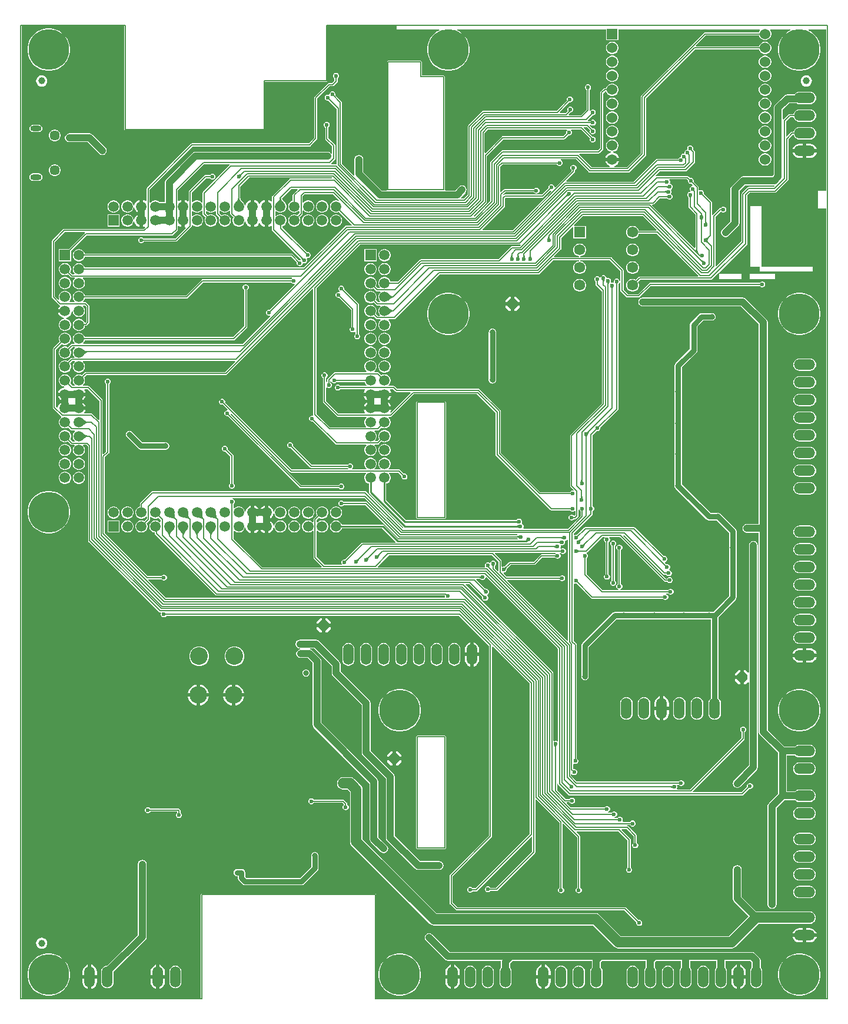
<source format=gbl>
G04*
G04 #@! TF.GenerationSoftware,Altium Limited,Altium Designer,22.3.1 (43)*
G04*
G04 Layer_Physical_Order=2*
G04 Layer_Color=16711680*
%FSLAX25Y25*%
%MOIN*%
G70*
G04*
G04 #@! TF.SameCoordinates,3C66329E-7EC6-4DA4-B4DD-612C795C30B2*
G04*
G04*
G04 #@! TF.FilePolarity,Positive*
G04*
G01*
G75*
%ADD10C,0.00787*%
%ADD18C,0.01000*%
%ADD53C,0.03937*%
%ADD98C,0.03937*%
%ADD100C,0.03150*%
%ADD102O,0.11874X0.05937*%
%ADD103O,0.05937X0.11874*%
%ADD104C,0.23000*%
%ADD105C,0.06024*%
%ADD106R,0.06024X0.06024*%
%ADD107C,0.05906*%
%ADD108R,0.05906X0.05906*%
%ADD109O,0.06299X0.03150*%
%ADD110C,0.05709*%
%ADD111P,0.06494X8X22.5*%
%ADD112R,0.06221X0.06221*%
%ADD113C,0.06221*%
%ADD114C,0.10000*%
%ADD115R,0.05906X0.05906*%
%ADD116C,0.02362*%
%ADD117C,0.03150*%
%ADD118C,0.05906*%
G36*
X212707Y549308D02*
X212863Y548931D01*
X213239Y548775D01*
X236932D01*
X237052Y548275D01*
X235841Y547658D01*
X234314Y546549D01*
X232979Y545214D01*
X231869Y543687D01*
X231012Y542005D01*
X230429Y540210D01*
X230134Y538345D01*
Y536458D01*
X230429Y534593D01*
X231012Y532798D01*
X231869Y531116D01*
X232979Y529589D01*
X234314Y528255D01*
X235841Y527145D01*
X237523Y526288D01*
X239318Y525705D01*
X241182Y525409D01*
X243070D01*
X244934Y525705D01*
X246729Y526288D01*
X248411Y527145D01*
X249938Y528255D01*
X251273Y529589D01*
X252383Y531116D01*
X253239Y532798D01*
X253823Y534593D01*
X254118Y536458D01*
Y538345D01*
X253823Y540210D01*
X253239Y542005D01*
X252383Y543687D01*
X251273Y545214D01*
X249938Y546549D01*
X248411Y547658D01*
X247200Y548275D01*
X247320Y548775D01*
X331396D01*
Y542796D01*
X338404D01*
Y548775D01*
X418359D01*
X418594Y548275D01*
X418235Y547652D01*
X418115Y547203D01*
X387491D01*
X387145Y547134D01*
X386852Y546939D01*
X351361Y511448D01*
X351166Y511155D01*
X351097Y510810D01*
Y478874D01*
X343126Y470903D01*
X336296D01*
X336230Y471403D01*
X336449Y471462D01*
X337363Y471990D01*
X338110Y472737D01*
X338638Y473652D01*
X338785Y474200D01*
X331015D01*
X331162Y473652D01*
X331690Y472737D01*
X332437Y471990D01*
X333351Y471462D01*
X333570Y471403D01*
X333504Y470903D01*
X323374D01*
X316180Y478097D01*
X316201Y478272D01*
X316353Y478597D01*
X327248D01*
X327593Y478666D01*
X327887Y478861D01*
X329639Y480614D01*
X329834Y480906D01*
X329903Y481252D01*
Y512626D01*
X331045Y513767D01*
X331538Y513709D01*
X331635Y513347D01*
X332096Y512548D01*
X332749Y511896D01*
X333547Y511435D01*
X334439Y511196D01*
X335361D01*
X336252Y511435D01*
X337052Y511896D01*
X337704Y512548D01*
X338165Y513347D01*
X338404Y514239D01*
Y515161D01*
X338165Y516052D01*
X337704Y516852D01*
X337052Y517504D01*
X336252Y517965D01*
X335361Y518204D01*
X334439D01*
X333547Y517965D01*
X332749Y517504D01*
X332096Y516852D01*
X331635Y516052D01*
X331515Y515603D01*
X330700D01*
X330354Y515534D01*
X330061Y515339D01*
X328361Y513639D01*
X328166Y513346D01*
X328097Y513000D01*
Y481626D01*
X326874Y480403D01*
X272810D01*
X272464Y480334D01*
X272171Y480139D01*
X266157Y474124D01*
X265961Y473831D01*
X265892Y473486D01*
Y451784D01*
X257014Y442906D01*
X256668Y442944D01*
X256478Y443434D01*
X263702Y450658D01*
X263897Y450951D01*
X263966Y451296D01*
Y477189D01*
X273374Y486597D01*
X307500D01*
X307846Y486666D01*
X308139Y486861D01*
X310122Y488845D01*
X310167Y488827D01*
X310833D01*
X311448Y489081D01*
X311918Y489552D01*
X312173Y490167D01*
Y490833D01*
X311918Y491448D01*
X311608Y491758D01*
X311815Y492258D01*
X317063D01*
X322342Y486979D01*
X322282Y486833D01*
Y486167D01*
X322536Y485552D01*
X323007Y485081D01*
X323622Y484827D01*
X324288D01*
X324903Y485081D01*
X325373Y485552D01*
X325628Y486167D01*
Y486833D01*
X325373Y487448D01*
X324903Y487919D01*
X324288Y488173D01*
X323702D01*
X318800Y493076D01*
X318991Y493538D01*
X320523D01*
X322342Y491719D01*
X322282Y491573D01*
Y490907D01*
X322536Y490292D01*
X323007Y489822D01*
X323622Y489567D01*
X324288D01*
X324903Y489822D01*
X325373Y490292D01*
X325628Y490907D01*
Y491573D01*
X325373Y492188D01*
X324903Y492659D01*
X324288Y492913D01*
X323702D01*
X322221Y494394D01*
X322233Y494588D01*
X322401Y494922D01*
X322688Y494946D01*
X323052Y494582D01*
X323667Y494327D01*
X324333D01*
X324948Y494582D01*
X325418Y495052D01*
X325673Y495667D01*
Y496333D01*
X325418Y496948D01*
X324948Y497418D01*
X324333Y497673D01*
X323667D01*
X323052Y497418D01*
X322582Y496948D01*
X322563Y496903D01*
X321322D01*
X321114Y497403D01*
X323798Y500087D01*
X324288D01*
X324903Y500341D01*
X325373Y500812D01*
X325628Y501427D01*
Y502093D01*
X325373Y502708D01*
X324903Y503178D01*
X324288Y503433D01*
X323622D01*
X323007Y503178D01*
X322603Y502774D01*
X322273Y502866D01*
X322129Y502953D01*
X322151Y503067D01*
Y514563D01*
X322196Y514581D01*
X322667Y515052D01*
X322921Y515667D01*
Y516333D01*
X322667Y516948D01*
X322196Y517418D01*
X321581Y517673D01*
X320915D01*
X320300Y517418D01*
X319830Y516948D01*
X319575Y516333D01*
Y515667D01*
X319830Y515052D01*
X320300Y514581D01*
X320345Y514563D01*
Y503441D01*
X317144Y500240D01*
X310460D01*
X310269Y500702D01*
X311314Y501747D01*
X311543D01*
X312158Y502001D01*
X312628Y502472D01*
X312883Y503087D01*
Y503753D01*
X312628Y504368D01*
X312158Y504838D01*
X311543Y505093D01*
X310877D01*
X310262Y504838D01*
X309791Y504368D01*
X309537Y503753D01*
Y503087D01*
X309701Y502689D01*
X308532Y501519D01*
X305450D01*
X305259Y501981D01*
X310844Y507567D01*
X311333D01*
X311948Y507822D01*
X312419Y508292D01*
X312673Y508907D01*
Y509573D01*
X312419Y510188D01*
X311948Y510659D01*
X311333Y510913D01*
X310667D01*
X310052Y510659D01*
X309581Y510188D01*
X309327Y509573D01*
Y508907D01*
X309416Y508693D01*
X303522Y502799D01*
X261967D01*
X261621Y502730D01*
X261329Y502534D01*
X253361Y494567D01*
X253166Y494274D01*
X253097Y493929D01*
Y455274D01*
X250914Y453091D01*
X249346D01*
X249139Y453591D01*
X251774Y456226D01*
X252318Y457040D01*
X252509Y458000D01*
X252318Y458960D01*
X251774Y459774D01*
X250960Y460318D01*
X250000Y460509D01*
X249040Y460318D01*
X248226Y459774D01*
X246003Y457551D01*
X240384D01*
X240029Y458000D01*
Y522261D01*
X239873Y522637D01*
X239496Y522793D01*
X227033D01*
Y530500D01*
X226877Y530877D01*
X226500Y531033D01*
X208000D01*
X207623Y530877D01*
X207467Y530500D01*
Y458000D01*
X207112Y457551D01*
X204497D01*
X193900Y468148D01*
Y475266D01*
X193709Y476226D01*
X193165Y477040D01*
X192351Y477583D01*
X191391Y477774D01*
X190431Y477583D01*
X189617Y477040D01*
X189073Y476226D01*
X188882Y475266D01*
Y467109D01*
X188999Y466523D01*
X188538Y466277D01*
X181903Y472912D01*
Y507500D01*
X181834Y507846D01*
X181639Y508139D01*
X178155Y511622D01*
X178173Y511667D01*
Y512333D01*
X177919Y512948D01*
X177448Y513418D01*
X176833Y513673D01*
X176167D01*
X175552Y513418D01*
X175082Y512948D01*
X174827Y512333D01*
Y512142D01*
X174327Y511808D01*
X174073Y511913D01*
X173407D01*
X172792Y511659D01*
X172322Y511188D01*
X172067Y510573D01*
Y509907D01*
X172322Y509292D01*
X172792Y508822D01*
X173407Y508567D01*
X174073D01*
X174118Y508585D01*
X178817Y503886D01*
Y472834D01*
X178418Y472403D01*
X175853D01*
X175701Y472727D01*
X175680Y472903D01*
X177813Y475035D01*
X178008Y475328D01*
X178077Y475674D01*
Y483037D01*
X178008Y483383D01*
X177813Y483676D01*
X174163Y487325D01*
Y493303D01*
X174208Y493322D01*
X174678Y493792D01*
X174933Y494407D01*
Y495073D01*
X174678Y495688D01*
X174208Y496159D01*
X173593Y496413D01*
X172927D01*
X172312Y496159D01*
X171841Y495688D01*
X171587Y495073D01*
Y494407D01*
X171841Y493792D01*
X172312Y493322D01*
X172357Y493303D01*
Y486951D01*
X172425Y486605D01*
X172621Y486312D01*
X176271Y482663D01*
Y478571D01*
X175771Y478420D01*
X175534Y478774D01*
X174720Y479318D01*
X173760Y479509D01*
X98939D01*
X97978Y479318D01*
X97164Y478774D01*
X82230Y463839D01*
X81686Y463026D01*
X81495Y462065D01*
Y451907D01*
X81479Y451201D01*
X81468Y451060D01*
X79486D01*
X78779Y451077D01*
X78505Y451098D01*
X78447Y451106D01*
X78245Y451308D01*
X77460Y451761D01*
X76583Y451996D01*
X75676D01*
X74800Y451761D01*
X74015Y451308D01*
X73498Y450791D01*
X72998Y450967D01*
Y458220D01*
X97326Y482549D01*
X163424D01*
X163770Y482617D01*
X164063Y482813D01*
X167639Y486389D01*
X167834Y486682D01*
X167903Y487027D01*
Y509626D01*
X174938Y516661D01*
X176532D01*
X176878Y516730D01*
X177171Y516925D01*
X179139Y518893D01*
X179334Y519186D01*
X179403Y519532D01*
Y521127D01*
X179448Y521146D01*
X179919Y521616D01*
X180173Y522231D01*
Y522897D01*
X179919Y523512D01*
X179448Y523983D01*
X178833Y524237D01*
X178167D01*
X177552Y523983D01*
X177082Y523512D01*
X176827Y522897D01*
Y522231D01*
X177082Y521616D01*
X177552Y521146D01*
X177597Y521127D01*
Y519906D01*
X176158Y518467D01*
X174564D01*
X174218Y518399D01*
X173925Y518203D01*
X166361Y510639D01*
X166166Y510346D01*
X166097Y510000D01*
Y487401D01*
X163050Y484355D01*
X96952D01*
X96606Y484286D01*
X96313Y484090D01*
X71456Y459233D01*
X71260Y458940D01*
X71191Y458595D01*
Y451859D01*
X70729Y451668D01*
X70683Y451714D01*
X69782Y452235D01*
X69256Y452375D01*
Y448551D01*
X67256D01*
Y452375D01*
X66730Y452235D01*
X65829Y451714D01*
X65093Y450978D01*
X64573Y450077D01*
X64303Y449072D01*
Y449061D01*
X63827Y449005D01*
X63592Y449881D01*
X63138Y450666D01*
X62497Y451308D01*
X61712Y451761D01*
X60835Y451996D01*
X59928D01*
X59052Y451761D01*
X58267Y451308D01*
X57625Y450666D01*
X57172Y449881D01*
X56937Y449005D01*
Y448098D01*
X57172Y447222D01*
X57625Y446436D01*
X58267Y445795D01*
X59052Y445341D01*
X59928Y445106D01*
X60835D01*
X61712Y445341D01*
X62497Y445795D01*
X63138Y446436D01*
X63592Y447222D01*
X63827Y448098D01*
X64303Y448041D01*
Y448031D01*
X64573Y447025D01*
X65093Y446124D01*
X65829Y445388D01*
X66258Y445141D01*
X66189Y446443D01*
X70323D01*
X70304Y446407D01*
X70287Y446337D01*
X70273Y446234D01*
X70249Y445928D01*
X70225Y444915D01*
X70225Y444646D01*
X70323Y442786D01*
X66189D01*
X66208Y442822D01*
X66224Y442891D01*
X66239Y442994D01*
X66263Y443300D01*
X66281Y444101D01*
X65829Y443840D01*
X65093Y443104D01*
X64573Y442203D01*
X64303Y441198D01*
Y441187D01*
X63827Y441131D01*
X63592Y442007D01*
X63138Y442792D01*
X62497Y443434D01*
X61712Y443887D01*
X60835Y444122D01*
X59928D01*
X59052Y443887D01*
X58267Y443434D01*
X57625Y442792D01*
X57172Y442007D01*
X56937Y441131D01*
Y440224D01*
X57172Y439348D01*
X57625Y438562D01*
X58267Y437921D01*
X59052Y437467D01*
X59928Y437232D01*
X60835D01*
X61712Y437467D01*
X62497Y437921D01*
X63138Y438562D01*
X63592Y439348D01*
X63827Y440224D01*
X64303Y440167D01*
Y440157D01*
X64573Y439151D01*
X65093Y438250D01*
X65829Y437514D01*
X66730Y436994D01*
X67256Y436853D01*
Y440677D01*
X69256D01*
Y436853D01*
X69782Y436994D01*
X70309Y437298D01*
X70616Y436898D01*
X69621Y435903D01*
X24549D01*
X24203Y435834D01*
X23910Y435639D01*
X17789Y429518D01*
X17593Y429224D01*
X17524Y428879D01*
Y397373D01*
X17593Y397027D01*
X17789Y396734D01*
X21630Y392893D01*
X21881Y392725D01*
X21932Y392650D01*
X22029Y392166D01*
X21786Y391923D01*
X21265Y391022D01*
X21125Y390496D01*
X24949D01*
Y388496D01*
X21125D01*
X21265Y387970D01*
X21786Y387069D01*
X22522Y386333D01*
X23423Y385813D01*
X24428Y385543D01*
X24438D01*
X24495Y385067D01*
X23619Y384832D01*
X22834Y384379D01*
X22192Y383737D01*
X21739Y382952D01*
X21504Y382076D01*
Y381169D01*
X21739Y380292D01*
X22192Y379507D01*
X22834Y378866D01*
X23619Y378412D01*
X24495Y378177D01*
X25402D01*
X26278Y378412D01*
X27064Y378866D01*
X27705Y379507D01*
X28159Y380292D01*
X28394Y381169D01*
Y382076D01*
X28159Y382952D01*
X27705Y383737D01*
X27064Y384379D01*
X26278Y384832D01*
X25402Y385067D01*
X25459Y385543D01*
X25469D01*
X26474Y385813D01*
X27376Y386333D01*
X28112Y387069D01*
X28632Y387970D01*
X28902Y388976D01*
Y388985D01*
X29378Y389043D01*
X29613Y388166D01*
X30066Y387381D01*
X30708Y386739D01*
X31493Y386286D01*
X32369Y386051D01*
X33276D01*
X34152Y386286D01*
X34938Y386739D01*
X35579Y387381D01*
X36033Y388166D01*
X36268Y389043D01*
Y389950D01*
X36033Y390826D01*
X35579Y391611D01*
X35062Y392128D01*
X35238Y392628D01*
X36144D01*
X37097Y391676D01*
Y383374D01*
X36583Y382860D01*
X36058D01*
X36033Y382952D01*
X35579Y383737D01*
X34938Y384379D01*
X34152Y384832D01*
X33276Y385067D01*
X32369D01*
X31493Y384832D01*
X30708Y384379D01*
X30066Y383737D01*
X29613Y382952D01*
X29378Y382076D01*
Y381169D01*
X29613Y380292D01*
X30066Y379507D01*
X30708Y378866D01*
X31493Y378412D01*
X32369Y378177D01*
X33276D01*
X34152Y378412D01*
X34938Y378866D01*
X35579Y379507D01*
X36033Y380292D01*
X36237Y381053D01*
X36957D01*
X37302Y381122D01*
X37595Y381318D01*
X38639Y382361D01*
X38834Y382654D01*
X38903Y383000D01*
Y392050D01*
X38834Y392395D01*
X38639Y392688D01*
X37157Y394170D01*
X36864Y394366D01*
X36518Y394435D01*
X35466D01*
X35259Y394935D01*
X35579Y395255D01*
X36033Y396040D01*
X36147Y396467D01*
X93870D01*
X94216Y396536D01*
X94509Y396731D01*
X103374Y405597D01*
X153063D01*
X153082Y405552D01*
X153552Y405082D01*
X154167Y404827D01*
X154833D01*
X154849Y404834D01*
X155132Y404410D01*
X140877Y390155D01*
X140833Y390173D01*
X140167D01*
X139552Y389918D01*
X139082Y389448D01*
X138827Y388833D01*
Y388167D01*
X139082Y387552D01*
X139552Y387082D01*
X140167Y386827D01*
X140833D01*
X141052Y386918D01*
X141336Y386494D01*
X125654Y370813D01*
X35466D01*
X35259Y371313D01*
X35579Y371633D01*
X36033Y372418D01*
X36147Y372845D01*
X120485D01*
X120830Y372914D01*
X121123Y373110D01*
X127974Y379960D01*
X128170Y380253D01*
X128238Y380599D01*
Y401365D01*
X128283Y401384D01*
X128754Y401855D01*
X129008Y402470D01*
Y403135D01*
X128754Y403750D01*
X128283Y404221D01*
X127668Y404476D01*
X127002D01*
X126387Y404221D01*
X125917Y403750D01*
X125662Y403135D01*
Y402470D01*
X125917Y401855D01*
X126387Y401384D01*
X126432Y401365D01*
Y380973D01*
X120110Y374651D01*
X36147D01*
X36033Y375078D01*
X35579Y375863D01*
X34938Y376505D01*
X34152Y376958D01*
X33276Y377193D01*
X32369D01*
X31493Y376958D01*
X30708Y376505D01*
X30066Y375863D01*
X29613Y375078D01*
X29378Y374202D01*
Y373295D01*
X29613Y372418D01*
X30066Y371633D01*
X30386Y371313D01*
X30179Y370813D01*
X28984D01*
X28639Y370744D01*
X28346Y370548D01*
X26661Y368864D01*
X26278Y369084D01*
X25402Y369319D01*
X24495D01*
X23619Y369084D01*
X22834Y368631D01*
X22192Y367989D01*
X21739Y367204D01*
X21504Y366328D01*
Y365421D01*
X21739Y364544D01*
X22192Y363759D01*
X22834Y363118D01*
X23619Y362664D01*
X24495Y362429D01*
X25402D01*
X26278Y362664D01*
X27064Y363118D01*
X27705Y363759D01*
X28159Y364544D01*
X28394Y365421D01*
Y366328D01*
X28159Y367204D01*
X27938Y367586D01*
X29358Y369006D01*
X30407D01*
X30583Y368506D01*
X30066Y367989D01*
X29613Y367204D01*
X29378Y366328D01*
Y365421D01*
X29613Y364544D01*
X30066Y363759D01*
X30386Y363439D01*
X30179Y362939D01*
X28984D01*
X28639Y362870D01*
X28346Y362674D01*
X26661Y360989D01*
X26278Y361210D01*
X25402Y361445D01*
X24495D01*
X23619Y361210D01*
X22834Y360757D01*
X22192Y360115D01*
X21739Y359330D01*
X21504Y358453D01*
Y357546D01*
X21739Y356670D01*
X22192Y355885D01*
X22834Y355243D01*
X23619Y354790D01*
X24495Y354555D01*
X25402D01*
X26278Y354790D01*
X27064Y355243D01*
X27705Y355885D01*
X28159Y356670D01*
X28394Y357546D01*
Y358453D01*
X28159Y359330D01*
X27938Y359712D01*
X29359Y361132D01*
X30408D01*
X30583Y360632D01*
X30066Y360115D01*
X29613Y359330D01*
X29378Y358453D01*
Y357546D01*
X29613Y356670D01*
X30066Y355885D01*
X30708Y355243D01*
X31493Y354790D01*
X32369Y354555D01*
X33276D01*
X34152Y354790D01*
X34938Y355243D01*
X35579Y355885D01*
X36033Y356670D01*
X36268Y357546D01*
Y358453D01*
X36033Y359330D01*
X35579Y360115D01*
X35062Y360632D01*
X35238Y361132D01*
X121149D01*
X121356Y360632D01*
X115627Y354903D01*
X36697D01*
X36351Y354834D01*
X36058Y354639D01*
X34535Y353115D01*
X34152Y353336D01*
X33276Y353571D01*
X32369D01*
X31493Y353336D01*
X30708Y352883D01*
X30066Y352241D01*
X29613Y351456D01*
X29378Y350580D01*
Y349673D01*
X29613Y348796D01*
X30066Y348011D01*
X30583Y347494D01*
X30408Y346994D01*
X29359D01*
X27938Y348414D01*
X28159Y348796D01*
X28394Y349673D01*
Y350580D01*
X28159Y351456D01*
X27705Y352241D01*
X27064Y352883D01*
X26278Y353336D01*
X25402Y353571D01*
X24495D01*
X23619Y353336D01*
X22834Y352883D01*
X22192Y352241D01*
X21739Y351456D01*
X21504Y350580D01*
Y349673D01*
X21739Y348796D01*
X22192Y348011D01*
X22834Y347369D01*
X23619Y346916D01*
X24495Y346681D01*
X24439Y346205D01*
X24428D01*
X23423Y345935D01*
X22522Y345415D01*
X21786Y344679D01*
X21265Y343778D01*
X21125Y343252D01*
X24949D01*
Y341252D01*
X21125D01*
X21265Y340726D01*
X21786Y339825D01*
X22522Y339089D01*
X22951Y338841D01*
X22882Y340143D01*
X27016D01*
X26997Y340107D01*
X26980Y340038D01*
X26966Y339935D01*
X26942Y339629D01*
X26918Y338616D01*
X26917Y338347D01*
X27016Y336487D01*
X22882D01*
X22901Y336523D01*
X22917Y336592D01*
X22932Y336695D01*
X22956Y337001D01*
X22974Y337802D01*
X22522Y337541D01*
X21786Y336805D01*
X21265Y335904D01*
X20996Y334898D01*
Y334833D01*
X20534Y334641D01*
X19903Y335272D01*
Y367425D01*
X23237Y370759D01*
X23619Y370538D01*
X24495Y370303D01*
X25402D01*
X26278Y370538D01*
X27064Y370991D01*
X27705Y371633D01*
X28159Y372418D01*
X28394Y373295D01*
Y374202D01*
X28159Y375078D01*
X27705Y375863D01*
X27064Y376505D01*
X26278Y376958D01*
X25402Y377193D01*
X24495D01*
X23619Y376958D01*
X22834Y376505D01*
X22192Y375863D01*
X21739Y375078D01*
X21504Y374202D01*
Y373295D01*
X21739Y372418D01*
X21960Y372036D01*
X18361Y368438D01*
X18166Y368145D01*
X18097Y367799D01*
Y334898D01*
X18166Y334553D01*
X18361Y334260D01*
X22720Y329901D01*
X22823Y329832D01*
X22845Y329276D01*
X22841Y329265D01*
X22834Y329260D01*
X22192Y328619D01*
X21739Y327834D01*
X21504Y326957D01*
Y326050D01*
X21739Y325174D01*
X22192Y324389D01*
X22834Y323747D01*
X23619Y323294D01*
X24495Y323059D01*
X25402D01*
X26278Y323294D01*
X26661Y323515D01*
X28149Y322027D01*
X28442Y321831D01*
X28787Y321762D01*
X30407D01*
X30583Y321262D01*
X30066Y320745D01*
X29613Y319960D01*
X29378Y319083D01*
Y318176D01*
X29613Y317300D01*
X30066Y316515D01*
X30583Y315998D01*
X30408Y315498D01*
X29359D01*
X27938Y316918D01*
X28159Y317300D01*
X28394Y318176D01*
Y319083D01*
X28159Y319960D01*
X27705Y320745D01*
X27064Y321387D01*
X26278Y321840D01*
X25402Y322075D01*
X24495D01*
X23619Y321840D01*
X22834Y321387D01*
X22192Y320745D01*
X21739Y319960D01*
X21504Y319083D01*
Y318176D01*
X21739Y317300D01*
X22192Y316515D01*
X22834Y315873D01*
X23619Y315420D01*
X24495Y315185D01*
X25402D01*
X26278Y315420D01*
X26661Y315640D01*
X28346Y313956D01*
X28639Y313760D01*
X28984Y313691D01*
X30179D01*
X30386Y313191D01*
X30066Y312871D01*
X29613Y312086D01*
X29378Y311209D01*
Y310302D01*
X29613Y309426D01*
X30066Y308641D01*
X30708Y307999D01*
X31493Y307546D01*
X32369Y307311D01*
X33276D01*
X34152Y307546D01*
X34938Y307999D01*
X35579Y308641D01*
X36033Y309426D01*
X36268Y310302D01*
Y311209D01*
X36033Y312086D01*
X35579Y312871D01*
X35259Y313191D01*
X35466Y313691D01*
X37150D01*
X38062Y312779D01*
Y259606D01*
X38131Y259261D01*
X38326Y258968D01*
X78201Y219094D01*
X78493Y218898D01*
X78839Y218829D01*
X79144D01*
X79464Y218329D01*
X79327Y217998D01*
Y217333D01*
X79581Y216718D01*
X80052Y216247D01*
X80667Y215992D01*
X81333D01*
X81948Y216247D01*
X82419Y216718D01*
X82437Y216762D01*
X248287D01*
X265097Y199952D01*
Y92374D01*
X243106Y70383D01*
X242910Y70090D01*
X242841Y69745D01*
Y54255D01*
X242910Y53910D01*
X243106Y53617D01*
X246361Y50361D01*
X246654Y50166D01*
X247000Y50097D01*
X341888D01*
X348596Y43389D01*
X348577Y43344D01*
Y42679D01*
X348832Y42064D01*
X349303Y41593D01*
X349918Y41338D01*
X350584D01*
X351199Y41593D01*
X351669Y42064D01*
X351924Y42679D01*
Y43344D01*
X351669Y43959D01*
X351199Y44430D01*
X350584Y44685D01*
X349918D01*
X349873Y44666D01*
X342901Y51639D01*
X342608Y51834D01*
X342262Y51903D01*
X247374D01*
X244648Y54629D01*
Y69371D01*
X266639Y91361D01*
X266834Y91654D01*
X266903Y92000D01*
Y199302D01*
X267365Y199494D01*
X288301Y178557D01*
Y93579D01*
X257374Y62651D01*
X255959D01*
X255940Y62696D01*
X255469Y63167D01*
X254854Y63421D01*
X254189D01*
X253574Y63167D01*
X253103Y62696D01*
X252848Y62081D01*
Y61415D01*
X253103Y60800D01*
X253574Y60330D01*
X254189Y60075D01*
X254854D01*
X255469Y60330D01*
X255940Y60800D01*
X255959Y60845D01*
X257748D01*
X258094Y60914D01*
X258387Y61110D01*
X289119Y91842D01*
X289581Y91650D01*
Y83358D01*
X269126Y62903D01*
X265937D01*
X265918Y62948D01*
X265448Y63419D01*
X264833Y63673D01*
X264167D01*
X263552Y63419D01*
X263082Y62948D01*
X262827Y62333D01*
Y61667D01*
X263082Y61052D01*
X263552Y60581D01*
X264167Y60327D01*
X264833D01*
X265448Y60581D01*
X265918Y61052D01*
X265937Y61097D01*
X269500D01*
X269846Y61166D01*
X270139Y61361D01*
X291123Y82346D01*
X291319Y82639D01*
X291387Y82984D01*
Y112716D01*
X291849Y112908D01*
X305097Y99660D01*
Y62937D01*
X305052Y62919D01*
X304581Y62448D01*
X304327Y61833D01*
Y61167D01*
X304581Y60552D01*
X305052Y60081D01*
X305667Y59827D01*
X306333D01*
X306948Y60081D01*
X307418Y60552D01*
X307673Y61167D01*
Y61833D01*
X307418Y62448D01*
X306948Y62919D01*
X306903Y62937D01*
Y99010D01*
X307365Y99202D01*
X315097Y91470D01*
Y62937D01*
X315052Y62919D01*
X314581Y62448D01*
X314327Y61833D01*
Y61167D01*
X314581Y60552D01*
X315052Y60081D01*
X315667Y59827D01*
X316333D01*
X316948Y60081D01*
X317419Y60552D01*
X317673Y61167D01*
Y61833D01*
X317419Y62448D01*
X316948Y62919D01*
X316903Y62937D01*
Y91844D01*
X316834Y92190D01*
X316639Y92483D01*
X314766Y94355D01*
X314957Y94817D01*
X338405D01*
X343597Y89626D01*
Y74437D01*
X343552Y74418D01*
X343081Y73948D01*
X342827Y73333D01*
Y72667D01*
X343081Y72052D01*
X343552Y71582D01*
X344167Y71327D01*
X344833D01*
X345448Y71582D01*
X345918Y72052D01*
X346173Y72667D01*
Y73333D01*
X345918Y73948D01*
X345448Y74418D01*
X345403Y74437D01*
Y90000D01*
X345334Y90346D01*
X345139Y90639D01*
X340142Y95635D01*
X340334Y96097D01*
X343126D01*
X347097Y92126D01*
Y88437D01*
X347052Y88419D01*
X346582Y87948D01*
X346327Y87333D01*
Y86667D01*
X346582Y86052D01*
X347052Y85581D01*
X347667Y85327D01*
X348333D01*
X348948Y85581D01*
X349418Y86052D01*
X349673Y86667D01*
Y87333D01*
X349418Y87948D01*
X348948Y88419D01*
X348903Y88437D01*
Y92500D01*
X348834Y92846D01*
X348639Y93139D01*
X344139Y97639D01*
X343846Y97834D01*
X343500Y97903D01*
X343509Y98400D01*
X345063D01*
X345081Y98355D01*
X345552Y97884D01*
X346167Y97629D01*
X346833D01*
X347448Y97884D01*
X347919Y98355D01*
X348173Y98970D01*
Y99635D01*
X347919Y100250D01*
X347448Y100721D01*
X346833Y100976D01*
X346167D01*
X345552Y100721D01*
X345081Y100250D01*
X345063Y100206D01*
X341056D01*
X340772Y100706D01*
X340934Y101097D01*
Y101763D01*
X340679Y102378D01*
X340209Y102848D01*
X339594Y103103D01*
X338928D01*
X338313Y102848D01*
X337842Y102378D01*
X337824Y102333D01*
X336348D01*
X336333Y102827D01*
X336948Y103082D01*
X337419Y103552D01*
X337673Y104167D01*
Y104833D01*
X337419Y105448D01*
X336948Y105919D01*
X336333Y106173D01*
X335667D01*
X335052Y105919D01*
X334581Y105448D01*
X334563Y105403D01*
X332617D01*
X332517Y105903D01*
X332948Y106081D01*
X333418Y106552D01*
X333673Y107167D01*
Y107833D01*
X333418Y108448D01*
X332948Y108918D01*
X332333Y109173D01*
X331667D01*
X331052Y108918D01*
X330581Y108448D01*
X330563Y108403D01*
X311575D01*
X309099Y110879D01*
X309291Y111341D01*
X310839D01*
X310858Y111296D01*
X311328Y110826D01*
X311943Y110571D01*
X312609D01*
X313224Y110826D01*
X313695Y111296D01*
X313949Y111911D01*
Y112577D01*
X313695Y113192D01*
X313224Y113663D01*
X312609Y113917D01*
X311943D01*
X311328Y113663D01*
X310858Y113192D01*
X310839Y113147D01*
X308641D01*
X303691Y118097D01*
Y121797D01*
X304191Y121846D01*
X304244Y121576D01*
X304440Y121283D01*
X310266Y115457D01*
X310559Y115261D01*
X310904Y115193D01*
X408596D01*
X408941Y115261D01*
X409234Y115457D01*
X412622Y118845D01*
X412667Y118827D01*
X413333D01*
X413948Y119081D01*
X414419Y119552D01*
X414673Y120167D01*
Y120833D01*
X414419Y121448D01*
X413948Y121918D01*
X413333Y122173D01*
X412667D01*
X412052Y121918D01*
X411582Y121448D01*
X411327Y120833D01*
Y120167D01*
X411345Y120123D01*
X408222Y116999D01*
X380663D01*
X380456Y117499D01*
X409692Y146735D01*
X409888Y147028D01*
X409957Y147374D01*
Y151063D01*
X410001Y151082D01*
X410472Y151552D01*
X410727Y152167D01*
Y152833D01*
X410472Y153448D01*
X410001Y153919D01*
X409386Y154173D01*
X408721D01*
X408106Y153919D01*
X407635Y153448D01*
X407380Y152833D01*
Y152167D01*
X407635Y151552D01*
X408106Y151082D01*
X408150Y151063D01*
Y147748D01*
X378997Y118595D01*
X371735D01*
X371556Y119095D01*
X371793Y119667D01*
Y120333D01*
X371621Y120750D01*
X371890Y121250D01*
X372563D01*
X372582Y121205D01*
X373052Y120735D01*
X373667Y120480D01*
X374333D01*
X374948Y120735D01*
X375418Y121205D01*
X375673Y121820D01*
Y122486D01*
X375418Y123101D01*
X374948Y123572D01*
X374333Y123826D01*
X373667D01*
X373052Y123572D01*
X372582Y123101D01*
X372563Y123056D01*
X314954D01*
X311597Y126413D01*
Y127051D01*
X312097Y127259D01*
X312413Y126942D01*
X313028Y126688D01*
X313694D01*
X314309Y126942D01*
X314779Y127413D01*
X315034Y128028D01*
Y128694D01*
X314779Y129309D01*
X314309Y129779D01*
X313694Y130034D01*
X313028D01*
X312876Y130496D01*
Y132803D01*
X313376Y133123D01*
X313707Y132986D01*
X314373D01*
X314988Y133241D01*
X315459Y133711D01*
X315713Y134326D01*
Y134992D01*
X315459Y135607D01*
X314988Y136078D01*
X314943Y136096D01*
Y200507D01*
X314875Y200853D01*
X314679Y201146D01*
X313223Y202602D01*
Y234871D01*
X313723Y235191D01*
X314054Y235053D01*
X314720D01*
X314764Y235072D01*
X322975Y226861D01*
X323268Y226666D01*
X323613Y226597D01*
X363563D01*
X363581Y226552D01*
X364052Y226081D01*
X364667Y225827D01*
X365333D01*
X365948Y226081D01*
X366419Y226552D01*
X366673Y227167D01*
Y227833D01*
X366419Y228448D01*
X365948Y228919D01*
X365517Y229097D01*
X365617Y229597D01*
X366563D01*
X366582Y229552D01*
X367052Y229082D01*
X367667Y228827D01*
X368333D01*
X368948Y229082D01*
X369419Y229552D01*
X369673Y230167D01*
Y230833D01*
X369419Y231448D01*
X368948Y231919D01*
X368333Y232173D01*
X367667D01*
X367052Y231919D01*
X366582Y231448D01*
X366563Y231403D01*
X339617D01*
X339517Y231903D01*
X339948Y232082D01*
X340419Y232552D01*
X340673Y233167D01*
Y233833D01*
X340419Y234448D01*
X339948Y234918D01*
X339903Y234937D01*
Y254063D01*
X339948Y254082D01*
X340419Y254552D01*
X340673Y255167D01*
Y255833D01*
X340419Y256448D01*
X339948Y256919D01*
X339333Y257173D01*
X338667D01*
X338052Y256919D01*
X337581Y256448D01*
X337327Y255833D01*
Y255167D01*
X337581Y254552D01*
X338052Y254082D01*
X338097Y254063D01*
Y234937D01*
X338052Y234918D01*
X337581Y234448D01*
X337327Y233833D01*
Y233167D01*
X337581Y232552D01*
X338052Y232082D01*
X338483Y231903D01*
X338383Y231403D01*
X329493D01*
X320403Y240493D01*
Y249351D01*
X320448Y249369D01*
X320918Y249840D01*
X321173Y250455D01*
Y251121D01*
X320918Y251736D01*
X320497Y252157D01*
X320494Y252430D01*
X320550Y252705D01*
X320783Y252861D01*
X329477Y261555D01*
X330481D01*
X330688Y261055D01*
X330581Y260948D01*
X330327Y260333D01*
Y259667D01*
X330581Y259052D01*
X331052Y258581D01*
X331097Y258563D01*
Y240437D01*
X331052Y240419D01*
X330581Y239948D01*
X330327Y239333D01*
Y238667D01*
X330581Y238052D01*
X331052Y237581D01*
X331667Y237327D01*
X332333D01*
X332948Y237581D01*
X333418Y238052D01*
X333673Y238667D01*
Y239333D01*
X333418Y239948D01*
X332948Y240419D01*
X332903Y240437D01*
Y258563D01*
X332948Y258581D01*
X333418Y259052D01*
X333673Y259667D01*
Y260333D01*
X333418Y260948D01*
X333312Y261055D01*
X333519Y261555D01*
X339168D01*
X364361Y236361D01*
X364654Y236166D01*
X365000Y236097D01*
X366063D01*
X366082Y236052D01*
X366552Y235581D01*
X367167Y235327D01*
X367833D01*
X368448Y235581D01*
X368918Y236052D01*
X369173Y236667D01*
Y237333D01*
X368918Y237948D01*
X368448Y238419D01*
X367833Y238673D01*
X367167D01*
X366552Y238419D01*
X366082Y237948D01*
X366063Y237903D01*
X365374D01*
X341173Y262104D01*
X341350Y262635D01*
X341558Y262665D01*
X363861Y240361D01*
X364154Y240166D01*
X364500Y240097D01*
X365563D01*
X365581Y240052D01*
X366052Y239581D01*
X366667Y239327D01*
X367333D01*
X367948Y239581D01*
X368419Y240052D01*
X368673Y240667D01*
Y241333D01*
X368419Y241948D01*
X367948Y242419D01*
X367333Y242673D01*
X367193D01*
X367151Y242742D01*
X367039Y243173D01*
X367419Y243552D01*
X367673Y244167D01*
Y244833D01*
X367419Y245448D01*
X366948Y245918D01*
X366333Y246173D01*
X365667D01*
X365622Y246155D01*
X364913Y246865D01*
X365062Y247422D01*
X365448Y247582D01*
X365918Y248052D01*
X366173Y248667D01*
Y249333D01*
X365918Y249948D01*
X365448Y250418D01*
X364833Y250673D01*
X364167D01*
X364123Y250655D01*
X347842Y266935D01*
X347549Y267131D01*
X347203Y267200D01*
X319796D01*
X319451Y267131D01*
X319158Y266935D01*
X314924Y262701D01*
X314794Y262754D01*
X314129D01*
X313723Y262586D01*
X313223Y262862D01*
Y263462D01*
X323639Y273878D01*
X323834Y274171D01*
X323903Y274517D01*
Y276063D01*
X323948Y276081D01*
X324418Y276552D01*
X324673Y277167D01*
Y277833D01*
X324418Y278448D01*
X323948Y278919D01*
X323903Y278937D01*
Y319126D01*
X326122Y321345D01*
X326167Y321327D01*
X326833D01*
X327448Y321582D01*
X327919Y322052D01*
X328173Y322667D01*
Y323333D01*
X328155Y323377D01*
X338072Y333294D01*
X338267Y333587D01*
X338336Y333933D01*
Y404563D01*
X338381Y404581D01*
X338852Y405052D01*
X339059Y405554D01*
X339559Y405454D01*
Y401038D01*
X339628Y400692D01*
X339824Y400399D01*
X342861Y397361D01*
X343154Y397166D01*
X343500Y397097D01*
X350000D01*
X350346Y397166D01*
X350639Y397361D01*
X356874Y403597D01*
X418516D01*
X418534Y403552D01*
X419005Y403082D01*
X419620Y402827D01*
X420286D01*
X420901Y403082D01*
X421371Y403552D01*
X421626Y404167D01*
Y404833D01*
X421371Y405448D01*
X420901Y405919D01*
X420286Y406173D01*
X419620D01*
X419005Y405919D01*
X418534Y405448D01*
X418516Y405403D01*
X356500D01*
X356154Y405334D01*
X355861Y405139D01*
X349626Y398903D01*
X343874D01*
X341366Y401412D01*
Y412537D01*
X341297Y412883D01*
X341101Y413176D01*
X334958Y419319D01*
X334953Y419346D01*
X334757Y419639D01*
X334464Y419834D01*
X334118Y419903D01*
X316988D01*
X316974Y420398D01*
X317891Y420643D01*
X318712Y421117D01*
X319383Y421788D01*
X319857Y422610D01*
X320102Y423526D01*
Y424474D01*
X319857Y425390D01*
X319383Y426212D01*
X318712Y426883D01*
X317891Y427357D01*
X316974Y427602D01*
X316026D01*
X315109Y427357D01*
X314288Y426883D01*
X313617Y426212D01*
X313143Y425390D01*
X312898Y424474D01*
Y423526D01*
X313143Y422610D01*
X313617Y421788D01*
X314288Y421117D01*
X315109Y420643D01*
X316026Y420398D01*
X316012Y419903D01*
X302139D01*
X301948Y420365D01*
X305859Y424277D01*
X306055Y424570D01*
X306124Y424915D01*
Y430900D01*
X312398Y437174D01*
X312898Y436967D01*
Y430398D01*
X320102D01*
Y437602D01*
X313533D01*
X313326Y438102D01*
X318482Y443258D01*
X352116D01*
X360009Y435365D01*
X359818Y434903D01*
X349987D01*
X349857Y435391D01*
X349383Y436212D01*
X348712Y436883D01*
X347890Y437357D01*
X346974Y437602D01*
X346026D01*
X345110Y437357D01*
X344288Y436883D01*
X343617Y436212D01*
X343143Y435391D01*
X342898Y434474D01*
Y433526D01*
X343143Y432610D01*
X343617Y431788D01*
X344288Y431117D01*
X345110Y430643D01*
X346026Y430398D01*
X346974D01*
X347890Y430643D01*
X348712Y431117D01*
X349383Y431788D01*
X349857Y432610D01*
X349987Y433097D01*
X360120D01*
X383852Y409365D01*
X383660Y408903D01*
X350500D01*
X350154Y408834D01*
X349861Y408639D01*
X348327Y407105D01*
X347890Y407357D01*
X346974Y407602D01*
X346026D01*
X345110Y407357D01*
X344288Y406883D01*
X343617Y406212D01*
X343143Y405391D01*
X342898Y404474D01*
Y403526D01*
X343143Y402609D01*
X343617Y401788D01*
X344288Y401117D01*
X345110Y400643D01*
X346026Y400398D01*
X346974D01*
X347890Y400643D01*
X348712Y401117D01*
X349383Y401788D01*
X349857Y402609D01*
X350102Y403526D01*
Y404474D01*
X349857Y405391D01*
X349605Y405827D01*
X350874Y407097D01*
X391000D01*
X391346Y407166D01*
X391639Y407361D01*
X394975Y410698D01*
X395342Y410358D01*
X395342Y409886D01*
Y407374D01*
X408166D01*
Y410378D01*
X395842D01*
X395362Y410378D01*
X395023Y410745D01*
X411139Y426861D01*
X411334Y427154D01*
X411403Y427500D01*
Y454853D01*
X412945Y456394D01*
X427297D01*
X427643Y456463D01*
X427936Y456659D01*
X434418Y463141D01*
X434614Y463434D01*
X434683Y463779D01*
Y486523D01*
X437174Y489015D01*
X437269Y489031D01*
X437708Y488981D01*
X438009Y488255D01*
X438563Y487532D01*
X439286Y486977D01*
X440128Y486628D01*
X441032Y486510D01*
X446969D01*
X447872Y486628D01*
X448714Y486977D01*
X449437Y487532D01*
X449991Y488255D01*
X450340Y489097D01*
X450459Y490000D01*
X450340Y490903D01*
X449991Y491745D01*
X449437Y492468D01*
X448714Y493023D01*
X447872Y493372D01*
X446969Y493491D01*
X441032D01*
X440128Y493372D01*
X439286Y493023D01*
X438563Y492468D01*
X438009Y491745D01*
X437660Y490903D01*
X437660Y490903D01*
X436882D01*
X436536Y490834D01*
X436243Y490639D01*
X433865Y488261D01*
X433403Y488452D01*
Y496626D01*
X435874Y499097D01*
X437660D01*
X437660Y499097D01*
X438009Y498255D01*
X438563Y497532D01*
X439286Y496977D01*
X440128Y496628D01*
X441032Y496510D01*
X446969D01*
X447872Y496628D01*
X448714Y496977D01*
X449437Y497532D01*
X449991Y498255D01*
X450340Y499097D01*
X450459Y500000D01*
X450340Y500903D01*
X449991Y501745D01*
X449437Y502468D01*
X448714Y503023D01*
X447872Y503372D01*
X446969Y503490D01*
X441032D01*
X440128Y503372D01*
X439286Y503023D01*
X438563Y502468D01*
X438009Y501745D01*
X437660Y500903D01*
X437660Y500903D01*
X435500D01*
X435154Y500834D01*
X434861Y500639D01*
X432009Y497786D01*
X431509Y497993D01*
Y503420D01*
X435197Y507108D01*
X439115D01*
X439286Y506977D01*
X440128Y506628D01*
X441032Y506509D01*
X446969D01*
X447872Y506628D01*
X448714Y506977D01*
X449437Y507532D01*
X449991Y508255D01*
X450340Y509097D01*
X450459Y510000D01*
X450340Y510903D01*
X449991Y511745D01*
X449437Y512468D01*
X448714Y513023D01*
X447872Y513372D01*
X446969Y513490D01*
X441032D01*
X440128Y513372D01*
X439286Y513023D01*
X438563Y512468D01*
X438301Y512126D01*
X434158D01*
X433198Y511935D01*
X432384Y511391D01*
X427226Y506234D01*
X426682Y505420D01*
X426491Y504460D01*
Y466479D01*
X425655Y465643D01*
X409134D01*
X408174Y465452D01*
X407360Y464908D01*
X402726Y460274D01*
X402182Y459460D01*
X401991Y458500D01*
Y440251D01*
X397317Y435577D01*
X396773Y434763D01*
X396582Y433803D01*
X396773Y432843D01*
X397317Y432029D01*
X398131Y431485D01*
X399091Y431294D01*
X400051Y431485D01*
X400865Y432029D01*
X406274Y437438D01*
X406818Y438252D01*
X407009Y439212D01*
Y457461D01*
X410173Y460625D01*
X426641D01*
X426798Y460431D01*
X426922Y460199D01*
X426421Y459698D01*
X412259D01*
X411913Y459629D01*
X411620Y459434D01*
X408361Y456175D01*
X408166Y455882D01*
X408097Y455536D01*
Y428874D01*
X393990Y414767D01*
X393490Y414974D01*
Y442883D01*
X396474Y445867D01*
X396523Y445857D01*
X396993Y445386D01*
X397608Y445132D01*
X398274D01*
X398889Y445386D01*
X399360Y445857D01*
X399615Y446472D01*
Y447138D01*
X399360Y447753D01*
X398889Y448223D01*
X398274Y448478D01*
X397608D01*
X396993Y448223D01*
X396523Y447753D01*
X396504Y447708D01*
X396134D01*
X395789Y447639D01*
X395496Y447443D01*
X391948Y443896D01*
X391903Y443829D01*
X391403Y443980D01*
Y450956D01*
X391334Y451301D01*
X391139Y451594D01*
X386878Y455854D01*
X386897Y455899D01*
Y456565D01*
X386642Y457180D01*
X386172Y457650D01*
X385557Y457905D01*
X384891D01*
X384431Y457714D01*
X383930Y457958D01*
Y459473D01*
X383862Y459818D01*
X383666Y460111D01*
X381155Y462622D01*
X381173Y462667D01*
Y463333D01*
X380919Y463948D01*
X380448Y464419D01*
X379833Y464673D01*
X379167D01*
X379122Y464655D01*
X378181Y465596D01*
X377888Y465792D01*
X377542Y465861D01*
X360007D01*
X359805Y465821D01*
X359552Y466274D01*
X361815Y468538D01*
X376441D01*
X376787Y468607D01*
X377080Y468802D01*
X381487Y473210D01*
X381683Y473503D01*
X381751Y473848D01*
Y479416D01*
X381683Y479761D01*
X381487Y480054D01*
X380675Y480866D01*
X380750Y481047D01*
Y481712D01*
X380495Y482327D01*
X380024Y482798D01*
X379409Y483053D01*
X378744D01*
X378129Y482798D01*
X377658Y482327D01*
X377403Y481712D01*
Y481047D01*
X377039Y480620D01*
X376552Y480418D01*
X376081Y479948D01*
X375827Y479333D01*
Y479059D01*
X375816Y478666D01*
X375365Y478597D01*
X375149D01*
X374534Y478343D01*
X374063Y477872D01*
X373808Y477257D01*
Y476591D01*
X373803Y476583D01*
X373380Y476320D01*
X372796Y476078D01*
X372338Y475620D01*
X360374D01*
X360028Y475551D01*
X359735Y475355D01*
X346992Y462612D01*
X309119D01*
X308928Y463074D01*
X313639Y467785D01*
X313834Y468078D01*
X313903Y468423D01*
Y469063D01*
X313948Y469081D01*
X314419Y469552D01*
X314673Y470167D01*
Y470833D01*
X314419Y471448D01*
X313948Y471918D01*
X313333Y472173D01*
X312667D01*
X312052Y471918D01*
X311581Y471448D01*
X311327Y470833D01*
Y470167D01*
X311581Y469552D01*
X312052Y469081D01*
X311902Y468603D01*
X302673Y459374D01*
X302173Y459581D01*
Y459833D01*
X301919Y460448D01*
X301448Y460919D01*
X300833Y461173D01*
X300167D01*
X299552Y460919D01*
X299081Y460448D01*
X298827Y459833D01*
Y459167D01*
X298845Y459123D01*
X295126Y455403D01*
X274267D01*
X273922Y455334D01*
X273705Y455190D01*
X273419Y455244D01*
X273158Y455375D01*
X273157Y455380D01*
X274490Y456712D01*
X290563D01*
X290581Y456668D01*
X291052Y456197D01*
X291667Y455942D01*
X292333D01*
X292948Y456197D01*
X293419Y456668D01*
X293673Y457283D01*
Y457948D01*
X293419Y458563D01*
X292948Y459034D01*
X292333Y459289D01*
X291667D01*
X291052Y459034D01*
X290581Y458563D01*
X290563Y458519D01*
X274116D01*
X273770Y458450D01*
X273477Y458254D01*
X271999Y456776D01*
X271537Y456968D01*
Y470950D01*
X272961Y472374D01*
X303625D01*
X303643Y472329D01*
X304114Y471859D01*
X304729Y471604D01*
X305394D01*
X306009Y471859D01*
X306480Y472329D01*
X306735Y472944D01*
Y473610D01*
X306480Y474225D01*
X306009Y474695D01*
X305715Y474817D01*
X305815Y475317D01*
X314405D01*
X321641Y468082D01*
X321934Y467886D01*
X322280Y467817D01*
X344220D01*
X344566Y467886D01*
X344859Y468082D01*
X353918Y477141D01*
X354114Y477434D01*
X354183Y477779D01*
Y509905D01*
X381774Y537497D01*
X418115D01*
X418235Y537047D01*
X418696Y536248D01*
X419348Y535596D01*
X420148Y535135D01*
X421039Y534896D01*
X421961D01*
X422853Y535135D01*
X423652Y535596D01*
X424304Y536248D01*
X424765Y537047D01*
X425004Y537939D01*
Y538861D01*
X424765Y539752D01*
X424304Y540552D01*
X423652Y541204D01*
X422853Y541665D01*
X421961Y541904D01*
X421039D01*
X420148Y541665D01*
X419348Y541204D01*
X418696Y540552D01*
X418235Y539752D01*
X418115Y539303D01*
X382424D01*
X382233Y539765D01*
X387865Y545397D01*
X418115D01*
X418235Y544947D01*
X418696Y544148D01*
X419348Y543496D01*
X420148Y543035D01*
X421039Y542796D01*
X421961D01*
X422853Y543035D01*
X423652Y543496D01*
X424304Y544148D01*
X424765Y544947D01*
X425004Y545839D01*
Y546761D01*
X424765Y547652D01*
X424406Y548275D01*
X424641Y548775D01*
X435751D01*
X435871Y548275D01*
X434660Y547658D01*
X433133Y546549D01*
X431798Y545214D01*
X430688Y543687D01*
X429831Y542005D01*
X429248Y540210D01*
X428953Y538345D01*
Y536458D01*
X429248Y534593D01*
X429831Y532798D01*
X430688Y531116D01*
X431798Y529589D01*
X433133Y528255D01*
X434660Y527145D01*
X436341Y526288D01*
X438137Y525705D01*
X440001Y525409D01*
X441889D01*
X443753Y525705D01*
X445548Y526288D01*
X447230Y527145D01*
X448757Y528255D01*
X450092Y529589D01*
X451201Y531116D01*
X452058Y532798D01*
X452642Y534593D01*
X452937Y536458D01*
Y538345D01*
X452642Y540210D01*
X452058Y542005D01*
X451201Y543687D01*
X450092Y545214D01*
X448757Y546549D01*
X447230Y547658D01*
X446019Y548275D01*
X446139Y548775D01*
X456267D01*
Y457425D01*
X451445D01*
Y447392D01*
X456267D01*
Y426D01*
X201214Y426D01*
Y59055D01*
X201089Y59356D01*
X200787Y59481D01*
X102362D01*
X102061Y59356D01*
X101936Y59055D01*
Y426D01*
X426D01*
Y550755D01*
X58629D01*
Y492126D01*
X58754Y491825D01*
X59055Y491700D01*
X137795Y491700D01*
X138097Y491825D01*
X138221Y492126D01*
Y519259D01*
X173228D01*
X173530Y519384D01*
X173654Y519685D01*
Y550755D01*
X212707D01*
Y549308D01*
D02*
G37*
G36*
X309392Y491758D02*
X309082Y491448D01*
X308827Y490833D01*
Y490167D01*
X308845Y490123D01*
X307126Y488403D01*
X273000D01*
X272654Y488334D01*
X272361Y488139D01*
X263042Y478820D01*
X262580Y479011D01*
Y490184D01*
X264655Y492258D01*
X309185D01*
X309392Y491758D01*
D02*
G37*
G36*
X378570Y478491D02*
X378579Y478482D01*
X378855Y478202D01*
X378298Y477645D01*
X378005Y477932D01*
X378568Y478495D01*
X378570Y478491D01*
D02*
G37*
G36*
X125067Y466510D02*
X124993Y466430D01*
X124926Y466345D01*
X124868Y466256D01*
X124817Y466162D01*
X124775Y466065D01*
X124740Y465963D01*
X124713Y465856D01*
X124695Y465746D01*
X124684Y465631D01*
X124681Y465512D01*
X123512Y466681D01*
X123631Y466684D01*
X123746Y466694D01*
X123856Y466713D01*
X123963Y466740D01*
X124065Y466775D01*
X124162Y466817D01*
X124256Y466868D01*
X124345Y466926D01*
X124430Y466993D01*
X124510Y467067D01*
X125067Y466510D01*
D02*
G37*
G36*
X118299Y472272D02*
X118319Y472097D01*
X103149Y456926D01*
X102953Y456633D01*
X102884Y456287D01*
Y450967D01*
X102384Y450791D01*
X101867Y451308D01*
X101082Y451761D01*
X100205Y451996D01*
X99298D01*
X98422Y451761D01*
X97637Y451308D01*
X97316Y450988D01*
X96816Y451195D01*
Y456517D01*
X104896Y464597D01*
X107063D01*
X107081Y464552D01*
X107552Y464081D01*
X108167Y463827D01*
X108833D01*
X109448Y464081D01*
X109918Y464552D01*
X110173Y465167D01*
Y465833D01*
X109918Y466448D01*
X109448Y466919D01*
X108833Y467173D01*
X108167D01*
X107552Y466919D01*
X107081Y466448D01*
X107063Y466403D01*
X104522D01*
X104177Y466334D01*
X103884Y466139D01*
X95275Y457530D01*
X95079Y457236D01*
X95010Y456891D01*
Y451662D01*
X94548Y451471D01*
X94305Y451714D01*
X93404Y452235D01*
X92878Y452375D01*
Y448551D01*
X90878D01*
Y452375D01*
X90352Y452235D01*
X89451Y451714D01*
X89404Y451668D01*
X88942Y451859D01*
Y457665D01*
X103874Y472597D01*
X118147D01*
X118299Y472272D01*
D02*
G37*
G36*
X365157Y461673D02*
X365070Y461756D01*
X364982Y461829D01*
X364890Y461894D01*
X364796Y461950D01*
X364700Y461998D01*
X364600Y462037D01*
X364499Y462067D01*
X364394Y462089D01*
X364287Y462102D01*
X364178Y462106D01*
Y462894D01*
X364287Y462898D01*
X364394Y462911D01*
X364499Y462933D01*
X364600Y462963D01*
X364700Y463002D01*
X364796Y463050D01*
X364890Y463106D01*
X364982Y463171D01*
X365070Y463244D01*
X365157Y463327D01*
Y461673D01*
D02*
G37*
G36*
X366656Y458904D02*
X366570Y458986D01*
X366481Y459059D01*
X366390Y459124D01*
X366296Y459181D01*
X366200Y459228D01*
X366100Y459267D01*
X365999Y459298D01*
X365894Y459319D01*
X365787Y459332D01*
X365678Y459337D01*
Y460124D01*
X365787Y460128D01*
X365894Y460141D01*
X365999Y460163D01*
X366100Y460193D01*
X366200Y460232D01*
X366296Y460280D01*
X366390Y460336D01*
X366481Y460401D01*
X366570Y460475D01*
X366656Y460557D01*
Y458904D01*
D02*
G37*
G36*
X381527Y457920D02*
X381527Y457894D01*
X381534Y457865D01*
X381547Y457831D01*
X381568Y457794D01*
X381596Y457752D01*
X381631Y457706D01*
X381722Y457603D01*
X381778Y457545D01*
X381222Y456989D01*
X381147Y457062D01*
X380863Y457309D01*
X380824Y457334D01*
X380791Y457350D01*
X380765Y457359D01*
X380744Y457360D01*
X381534Y457942D01*
X381527Y457920D01*
D02*
G37*
G36*
X365893Y456119D02*
X365806Y456201D01*
X365718Y456275D01*
X365626Y456340D01*
X365532Y456396D01*
X365436Y456444D01*
X365336Y456483D01*
X365235Y456513D01*
X365130Y456535D01*
X365023Y456548D01*
X364914Y456552D01*
Y457340D01*
X365023Y457344D01*
X365130Y457357D01*
X365235Y457379D01*
X365336Y457409D01*
X365436Y457448D01*
X365532Y457495D01*
X365626Y457552D01*
X365718Y457617D01*
X365806Y457690D01*
X365893Y457773D01*
Y456119D01*
D02*
G37*
G36*
X310341Y454616D02*
X310227Y454629D01*
X310117Y454632D01*
X310010Y454625D01*
X309906Y454609D01*
X309806Y454582D01*
X309710Y454546D01*
X309617Y454500D01*
X309528Y454444D01*
X309442Y454379D01*
X309360Y454303D01*
X308888Y454945D01*
X308961Y455023D01*
X309028Y455106D01*
X309089Y455194D01*
X309145Y455287D01*
X309194Y455384D01*
X309237Y455486D01*
X309274Y455592D01*
X309306Y455703D01*
X309331Y455819D01*
X309350Y455940D01*
X310341Y454616D01*
D02*
G37*
G36*
X379863Y454333D02*
X379790Y454244D01*
X379725Y454153D01*
X379668Y454059D01*
X379621Y453962D01*
X379582Y453863D01*
X379551Y453761D01*
X379530Y453657D01*
X379517Y453550D01*
X379512Y453440D01*
X378725D01*
X378721Y453550D01*
X378708Y453657D01*
X378686Y453761D01*
X378656Y453863D01*
X378617Y453962D01*
X378569Y454059D01*
X378513Y454153D01*
X378448Y454244D01*
X378374Y454333D01*
X378292Y454419D01*
X379945D01*
X379863Y454333D01*
D02*
G37*
G36*
X366501Y453330D02*
X366414Y453413D01*
X366326Y453486D01*
X366234Y453551D01*
X366140Y453608D01*
X366044Y453655D01*
X365945Y453694D01*
X365843Y453724D01*
X365738Y453746D01*
X365631Y453759D01*
X365522Y453763D01*
Y454551D01*
X365631Y454555D01*
X365738Y454568D01*
X365843Y454590D01*
X365945Y454620D01*
X366044Y454659D01*
X366140Y454707D01*
X366234Y454763D01*
X366326Y454828D01*
X366414Y454902D01*
X366501Y454984D01*
Y453330D01*
D02*
G37*
G36*
X377845Y463378D02*
X377827Y463333D01*
Y462667D01*
X378081Y462052D01*
X378552Y461582D01*
X379167Y461327D01*
X379833D01*
X379877Y461345D01*
X380534Y460689D01*
X380327Y460189D01*
X380169D01*
X379554Y459934D01*
X379084Y459463D01*
X378829Y458848D01*
Y458183D01*
X379084Y457568D01*
X379216Y457436D01*
X379009Y456936D01*
X378786D01*
X378171Y456681D01*
X377700Y456210D01*
X377446Y455595D01*
Y454930D01*
X377700Y454315D01*
X377871Y454144D01*
X377907Y454051D01*
X377976Y453978D01*
X378025Y453919D01*
X378066Y453861D01*
X378101Y453803D01*
X378129Y453746D01*
X378152Y453689D01*
X378169Y453631D01*
X378182Y453571D01*
X378189Y453507D01*
X378193Y453419D01*
X378216Y453370D01*
Y448381D01*
X378284Y448036D01*
X378480Y447743D01*
X382097Y444126D01*
Y425334D01*
X381635Y425142D01*
X357524Y449253D01*
X357716Y449715D01*
X358118D01*
X358464Y449784D01*
X358757Y449979D01*
X362031Y453254D01*
X365452D01*
X365501Y453231D01*
X365589Y453228D01*
X365652Y453220D01*
X365712Y453207D01*
X365771Y453190D01*
X365828Y453167D01*
X365885Y453139D01*
X365943Y453105D01*
X366001Y453064D01*
X366060Y453014D01*
X366133Y452945D01*
X366226Y452909D01*
X366396Y452739D01*
X367011Y452484D01*
X367677D01*
X368292Y452739D01*
X368763Y453209D01*
X369017Y453824D01*
Y454490D01*
X368763Y455105D01*
X368292Y455576D01*
X368217Y456148D01*
X368409Y456613D01*
Y457279D01*
X368241Y457685D01*
X368407Y458295D01*
X368448Y458312D01*
X368918Y458782D01*
X369173Y459398D01*
Y460063D01*
X368918Y460678D01*
X368448Y461149D01*
X367833Y461404D01*
X367564Y461903D01*
X367673Y462167D01*
Y462833D01*
X367419Y463448D01*
X367312Y463555D01*
X367519Y464055D01*
X377168D01*
X377845Y463378D01*
D02*
G37*
G36*
X156731Y458135D02*
X154232Y455636D01*
X154036Y455343D01*
X153967Y454997D01*
Y451876D01*
X153540Y451761D01*
X152755Y451308D01*
X152113Y450666D01*
X151660Y449881D01*
X151425Y449005D01*
Y448098D01*
X151660Y447222D01*
X152113Y446436D01*
X152755Y445795D01*
X153540Y445341D01*
X154417Y445106D01*
X155324D01*
X156200Y445341D01*
X156985Y445795D01*
X157306Y446115D01*
X157806Y445908D01*
Y444890D01*
X156582Y443667D01*
X156200Y443887D01*
X155324Y444122D01*
X154417D01*
X153540Y443887D01*
X152755Y443434D01*
X152113Y442792D01*
X151660Y442007D01*
X151425Y441131D01*
Y440224D01*
X151660Y439348D01*
X152113Y438562D01*
X152755Y437921D01*
X153540Y437467D01*
X154417Y437232D01*
X155324D01*
X156200Y437467D01*
X156985Y437921D01*
X157627Y438562D01*
X158080Y439348D01*
X158315Y440224D01*
Y441131D01*
X158080Y442007D01*
X157859Y442389D01*
X159347Y443877D01*
X159543Y444170D01*
X159612Y444516D01*
Y446136D01*
X160112Y446312D01*
X160629Y445795D01*
X161415Y445341D01*
X162291Y445106D01*
X163198D01*
X164074Y445341D01*
X164859Y445795D01*
X165501Y446436D01*
X165954Y447222D01*
X166189Y448098D01*
Y449005D01*
X165954Y449881D01*
X165501Y450666D01*
X164859Y451308D01*
X164074Y451761D01*
X163198Y451996D01*
X162291D01*
X161415Y451761D01*
X160629Y451308D01*
X160112Y450791D01*
X159612Y450966D01*
Y454335D01*
X160799Y455522D01*
X176833D01*
X180283Y452072D01*
X179976Y451672D01*
X179822Y451761D01*
X178946Y451996D01*
X178039D01*
X177163Y451761D01*
X176377Y451308D01*
X175736Y450666D01*
X175282Y449881D01*
X175047Y449005D01*
Y448098D01*
X175282Y447222D01*
X175736Y446436D01*
X176377Y445795D01*
X177163Y445341D01*
X178039Y445106D01*
X178946D01*
X179822Y445341D01*
X180204Y445562D01*
X187567Y438199D01*
X187376Y437737D01*
X184334D01*
X183988Y437668D01*
X183695Y437472D01*
X160244Y414021D01*
X36147D01*
X36033Y414448D01*
X35579Y415233D01*
X34938Y415875D01*
X34152Y416328D01*
X33276Y416563D01*
X32369D01*
X31493Y416328D01*
X30708Y415875D01*
X30066Y415233D01*
X29613Y414448D01*
X29378Y413572D01*
Y412665D01*
X29613Y411789D01*
X30066Y411003D01*
X30386Y410683D01*
X30179Y410183D01*
X29162D01*
X27938Y411406D01*
X28159Y411789D01*
X28394Y412665D01*
Y413572D01*
X28159Y414448D01*
X27705Y415233D01*
X27064Y415875D01*
X26278Y416328D01*
X25402Y416563D01*
X24495D01*
X23619Y416328D01*
X22834Y415875D01*
X22192Y415233D01*
X21739Y414448D01*
X21504Y413572D01*
Y412665D01*
X21739Y411789D01*
X22192Y411003D01*
X22834Y410362D01*
X23619Y409908D01*
X24495Y409673D01*
X25402D01*
X26278Y409908D01*
X26661Y410129D01*
X28149Y408641D01*
X28442Y408445D01*
X28787Y408376D01*
X30408D01*
X30583Y407876D01*
X30066Y407359D01*
X29613Y406574D01*
X29378Y405698D01*
Y404791D01*
X29613Y403914D01*
X30066Y403129D01*
X30708Y402488D01*
X31493Y402034D01*
X32369Y401799D01*
X33276D01*
X34152Y402034D01*
X34938Y402488D01*
X35579Y403129D01*
X36033Y403914D01*
X36268Y404791D01*
Y405698D01*
X36033Y406574D01*
X35579Y407359D01*
X35062Y407876D01*
X35238Y408376D01*
X153357D01*
X153487Y408072D01*
X153510Y407876D01*
X153082Y407448D01*
X153063Y407403D01*
X103000D01*
X102654Y407334D01*
X102361Y407139D01*
X93496Y398273D01*
X36147D01*
X36033Y398700D01*
X35579Y399485D01*
X34938Y400127D01*
X34152Y400580D01*
X33276Y400815D01*
X32369D01*
X31493Y400580D01*
X30708Y400127D01*
X30066Y399485D01*
X29613Y398700D01*
X29378Y397824D01*
Y396917D01*
X29613Y396040D01*
X30066Y395255D01*
X30386Y394935D01*
X30179Y394435D01*
X27592D01*
X27385Y394935D01*
X27705Y395255D01*
X28159Y396040D01*
X28394Y396917D01*
Y397824D01*
X28159Y398700D01*
X27705Y399485D01*
X27064Y400127D01*
X26278Y400580D01*
X25402Y400815D01*
X24495D01*
X23619Y400580D01*
X22834Y400127D01*
X22192Y399485D01*
X21739Y398700D01*
X21504Y397824D01*
Y396917D01*
X21739Y396040D01*
X21331Y395746D01*
X19331Y397747D01*
Y428505D01*
X24923Y434097D01*
X36104D01*
X36255Y433773D01*
X36276Y433597D01*
X27116Y424437D01*
X21504D01*
Y417547D01*
X28394D01*
Y423160D01*
X37331Y432097D01*
X85500D01*
X85846Y432166D01*
X86139Y432361D01*
X88678Y434901D01*
X88874Y435194D01*
X88942Y435539D01*
Y437369D01*
X89404Y437561D01*
X89451Y437514D01*
X90352Y436994D01*
X90878Y436853D01*
Y440677D01*
X92878D01*
Y436853D01*
X93259Y436955D01*
X93518Y436507D01*
X87467Y430456D01*
X69628D01*
X69609Y430500D01*
X69139Y430971D01*
X68524Y431226D01*
X67858D01*
X67243Y430971D01*
X66772Y430500D01*
X66518Y429885D01*
Y429220D01*
X66772Y428605D01*
X67243Y428134D01*
X67858Y427879D01*
X68524D01*
X69139Y428134D01*
X69609Y428605D01*
X69628Y428649D01*
X87841D01*
X88186Y428718D01*
X88479Y428914D01*
X96552Y436986D01*
X96748Y437279D01*
X96816Y437625D01*
Y438034D01*
X97316Y438241D01*
X97637Y437921D01*
X98422Y437467D01*
X99298Y437232D01*
X100205D01*
X101082Y437467D01*
X101867Y437921D01*
X102508Y438562D01*
X102962Y439348D01*
X103197Y440224D01*
Y441131D01*
X102962Y442007D01*
X102508Y442792D01*
X101867Y443434D01*
X101082Y443887D01*
X100205Y444122D01*
X99298D01*
X98422Y443887D01*
X97637Y443434D01*
X97316Y443114D01*
X96816Y443321D01*
Y445908D01*
X97316Y446115D01*
X97637Y445795D01*
X98422Y445341D01*
X99298Y445106D01*
X100205D01*
X101082Y445341D01*
X101867Y445795D01*
X102384Y446312D01*
X102884Y446136D01*
Y444516D01*
X102953Y444170D01*
X103149Y443877D01*
X104637Y442389D01*
X104416Y442007D01*
X104181Y441131D01*
Y440224D01*
X104416Y439348D01*
X104869Y438562D01*
X105511Y437921D01*
X106296Y437467D01*
X107172Y437232D01*
X108079D01*
X108956Y437467D01*
X109741Y437921D01*
X110382Y438562D01*
X110836Y439348D01*
X111071Y440224D01*
Y441131D01*
X110836Y442007D01*
X110382Y442792D01*
X109741Y443434D01*
X108956Y443887D01*
X108079Y444122D01*
X107172D01*
X106296Y443887D01*
X105914Y443667D01*
X104691Y444890D01*
Y445908D01*
X105191Y446115D01*
X105511Y445795D01*
X106296Y445341D01*
X107172Y445106D01*
X108079D01*
X108956Y445341D01*
X109741Y445795D01*
X110061Y446115D01*
X110561Y445908D01*
Y444516D01*
X110630Y444170D01*
X110826Y443877D01*
X112439Y442264D01*
X112290Y442007D01*
X112055Y441131D01*
Y440224D01*
X112290Y439348D01*
X112743Y438562D01*
X113385Y437921D01*
X114170Y437467D01*
X115047Y437232D01*
X115954D01*
X116830Y437467D01*
X117615Y437921D01*
X118257Y438562D01*
X118710Y439348D01*
X118945Y440224D01*
Y441131D01*
X118710Y442007D01*
X118257Y442792D01*
X117615Y443434D01*
X116830Y443887D01*
X115954Y444122D01*
X115047D01*
X114170Y443887D01*
X113663Y443594D01*
X112368Y444890D01*
Y446136D01*
X112868Y446312D01*
X113385Y445795D01*
X114170Y445341D01*
X115047Y445106D01*
X115954D01*
X116830Y445341D01*
X117615Y445795D01*
X118132Y446312D01*
X118632Y446136D01*
Y444516D01*
X118701Y444170D01*
X118897Y443877D01*
X120385Y442389D01*
X120164Y442007D01*
X119929Y441131D01*
Y440224D01*
X120164Y439348D01*
X120617Y438562D01*
X121259Y437921D01*
X122044Y437467D01*
X122921Y437232D01*
X123828D01*
X124704Y437467D01*
X125489Y437921D01*
X126131Y438562D01*
X126584Y439348D01*
X126819Y440224D01*
X127295Y440167D01*
Y440157D01*
X127565Y439151D01*
X128085Y438250D01*
X128821Y437514D01*
X129722Y436994D01*
X130248Y436853D01*
Y440677D01*
X132248D01*
Y436853D01*
X132774Y436994D01*
X133675Y437514D01*
X134411Y438250D01*
X134924Y439139D01*
X135033Y439165D01*
X135337D01*
X135446Y439139D01*
X135959Y438250D01*
X136695Y437514D01*
X137596Y436994D01*
X138122Y436853D01*
Y440677D01*
X140122D01*
Y436853D01*
X140648Y436994D01*
X141549Y437514D01*
X141792Y437757D01*
X142254Y437566D01*
Y435343D01*
X142323Y434997D01*
X142519Y434704D01*
X158523Y418700D01*
X158542Y418649D01*
X158341Y418229D01*
X158322Y418204D01*
X158274Y418176D01*
X158268Y418173D01*
X157667D01*
X157623Y418155D01*
X154146Y421631D01*
X153853Y421827D01*
X153508Y421895D01*
X36147D01*
X36033Y422322D01*
X35579Y423107D01*
X34938Y423749D01*
X34152Y424202D01*
X33276Y424437D01*
X32369D01*
X31493Y424202D01*
X30708Y423749D01*
X30066Y423107D01*
X29613Y422322D01*
X29378Y421446D01*
Y420539D01*
X29613Y419663D01*
X30066Y418877D01*
X30708Y418236D01*
X31493Y417782D01*
X32369Y417547D01*
X33276D01*
X34152Y417782D01*
X34938Y418236D01*
X35579Y418877D01*
X36033Y419663D01*
X36147Y420089D01*
X153134D01*
X156345Y416878D01*
X156327Y416833D01*
Y416167D01*
X156581Y415552D01*
X157052Y415082D01*
X157667Y414827D01*
X158333D01*
X158948Y415082D01*
X159418Y415552D01*
X159611Y416016D01*
X160135Y416340D01*
X160167Y416327D01*
X160833D01*
X161448Y416581D01*
X161918Y417052D01*
X162173Y417667D01*
Y418333D01*
X161948Y418876D01*
X162065Y419117D01*
X162247Y419327D01*
X162833D01*
X163448Y419582D01*
X163918Y420052D01*
X164173Y420667D01*
Y421333D01*
X163918Y421948D01*
X163448Y422418D01*
X162833Y422673D01*
X162167D01*
X162122Y422655D01*
X148179Y436598D01*
Y437428D01*
X148326Y437467D01*
X149111Y437921D01*
X149753Y438562D01*
X150206Y439348D01*
X150441Y440224D01*
Y441131D01*
X150206Y442007D01*
X149753Y442792D01*
X149111Y443434D01*
X148326Y443887D01*
X147450Y444122D01*
X146543D01*
X145666Y443887D01*
X144881Y443434D01*
X144561Y443114D01*
X144061Y443321D01*
Y445908D01*
X144561Y446115D01*
X144881Y445795D01*
X145666Y445341D01*
X146543Y445106D01*
X147450D01*
X148326Y445341D01*
X149111Y445795D01*
X149753Y446436D01*
X150206Y447222D01*
X150441Y448098D01*
Y449005D01*
X150206Y449881D01*
X149753Y450666D01*
X149481Y450938D01*
X149442Y451035D01*
X149133Y451346D01*
X148619Y451923D01*
X148422Y452177D01*
X148256Y452416D01*
X148126Y452634D01*
X148030Y452829D01*
X147967Y452997D01*
X147934Y453137D01*
X147932Y453155D01*
X153374Y458597D01*
X156539D01*
X156731Y458135D01*
D02*
G37*
G36*
X176164Y464903D02*
X175906Y464403D01*
X152674D01*
X152329Y464334D01*
X152036Y464139D01*
X142519Y454622D01*
X142323Y454329D01*
X142254Y453983D01*
Y451662D01*
X141792Y451471D01*
X141549Y451714D01*
X140648Y452235D01*
X140122Y452375D01*
Y448551D01*
X138122D01*
Y452375D01*
X137596Y452235D01*
X136695Y451714D01*
X135959Y450978D01*
X135446Y450089D01*
X135337Y450063D01*
X135033D01*
X134924Y450089D01*
X134411Y450978D01*
X133675Y451714D01*
X132774Y452235D01*
X132248Y452375D01*
Y448551D01*
X130248D01*
Y452375D01*
X129722Y452235D01*
X128821Y451714D01*
X128085Y450978D01*
X127565Y450077D01*
X127295Y449072D01*
Y449061D01*
X126819Y449005D01*
X126584Y449881D01*
X126131Y450666D01*
X125859Y450938D01*
X125820Y451035D01*
X125511Y451346D01*
X124997Y451923D01*
X124800Y452177D01*
X124634Y452416D01*
X124504Y452634D01*
X124408Y452829D01*
X124345Y452997D01*
X124312Y453137D01*
X124299Y453294D01*
X124277Y453336D01*
Y459941D01*
X129374Y465038D01*
X176068D01*
X176164Y464903D01*
D02*
G37*
G36*
X147406Y453053D02*
X147457Y452842D01*
X147540Y452618D01*
X147658Y452379D01*
X147808Y452127D01*
X147992Y451861D01*
X148210Y451582D01*
X148745Y450981D01*
X149063Y450660D01*
X144929D01*
X145247Y450981D01*
X145782Y451582D01*
X146000Y451861D01*
X146184Y452127D01*
X146335Y452379D01*
X146452Y452618D01*
X146536Y452842D01*
X146586Y453053D01*
X146602Y453249D01*
X147390D01*
X147406Y453053D01*
D02*
G37*
G36*
X123784D02*
X123835Y452842D01*
X123918Y452618D01*
X124035Y452379D01*
X124186Y452127D01*
X124370Y451861D01*
X124588Y451582D01*
X125123Y450981D01*
X125441Y450660D01*
X121307D01*
X121625Y450981D01*
X122160Y451582D01*
X122378Y451861D01*
X122562Y452127D01*
X122713Y452379D01*
X122830Y452618D01*
X122913Y452842D01*
X122964Y453053D01*
X122980Y453249D01*
X123768D01*
X123784Y453053D01*
D02*
G37*
G36*
X86071Y450660D02*
X81937D01*
X81956Y450696D01*
X81972Y450765D01*
X81987Y450868D01*
X82011Y451174D01*
X82034Y452187D01*
X82035Y452524D01*
X85972D01*
X86071Y450660D01*
D02*
G37*
G36*
X78275Y450599D02*
X78344Y450583D01*
X78447Y450568D01*
X78753Y450544D01*
X79766Y450521D01*
X80102Y450520D01*
Y446583D01*
X78239Y446484D01*
Y450618D01*
X78275Y450599D01*
D02*
G37*
G36*
X385898Y444213D02*
X385911Y444106D01*
X385933Y444001D01*
X385963Y443900D01*
X386002Y443800D01*
X386050Y443704D01*
X386106Y443610D01*
X386171Y443518D01*
X386245Y443430D01*
X386327Y443343D01*
X384673D01*
X384755Y443430D01*
X384829Y443518D01*
X384894Y443610D01*
X384950Y443704D01*
X384998Y443800D01*
X385037Y443900D01*
X385067Y444001D01*
X385089Y444106D01*
X385102Y444213D01*
X385106Y444322D01*
X385894D01*
X385898Y444213D01*
D02*
G37*
G36*
X141170Y446407D02*
X141154Y446337D01*
X141139Y446234D01*
X141115Y445928D01*
X141092Y444915D01*
X141091Y444646D01*
X141189Y442786D01*
X137055D01*
X137074Y442822D01*
X137091Y442891D01*
X137105Y442994D01*
X137129Y443300D01*
X137153Y444313D01*
X137153Y444582D01*
X137055Y446443D01*
X141189D01*
X141170Y446407D01*
D02*
G37*
G36*
X133296D02*
X133280Y446337D01*
X133265Y446234D01*
X133241Y445928D01*
X133218Y444915D01*
X133217Y444646D01*
X133315Y442786D01*
X129181D01*
X129200Y442822D01*
X129217Y442891D01*
X129231Y442994D01*
X129255Y443300D01*
X129279Y444313D01*
X129279Y444582D01*
X129181Y446443D01*
X133315D01*
X133296Y446407D01*
D02*
G37*
G36*
X93926D02*
X93909Y446337D01*
X93895Y446234D01*
X93871Y445928D01*
X93847Y444915D01*
X93847Y444646D01*
X93945Y442786D01*
X89811D01*
X89830Y442822D01*
X89846Y442891D01*
X89861Y442994D01*
X89885Y443300D01*
X89908Y444313D01*
X89909Y444582D01*
X89811Y446443D01*
X93945D01*
X93926Y446407D01*
D02*
G37*
G36*
X86052D02*
X86035Y446337D01*
X86021Y446234D01*
X85997Y445928D01*
X85973Y444915D01*
X85973Y444646D01*
X86071Y442786D01*
X81937D01*
X81956Y442822D01*
X81972Y442891D01*
X81987Y442994D01*
X82011Y443300D01*
X82034Y444313D01*
X82035Y444582D01*
X81937Y446443D01*
X86071D01*
X86052Y446407D01*
D02*
G37*
G36*
X81895Y438610D02*
X81859Y438629D01*
X81790Y438646D01*
X81687Y438660D01*
X81381Y438684D01*
X80368Y438708D01*
X80099Y438708D01*
X78239Y438610D01*
Y442744D01*
X78275Y442725D01*
X78344Y442709D01*
X78447Y442694D01*
X78753Y442670D01*
X79766Y442647D01*
X80035Y442646D01*
X81895Y442744D01*
Y438610D01*
D02*
G37*
G36*
X386245Y441570D02*
X386171Y441481D01*
X386106Y441390D01*
X386050Y441296D01*
X386002Y441200D01*
X385963Y441100D01*
X385933Y440999D01*
X385911Y440894D01*
X385898Y440787D01*
X385894Y440678D01*
X385106D01*
X385102Y440787D01*
X385089Y440894D01*
X385067Y440999D01*
X385037Y441100D01*
X384998Y441200D01*
X384950Y441296D01*
X384894Y441390D01*
X384829Y441481D01*
X384755Y441570D01*
X384673Y441656D01*
X386327D01*
X386245Y441570D01*
D02*
G37*
G36*
X388394Y439920D02*
X388398Y439812D01*
X388410Y439705D01*
X388430Y439600D01*
X388458Y439497D01*
X388495Y439395D01*
X388539Y439295D01*
X388592Y439197D01*
X388653Y439100D01*
X388721Y439005D01*
X388798Y438911D01*
X387150Y439038D01*
X387236Y439117D01*
X387314Y439199D01*
X387383Y439284D01*
X387442Y439374D01*
X387492Y439466D01*
X387533Y439563D01*
X387565Y439663D01*
X387588Y439766D01*
X387602Y439873D01*
X387606Y439984D01*
X388394Y439920D01*
D02*
G37*
G36*
X300229Y457636D02*
X300402Y457102D01*
X278477Y435178D01*
X261542D01*
X261350Y435640D01*
X273832Y448121D01*
X274027Y448414D01*
X274096Y448760D01*
Y453051D01*
X274642Y453597D01*
X295500D01*
X295846Y453666D01*
X296139Y453861D01*
X299957Y457680D01*
X300229Y457636D01*
D02*
G37*
G36*
X299410Y431213D02*
X299423Y431106D01*
X299445Y431001D01*
X299475Y430900D01*
X299514Y430800D01*
X299562Y430704D01*
X299618Y430610D01*
X299683Y430518D01*
X299757Y430430D01*
X299839Y430343D01*
X298186D01*
X298268Y430430D01*
X298341Y430518D01*
X298407Y430610D01*
X298463Y430704D01*
X298510Y430800D01*
X298549Y430900D01*
X298580Y431001D01*
X298601Y431106D01*
X298614Y431213D01*
X298619Y431322D01*
X299406D01*
X299410Y431213D01*
D02*
G37*
G36*
X389476Y430482D02*
X389402Y430402D01*
X389335Y430317D01*
X389277Y430228D01*
X389227Y430135D01*
X389184Y430037D01*
X389149Y429935D01*
X389123Y429829D01*
X389104Y429718D01*
X389093Y429603D01*
X389090Y429484D01*
X387921Y430653D01*
X388040Y430656D01*
X388155Y430667D01*
X388266Y430686D01*
X388372Y430712D01*
X388474Y430747D01*
X388572Y430790D01*
X388665Y430840D01*
X388754Y430899D01*
X388839Y430965D01*
X388920Y431039D01*
X389476Y430482D01*
D02*
G37*
G36*
X389093Y429342D02*
X389104Y429227D01*
X389123Y429116D01*
X389149Y429010D01*
X389184Y428908D01*
X389227Y428810D01*
X389277Y428717D01*
X389335Y428628D01*
X389402Y428543D01*
X389476Y428462D01*
X388920Y427906D01*
X388839Y427980D01*
X388754Y428046D01*
X388665Y428105D01*
X388572Y428155D01*
X388474Y428198D01*
X388372Y428233D01*
X388266Y428259D01*
X388155Y428278D01*
X388040Y428289D01*
X387921Y428291D01*
X389090Y429461D01*
X389093Y429342D01*
D02*
G37*
G36*
X383394Y423451D02*
X383399Y423295D01*
X383416Y423145D01*
X383444Y422999D01*
X383483Y422858D01*
X383533Y422721D01*
X383594Y422589D01*
X383666Y422461D01*
X383750Y422338D01*
X383845Y422220D01*
X383950Y422106D01*
X382722Y422222D01*
X382049Y424007D01*
X382155Y423909D01*
X382250Y423838D01*
X382333Y423794D01*
X382406Y423777D01*
X382467Y423786D01*
X382517Y423823D01*
X382556Y423886D01*
X382584Y423977D01*
X382601Y424094D01*
X382606Y424238D01*
X383394Y423451D01*
D02*
G37*
G36*
X288898Y420646D02*
X288911Y420539D01*
X288933Y420434D01*
X288963Y420333D01*
X289002Y420233D01*
X289050Y420137D01*
X289106Y420043D01*
X289171Y419951D01*
X289245Y419863D01*
X289327Y419776D01*
X287673D01*
X287755Y419863D01*
X287829Y419951D01*
X287894Y420043D01*
X287950Y420137D01*
X287998Y420233D01*
X288037Y420333D01*
X288067Y420434D01*
X288089Y420539D01*
X288102Y420646D01*
X288106Y420755D01*
X288894D01*
X288898Y420646D01*
D02*
G37*
G36*
X285398D02*
X285411Y420539D01*
X285433Y420434D01*
X285463Y420333D01*
X285502Y420233D01*
X285550Y420137D01*
X285606Y420043D01*
X285671Y419951D01*
X285745Y419863D01*
X285827Y419776D01*
X284173D01*
X284256Y419863D01*
X284329Y419951D01*
X284394Y420043D01*
X284450Y420137D01*
X284498Y420233D01*
X284537Y420333D01*
X284567Y420434D01*
X284589Y420539D01*
X284602Y420646D01*
X284606Y420755D01*
X285394D01*
X285398Y420646D01*
D02*
G37*
G36*
X282006D02*
X282019Y420539D01*
X282040Y420434D01*
X282071Y420333D01*
X282110Y420233D01*
X282157Y420137D01*
X282214Y420043D01*
X282278Y419951D01*
X282352Y419863D01*
X282434Y419776D01*
X280781D01*
X280863Y419863D01*
X280937Y419951D01*
X281002Y420043D01*
X281058Y420137D01*
X281106Y420233D01*
X281145Y420333D01*
X281175Y420434D01*
X281197Y420539D01*
X281210Y420646D01*
X281214Y420755D01*
X282001D01*
X282006Y420646D01*
D02*
G37*
G36*
X278440D02*
X278453Y420539D01*
X278474Y420434D01*
X278505Y420333D01*
X278544Y420233D01*
X278591Y420137D01*
X278648Y420043D01*
X278713Y419951D01*
X278786Y419863D01*
X278869Y419776D01*
X277215D01*
X277297Y419863D01*
X277371Y419951D01*
X277436Y420043D01*
X277492Y420137D01*
X277540Y420233D01*
X277579Y420333D01*
X277609Y420434D01*
X277631Y420539D01*
X277644Y420646D01*
X277648Y420755D01*
X278435D01*
X278440Y420646D01*
D02*
G37*
G36*
X159570Y419492D02*
X159655Y419426D01*
X159744Y419368D01*
X159838Y419317D01*
X159935Y419275D01*
X160037Y419240D01*
X160144Y419213D01*
X160254Y419195D01*
X160369Y419184D01*
X160488Y419181D01*
X159319Y418012D01*
X159316Y418131D01*
X159306Y418246D01*
X159287Y418356D01*
X159260Y418463D01*
X159225Y418565D01*
X159183Y418662D01*
X159132Y418756D01*
X159074Y418845D01*
X159008Y418930D01*
X158933Y419010D01*
X159490Y419567D01*
X159570Y419492D01*
D02*
G37*
G36*
X386070Y417992D02*
X386155Y417926D01*
X386244Y417868D01*
X386338Y417817D01*
X386435Y417774D01*
X386537Y417740D01*
X386644Y417713D01*
X386754Y417695D01*
X386869Y417684D01*
X386988Y417681D01*
X385819Y416512D01*
X385816Y416631D01*
X385806Y416746D01*
X385787Y416856D01*
X385760Y416963D01*
X385725Y417065D01*
X385683Y417162D01*
X385632Y417256D01*
X385574Y417345D01*
X385507Y417430D01*
X385433Y417510D01*
X385990Y418067D01*
X386070Y417992D01*
D02*
G37*
G36*
X283031Y426647D02*
X282551Y426167D01*
X278264D01*
X277919Y426098D01*
X277626Y425902D01*
X270406Y418683D01*
X226470D01*
X226124Y418614D01*
X225831Y418418D01*
X213561Y406147D01*
X209261D01*
X209147Y406574D01*
X208694Y407359D01*
X208052Y408001D01*
X207267Y408454D01*
X206391Y408689D01*
X205484D01*
X204607Y408454D01*
X203822Y408001D01*
X203180Y407359D01*
X202727Y406574D01*
X202492Y405698D01*
Y404791D01*
X202727Y403914D01*
X203180Y403129D01*
X203501Y402809D01*
X203293Y402309D01*
X202276D01*
X201052Y403532D01*
X201273Y403914D01*
X201508Y404791D01*
Y405698D01*
X201273Y406574D01*
X200820Y407359D01*
X200178Y408001D01*
X199393Y408454D01*
X198516Y408689D01*
X197609D01*
X196733Y408454D01*
X195948Y408001D01*
X195306Y407359D01*
X194853Y406574D01*
X194618Y405698D01*
Y404791D01*
X194853Y403914D01*
X195306Y403129D01*
X195948Y402488D01*
X196733Y402034D01*
X197609Y401799D01*
X198516D01*
X199393Y402034D01*
X199775Y402255D01*
X201263Y400767D01*
X201556Y400571D01*
X201902Y400502D01*
X203522D01*
X203697Y400002D01*
X203180Y399485D01*
X202727Y398700D01*
X202492Y397824D01*
Y396917D01*
X202727Y396040D01*
X203180Y395255D01*
X203501Y394935D01*
X203293Y394435D01*
X202276D01*
X201052Y395658D01*
X201273Y396040D01*
X201508Y396917D01*
Y397824D01*
X201273Y398700D01*
X200820Y399485D01*
X200178Y400127D01*
X199393Y400580D01*
X198516Y400815D01*
X197609D01*
X196733Y400580D01*
X195948Y400127D01*
X195306Y399485D01*
X194853Y398700D01*
X194618Y397824D01*
Y396917D01*
X194853Y396040D01*
X195306Y395255D01*
X195948Y394614D01*
X196733Y394160D01*
X197609Y393925D01*
X198516D01*
X199393Y394160D01*
X199775Y394381D01*
X201263Y392893D01*
X201556Y392697D01*
X201902Y392628D01*
X203522D01*
X203697Y392128D01*
X203180Y391611D01*
X202727Y390826D01*
X202492Y389950D01*
Y389043D01*
X202727Y388166D01*
X203180Y387381D01*
X203501Y387061D01*
X203293Y386561D01*
X202276D01*
X201052Y387784D01*
X201273Y388166D01*
X201508Y389043D01*
Y389950D01*
X201273Y390826D01*
X200820Y391611D01*
X200178Y392253D01*
X199393Y392706D01*
X198516Y392941D01*
X197609D01*
X196733Y392706D01*
X195948Y392253D01*
X195306Y391611D01*
X194853Y390826D01*
X194618Y389950D01*
Y389043D01*
X194853Y388166D01*
X195306Y387381D01*
X195948Y386739D01*
X196733Y386286D01*
X197609Y386051D01*
X198516D01*
X199393Y386286D01*
X199775Y386507D01*
X201263Y385019D01*
X201556Y384823D01*
X201902Y384754D01*
X203522D01*
X203697Y384254D01*
X203180Y383737D01*
X202727Y382952D01*
X202492Y382076D01*
Y381169D01*
X202727Y380292D01*
X203180Y379507D01*
X203822Y378866D01*
X204607Y378412D01*
X205484Y378177D01*
X206391D01*
X207267Y378412D01*
X208052Y378866D01*
X208694Y379507D01*
X209147Y380292D01*
X209382Y381169D01*
Y382076D01*
X209147Y382952D01*
X208694Y383737D01*
X208177Y384254D01*
X208352Y384754D01*
X211658D01*
X212003Y384823D01*
X212296Y385019D01*
X237374Y410097D01*
X293115D01*
X293460Y410166D01*
X293753Y410361D01*
X301489Y418097D01*
X316012D01*
X316026Y417602D01*
X315109Y417357D01*
X314288Y416883D01*
X313617Y416212D01*
X313143Y415390D01*
X312898Y414474D01*
Y413526D01*
X313143Y412609D01*
X313617Y411788D01*
X314288Y411117D01*
X315109Y410643D01*
X316026Y410398D01*
X316974D01*
X317891Y410643D01*
X318712Y411117D01*
X319383Y411788D01*
X319857Y412609D01*
X320102Y413526D01*
Y414474D01*
X319857Y415390D01*
X319383Y416212D01*
X318712Y416883D01*
X317891Y417357D01*
X316974Y417602D01*
X316988Y418097D01*
X333626D01*
X339559Y412163D01*
Y406546D01*
X339059Y406446D01*
X338852Y406948D01*
X338381Y407418D01*
X337766Y407673D01*
X337100D01*
X336485Y407418D01*
X336015Y406948D01*
X335760Y406333D01*
Y405858D01*
X335383Y405537D01*
X335298Y405508D01*
X335137Y405574D01*
X334586D01*
X334319Y405849D01*
X334227Y406014D01*
X334299Y406187D01*
Y406853D01*
X334044Y407468D01*
X333573Y407939D01*
X332958Y408194D01*
X332293D01*
X332173Y408144D01*
X331673Y408333D01*
X331636Y408422D01*
X331418Y408948D01*
X330948Y409418D01*
X330333Y409673D01*
X329667D01*
X329052Y409418D01*
X328582Y408948D01*
X328417Y408551D01*
X328177Y408501D01*
X327865Y408501D01*
X327448Y408919D01*
X326833Y409173D01*
X326167D01*
X325552Y408919D01*
X325081Y408448D01*
X324827Y407833D01*
Y407167D01*
X325081Y406552D01*
X325552Y406081D01*
X325597Y406063D01*
Y404500D01*
X325666Y404154D01*
X325861Y403861D01*
X329097Y400626D01*
Y337184D01*
X311361Y319448D01*
X311166Y319155D01*
X311097Y318810D01*
Y290500D01*
X311166Y290154D01*
X311361Y289861D01*
X313132Y288090D01*
X312849Y287667D01*
X312833Y287673D01*
X312167D01*
X311552Y287419D01*
X311082Y286948D01*
X311063Y286903D01*
X294184D01*
X271926Y309161D01*
Y332677D01*
X271857Y333022D01*
X271661Y333315D01*
X259838Y345139D01*
X259545Y345334D01*
X259200Y345403D01*
X213184D01*
X211858Y346729D01*
X211565Y346925D01*
X211219Y346994D01*
X208352D01*
X208176Y347494D01*
X208694Y348011D01*
X209147Y348796D01*
X209382Y349673D01*
Y350580D01*
X209147Y351456D01*
X208694Y352241D01*
X208052Y352883D01*
X207267Y353336D01*
X206391Y353571D01*
X205484D01*
X204607Y353336D01*
X204225Y353115D01*
X202737Y354603D01*
X202444Y354799D01*
X202098Y354868D01*
X200478D01*
X200303Y355368D01*
X200820Y355885D01*
X201273Y356670D01*
X201508Y357546D01*
Y358453D01*
X201273Y359330D01*
X200820Y360115D01*
X200178Y360757D01*
X199393Y361210D01*
X198516Y361445D01*
X197609D01*
X196733Y361210D01*
X195948Y360757D01*
X195306Y360115D01*
X194853Y359330D01*
X194618Y358453D01*
Y357546D01*
X194853Y356670D01*
X195306Y355885D01*
X195823Y355368D01*
X195648Y354868D01*
X177949D01*
X177604Y354799D01*
X177311Y354603D01*
X173750Y351043D01*
X173554Y350750D01*
X173486Y350404D01*
Y349324D01*
X173403Y349269D01*
X172903Y349536D01*
Y351563D01*
X172948Y351582D01*
X173418Y352052D01*
X173673Y352667D01*
Y353333D01*
X173418Y353948D01*
X172948Y354418D01*
X172333Y354673D01*
X171667D01*
X171052Y354418D01*
X170581Y353948D01*
X170327Y353333D01*
Y352667D01*
X170581Y352052D01*
X171052Y351582D01*
X171097Y351563D01*
Y338007D01*
X171166Y337662D01*
X171361Y337369D01*
X178829Y329901D01*
X179122Y329705D01*
X179468Y329636D01*
X195648D01*
X195823Y329136D01*
X195306Y328619D01*
X194853Y327834D01*
X194618Y326957D01*
Y326050D01*
X194853Y325174D01*
X195306Y324389D01*
X195627Y324068D01*
X195420Y323569D01*
X175131D01*
X167403Y331297D01*
Y402207D01*
X192169Y426974D01*
X282377D01*
X282722Y427042D01*
X283031Y426647D01*
D02*
G37*
G36*
X330745Y407070D02*
X330671Y406982D01*
X330606Y406890D01*
X330550Y406796D01*
X330502Y406700D01*
X330463Y406600D01*
X330433Y406499D01*
X330411Y406394D01*
X330398Y406287D01*
X330394Y406178D01*
X329606D01*
X329602Y406287D01*
X329589Y406394D01*
X329567Y406499D01*
X329537Y406600D01*
X329498Y406700D01*
X329450Y406796D01*
X329394Y406890D01*
X329329Y406982D01*
X329256Y407070D01*
X329173Y407157D01*
X330827D01*
X330745Y407070D01*
D02*
G37*
G36*
X333370Y405591D02*
X333296Y405502D01*
X333231Y405410D01*
X333175Y405316D01*
X333127Y405220D01*
X333088Y405121D01*
X333058Y405019D01*
X333036Y404915D01*
X333023Y404808D01*
X333019Y404698D01*
X332232D01*
X332227Y404808D01*
X332214Y404915D01*
X332193Y405019D01*
X332162Y405121D01*
X332123Y405220D01*
X332076Y405316D01*
X332019Y405410D01*
X331955Y405502D01*
X331881Y405591D01*
X331799Y405677D01*
X333452D01*
X333370Y405591D01*
D02*
G37*
G36*
X335549Y402971D02*
X335475Y402883D01*
X335410Y402791D01*
X335354Y402697D01*
X335306Y402601D01*
X335267Y402501D01*
X335237Y402400D01*
X335215Y402295D01*
X335202Y402188D01*
X335198Y402079D01*
X334411D01*
X334406Y402188D01*
X334393Y402295D01*
X334372Y402400D01*
X334341Y402501D01*
X334302Y402601D01*
X334255Y402697D01*
X334198Y402791D01*
X334134Y402883D01*
X334060Y402971D01*
X333978Y403057D01*
X335631D01*
X335549Y402971D01*
D02*
G37*
G36*
X208367Y399119D02*
X208968Y398584D01*
X209247Y398366D01*
X209513Y398182D01*
X209765Y398031D01*
X210003Y397914D01*
X210228Y397831D01*
X210438Y397780D01*
X210635Y397764D01*
Y396976D01*
X210438Y396960D01*
X210228Y396909D01*
X210003Y396826D01*
X209765Y396709D01*
X209513Y396558D01*
X209247Y396374D01*
X208968Y396157D01*
X208367Y395621D01*
X208046Y395303D01*
Y399437D01*
X208367Y399119D01*
D02*
G37*
G36*
Y391245D02*
X208968Y390710D01*
X209247Y390492D01*
X209513Y390308D01*
X209765Y390158D01*
X210003Y390040D01*
X210228Y389957D01*
X210438Y389907D01*
X210635Y389890D01*
Y389102D01*
X210438Y389086D01*
X210228Y389036D01*
X210003Y388952D01*
X209765Y388835D01*
X209513Y388684D01*
X209247Y388500D01*
X208968Y388282D01*
X208367Y387747D01*
X208046Y387429D01*
Y391563D01*
X208367Y391245D01*
D02*
G37*
G36*
X34989Y367946D02*
X36317Y367094D01*
X36588Y366957D01*
X36834Y366850D01*
X37056Y366774D01*
X37253Y366729D01*
X37425Y366714D01*
X37547Y365926D01*
X37335Y365908D01*
X37118Y365855D01*
X36897Y365766D01*
X36671Y365642D01*
X36441Y365482D01*
X36206Y365286D01*
X35966Y365055D01*
X35722Y364789D01*
X35473Y364487D01*
X35219Y364149D01*
X34595Y368236D01*
X34989Y367946D01*
D02*
G37*
G36*
X175916Y349178D02*
X176386Y348708D01*
X177001Y348453D01*
X177667D01*
X178282Y348708D01*
X178753Y349178D01*
X178771Y349223D01*
X194739D01*
X194853Y348796D01*
X195306Y348011D01*
X195824Y347494D01*
X195648Y346994D01*
X180873D01*
X180448Y347418D01*
X179833Y347673D01*
X179167D01*
X178552Y347418D01*
X178082Y346948D01*
X177827Y346333D01*
Y345667D01*
X178082Y345052D01*
X178552Y344582D01*
X179167Y344327D01*
X179833D01*
X180448Y344582D01*
X180919Y345052D01*
X180974Y345187D01*
X194755D01*
X194946Y344725D01*
X194900Y344679D01*
X194380Y343778D01*
X194239Y343252D01*
X198063D01*
Y341252D01*
X194239D01*
X194380Y340726D01*
X194900Y339825D01*
X195636Y339089D01*
X196065Y338841D01*
X195996Y340143D01*
X200130D01*
X200111Y340107D01*
X200095Y340038D01*
X200080Y339935D01*
X200056Y339629D01*
X200032Y338616D01*
X200032Y338347D01*
X200130Y336487D01*
X195996D01*
X196015Y336523D01*
X196031Y336592D01*
X196046Y336695D01*
X196070Y337001D01*
X196089Y337802D01*
X195636Y337541D01*
X194900Y336805D01*
X194380Y335904D01*
X194239Y335378D01*
X198063D01*
Y333378D01*
X194239D01*
X194380Y332852D01*
X194900Y331951D01*
X194946Y331904D01*
X194755Y331442D01*
X179842D01*
X172903Y338381D01*
Y345849D01*
X173403Y346056D01*
X173441Y346018D01*
X174056Y345763D01*
X174722D01*
X175337Y346018D01*
X175807Y346489D01*
X176062Y347104D01*
Y347769D01*
X175807Y348384D01*
X175337Y348855D01*
X175292Y348873D01*
Y349377D01*
X175792Y349476D01*
X175916Y349178D01*
D02*
G37*
G36*
X203828Y340185D02*
X203792Y340204D01*
X203723Y340220D01*
X203620Y340235D01*
X203314Y340259D01*
X202301Y340282D01*
X202032Y340283D01*
X200172Y340185D01*
Y344319D01*
X200208Y344300D01*
X200277Y344283D01*
X200380Y344269D01*
X200686Y344245D01*
X201699Y344221D01*
X201968Y344221D01*
X203828Y344319D01*
Y340185D01*
D02*
G37*
G36*
X30714D02*
X30678Y340204D01*
X30609Y340220D01*
X30506Y340235D01*
X30200Y340259D01*
X29187Y340282D01*
X28918Y340283D01*
X27057Y340185D01*
Y344319D01*
X27093Y344300D01*
X27163Y344283D01*
X27266Y344269D01*
X27572Y344245D01*
X28585Y344221D01*
X28854Y344221D01*
X30714Y344319D01*
Y340185D01*
D02*
G37*
G36*
X212171Y343861D02*
X212464Y343666D01*
X212810Y343597D01*
X220666D01*
X220858Y343135D01*
X209682Y331960D01*
X209282Y332267D01*
X209620Y332852D01*
X209761Y333378D01*
X205937D01*
Y335378D01*
X209761D01*
X209620Y335904D01*
X209100Y336805D01*
X208364Y337541D01*
X207935Y337789D01*
X208004Y336487D01*
X203870D01*
X203889Y336523D01*
X203906Y336592D01*
X203920Y336695D01*
X203944Y337001D01*
X203967Y338014D01*
X203968Y338283D01*
X203870Y340143D01*
X208004D01*
X207985Y340107D01*
X207968Y340038D01*
X207954Y339935D01*
X207930Y339629D01*
X207911Y338828D01*
X208364Y339089D01*
X209100Y339825D01*
X209620Y340726D01*
X209761Y341252D01*
X205937D01*
Y343252D01*
X209761D01*
X209620Y343778D01*
X209100Y344679D01*
X209054Y344725D01*
X209245Y345187D01*
X210845D01*
X212171Y343861D01*
D02*
G37*
G36*
X44460Y338420D02*
Y327971D01*
X43998Y327780D01*
X40599Y331178D01*
X40306Y331374D01*
X39961Y331442D01*
X36131D01*
X35939Y331904D01*
X35986Y331951D01*
X36506Y332852D01*
X36647Y333378D01*
X32823D01*
Y335378D01*
X36647D01*
X36506Y335904D01*
X35986Y336805D01*
X35250Y337541D01*
X34821Y337789D01*
X34890Y336487D01*
X30756D01*
X30775Y336523D01*
X30791Y336592D01*
X30806Y336695D01*
X30830Y337001D01*
X30853Y338014D01*
X30854Y338283D01*
X30756Y340143D01*
X34890D01*
X34871Y340107D01*
X34854Y340038D01*
X34840Y339935D01*
X34816Y339629D01*
X34797Y338828D01*
X35250Y339089D01*
X35986Y339825D01*
X36506Y340726D01*
X36647Y341252D01*
X32823D01*
Y343252D01*
X36647D01*
X36506Y343778D01*
X35986Y344679D01*
X35939Y344725D01*
X36131Y345187D01*
X37692D01*
X44460Y338420D01*
D02*
G37*
G36*
X203828Y332311D02*
X203792Y332330D01*
X203723Y332346D01*
X203620Y332361D01*
X203314Y332385D01*
X202301Y332408D01*
X202032Y332409D01*
X200172Y332311D01*
Y336445D01*
X200208Y336426D01*
X200277Y336409D01*
X200380Y336395D01*
X200686Y336371D01*
X201699Y336347D01*
X201968Y336347D01*
X203828Y336445D01*
Y332311D01*
D02*
G37*
G36*
X30714D02*
X30678Y332330D01*
X30609Y332346D01*
X30506Y332361D01*
X30200Y332385D01*
X29187Y332408D01*
X28918Y332409D01*
X27057Y332311D01*
Y336445D01*
X27093Y336426D01*
X27163Y336409D01*
X27266Y336395D01*
X27572Y336371D01*
X28585Y336347D01*
X28854Y336347D01*
X30714Y336445D01*
Y332311D01*
D02*
G37*
G36*
X35253Y328253D02*
X35853Y327717D01*
X36133Y327500D01*
X36399Y327316D01*
X36651Y327165D01*
X36889Y327048D01*
X37113Y326964D01*
X37324Y326914D01*
X37521Y326898D01*
Y326110D01*
X37324Y326094D01*
X37113Y326043D01*
X36889Y325960D01*
X36651Y325842D01*
X36399Y325692D01*
X36133Y325508D01*
X35853Y325290D01*
X35253Y324755D01*
X34931Y324437D01*
Y328571D01*
X35253Y328253D01*
D02*
G37*
G36*
X321756Y320722D02*
X321682Y320641D01*
X321615Y320556D01*
X321557Y320467D01*
X321506Y320374D01*
X321464Y320276D01*
X321429Y320174D01*
X321403Y320068D01*
X321384Y319957D01*
X321373Y319843D01*
X321370Y319723D01*
X320201Y320893D01*
X320320Y320895D01*
X320435Y320906D01*
X320546Y320925D01*
X320652Y320951D01*
X320754Y320986D01*
X320851Y321028D01*
X320945Y321079D01*
X321034Y321138D01*
X321119Y321204D01*
X321199Y321278D01*
X321756Y320722D01*
D02*
G37*
G36*
X320934Y318782D02*
X320860Y318693D01*
X320795Y318602D01*
X320739Y318508D01*
X320691Y318411D01*
X320652Y318312D01*
X320622Y318210D01*
X320600Y318106D01*
X320587Y317999D01*
X320583Y317889D01*
X319796D01*
X319791Y317999D01*
X319778Y318106D01*
X319757Y318210D01*
X319726Y318312D01*
X319687Y318411D01*
X319640Y318508D01*
X319583Y318602D01*
X319518Y318693D01*
X319445Y318782D01*
X319362Y318868D01*
X321016D01*
X320934Y318782D01*
D02*
G37*
G36*
X35253Y320379D02*
X35853Y319844D01*
X36133Y319626D01*
X36399Y319442D01*
X36651Y319291D01*
X36889Y319174D01*
X37113Y319091D01*
X37324Y319040D01*
X37521Y319024D01*
Y318236D01*
X37324Y318219D01*
X37113Y318169D01*
X36889Y318086D01*
X36651Y317969D01*
X36399Y317818D01*
X36133Y317634D01*
X35853Y317416D01*
X35253Y316881D01*
X34931Y316563D01*
Y320697D01*
X35253Y320379D01*
D02*
G37*
G36*
X165597Y401665D02*
Y330923D01*
X165666Y330577D01*
X165666Y330576D01*
X165334Y330173D01*
X165333Y330173D01*
X164667D01*
X164052Y329919D01*
X163582Y329448D01*
X163327Y328833D01*
Y328167D01*
X163582Y327552D01*
X164052Y327081D01*
X164667Y326827D01*
X165333D01*
X165377Y326845D01*
X178070Y314153D01*
X178363Y313957D01*
X178709Y313888D01*
X195648D01*
X195824Y313388D01*
X195306Y312871D01*
X194853Y312086D01*
X194618Y311209D01*
Y310302D01*
X194853Y309426D01*
X195306Y308641D01*
X195948Y307999D01*
X196733Y307546D01*
X197609Y307311D01*
X198516D01*
X199393Y307546D01*
X200178Y307999D01*
X200820Y308641D01*
X201273Y309426D01*
X201508Y310302D01*
Y311209D01*
X201273Y312086D01*
X200820Y312871D01*
X200303Y313388D01*
X200478Y313888D01*
X202098D01*
X202444Y313957D01*
X202737Y314153D01*
X204225Y315640D01*
X204607Y315420D01*
X205484Y315185D01*
X206391D01*
X207267Y315420D01*
X208052Y315873D01*
X208694Y316515D01*
X209147Y317300D01*
X209382Y318176D01*
Y319083D01*
X209147Y319960D01*
X208694Y320745D01*
X208052Y321387D01*
X207267Y321840D01*
X206391Y322075D01*
X205484D01*
X204607Y321840D01*
X203822Y321387D01*
X203180Y320745D01*
X202727Y319960D01*
X202492Y319083D01*
Y318176D01*
X202727Y317300D01*
X202948Y316918D01*
X201724Y315694D01*
X200707D01*
X200499Y316195D01*
X200820Y316515D01*
X201273Y317300D01*
X201508Y318176D01*
Y319083D01*
X201273Y319960D01*
X200820Y320745D01*
X200303Y321262D01*
X200478Y321762D01*
X202098D01*
X202444Y321831D01*
X202737Y322027D01*
X204225Y323515D01*
X204607Y323294D01*
X205484Y323059D01*
X206391D01*
X207267Y323294D01*
X208052Y323747D01*
X208694Y324389D01*
X209147Y325174D01*
X209382Y326050D01*
Y326957D01*
X209147Y327834D01*
X208694Y328619D01*
X208177Y329136D01*
X208352Y329636D01*
X209539D01*
X209885Y329705D01*
X210178Y329901D01*
X222595Y342317D01*
X258296D01*
X268840Y331773D01*
Y308257D01*
X268909Y307911D01*
X269105Y307618D01*
X299861Y276861D01*
X300154Y276666D01*
X300500Y276597D01*
X311063D01*
X311082Y276552D01*
X311552Y276081D01*
X312167Y275827D01*
X312833D01*
X313448Y276081D01*
X313597Y276231D01*
X314097Y276023D01*
Y274004D01*
X313699Y273627D01*
X313225Y273642D01*
X312948Y273919D01*
X312333Y274173D01*
X311667D01*
X311052Y273919D01*
X310581Y273448D01*
X310327Y272833D01*
Y272167D01*
X310581Y271552D01*
X311052Y271081D01*
X311667Y270827D01*
X312333D01*
X312948Y271081D01*
X313419Y271552D01*
X313437Y271597D01*
X314000D01*
X314346Y271666D01*
X314639Y271861D01*
X315639Y272861D01*
X315834Y273154D01*
X315903Y273500D01*
Y276883D01*
X316403Y276983D01*
X316582Y276552D01*
X317052Y276081D01*
X317097Y276063D01*
Y273510D01*
X309770Y266183D01*
X284702D01*
X284473Y266683D01*
X284673Y267167D01*
Y267833D01*
X284419Y268448D01*
X283948Y268918D01*
X283894Y268941D01*
X283698Y269563D01*
X283835Y269896D01*
Y270561D01*
X283580Y271176D01*
X283110Y271647D01*
X282495Y271902D01*
X281829D01*
X281214Y271647D01*
X280756Y271189D01*
X218075D01*
X206949Y282315D01*
Y291712D01*
X207267Y291798D01*
X208052Y292251D01*
X208694Y292893D01*
X209147Y293678D01*
X209382Y294554D01*
Y295461D01*
X209147Y296338D01*
X208694Y297123D01*
X208373Y297443D01*
X208580Y297943D01*
X213714D01*
X215607Y296050D01*
X215589Y296006D01*
Y295340D01*
X215844Y294725D01*
X216314Y294254D01*
X216929Y294000D01*
X217595D01*
X218210Y294254D01*
X218681Y294725D01*
X218935Y295340D01*
Y296006D01*
X218681Y296620D01*
X218210Y297091D01*
X217595Y297346D01*
X216929D01*
X216885Y297327D01*
X214727Y299485D01*
X214434Y299681D01*
X214088Y299750D01*
X208352D01*
X208177Y300250D01*
X208694Y300767D01*
X209147Y301552D01*
X209382Y302428D01*
Y303335D01*
X209147Y304211D01*
X208694Y304997D01*
X208052Y305638D01*
X207267Y306092D01*
X206391Y306327D01*
X205484D01*
X204607Y306092D01*
X203822Y305638D01*
X203180Y304997D01*
X202727Y304211D01*
X202492Y303335D01*
Y302428D01*
X202727Y301552D01*
X203180Y300767D01*
X203697Y300250D01*
X203522Y299750D01*
X200478D01*
X200303Y300250D01*
X200820Y300767D01*
X201273Y301552D01*
X201508Y302428D01*
Y303335D01*
X201273Y304211D01*
X200820Y304997D01*
X200178Y305638D01*
X199393Y306092D01*
X198516Y306327D01*
X197609D01*
X196733Y306092D01*
X195948Y305638D01*
X195306Y304997D01*
X194853Y304211D01*
X194618Y303335D01*
Y302428D01*
X194853Y301552D01*
X195306Y300767D01*
X195823Y300250D01*
X195648Y299750D01*
X187823D01*
X187616Y300250D01*
X187918Y300552D01*
X188173Y301167D01*
Y301833D01*
X187918Y302448D01*
X187448Y302919D01*
X186833Y303173D01*
X186167D01*
X185552Y302919D01*
X185082Y302448D01*
X185063Y302403D01*
X164874D01*
X154155Y313123D01*
X154173Y313167D01*
Y313833D01*
X153919Y314448D01*
X153448Y314918D01*
X152833Y315173D01*
X152167D01*
X151552Y314918D01*
X151082Y314448D01*
X150827Y313833D01*
Y313167D01*
X151082Y312552D01*
X151552Y312082D01*
X152167Y311827D01*
X152833D01*
X152877Y311845D01*
X163861Y300861D01*
X164154Y300666D01*
X164500Y300597D01*
X185063D01*
X185082Y300552D01*
X185384Y300250D01*
X185177Y299750D01*
X153528D01*
X115655Y337622D01*
X115673Y337667D01*
Y338333D01*
X115419Y338948D01*
X114948Y339419D01*
X114333Y339673D01*
X113667D01*
X113052Y339419D01*
X112582Y338948D01*
X112327Y338333D01*
Y337667D01*
X112582Y337052D01*
X113052Y336581D01*
X113667Y336327D01*
X114333D01*
X114377Y336345D01*
X117050Y333673D01*
X116842Y333173D01*
X116667D01*
X116052Y332919D01*
X115582Y332448D01*
X115327Y331833D01*
Y331167D01*
X115582Y330552D01*
X116052Y330082D01*
X116667Y329827D01*
X117333D01*
X117377Y329845D01*
X157861Y289361D01*
X158154Y289166D01*
X158500Y289097D01*
X180063D01*
X180081Y289052D01*
X180552Y288581D01*
X181167Y288327D01*
X181833D01*
X182448Y288581D01*
X182919Y289052D01*
X183173Y289667D01*
Y290333D01*
X182919Y290948D01*
X182448Y291419D01*
X181833Y291673D01*
X181167D01*
X180552Y291419D01*
X180081Y290948D01*
X180063Y290903D01*
X158874D01*
X118887Y330890D01*
X118926Y331089D01*
X119468Y331255D01*
X152515Y298208D01*
X152808Y298012D01*
X153154Y297943D01*
X195420D01*
X195627Y297443D01*
X195306Y297123D01*
X194853Y296338D01*
X194618Y295461D01*
Y294554D01*
X194853Y293678D01*
X195306Y292893D01*
X195948Y292251D01*
X196733Y291798D01*
X197051Y291712D01*
Y286937D01*
X197128Y286550D01*
X197348Y286222D01*
X216562Y267008D01*
X216408Y266454D01*
X216340Y266437D01*
X195639Y287139D01*
X195346Y287334D01*
X195000Y287403D01*
X74500D01*
X74154Y287334D01*
X73861Y287139D01*
X67617Y280894D01*
X67422Y280602D01*
X67353Y280256D01*
Y278647D01*
X66926Y278533D01*
X66141Y278079D01*
X65499Y277438D01*
X65046Y276653D01*
X64811Y275776D01*
Y274869D01*
X65046Y273993D01*
X65499Y273208D01*
X66141Y272566D01*
X66926Y272113D01*
X67802Y271878D01*
X68709D01*
X69586Y272113D01*
X70371Y272566D01*
X70888Y273083D01*
X71388Y272907D01*
Y271858D01*
X69968Y270438D01*
X69586Y270659D01*
X68709Y270894D01*
X67802D01*
X66926Y270659D01*
X66141Y270205D01*
X65499Y269564D01*
X65046Y268778D01*
X64811Y267902D01*
Y266995D01*
X65046Y266119D01*
X65499Y265334D01*
X66141Y264692D01*
X66926Y264239D01*
X67802Y264004D01*
X68709D01*
X69586Y264239D01*
X70371Y264692D01*
X71013Y265334D01*
X71466Y266119D01*
X71701Y266995D01*
Y267902D01*
X71466Y268778D01*
X71245Y269161D01*
X72930Y270846D01*
X73126Y271139D01*
X73194Y271484D01*
Y272679D01*
X73694Y272886D01*
X74015Y272566D01*
X74800Y272113D01*
X75676Y271878D01*
X76583D01*
X77460Y272113D01*
X77842Y272334D01*
X79128Y271047D01*
Y270029D01*
X78628Y269822D01*
X78245Y270205D01*
X77460Y270659D01*
X76583Y270894D01*
X75676D01*
X74800Y270659D01*
X74015Y270205D01*
X73373Y269564D01*
X72920Y268778D01*
X72685Y267902D01*
Y266995D01*
X72920Y266119D01*
X73373Y265334D01*
X74015Y264692D01*
X74800Y264239D01*
X75676Y264004D01*
X75883D01*
Y263315D01*
X75952Y262969D01*
X76148Y262676D01*
X110183Y228641D01*
X110476Y228445D01*
X110822Y228376D01*
X240020D01*
Y227931D01*
X240184Y227533D01*
X239904Y227033D01*
X82054D01*
X71990Y237097D01*
X72197Y237597D01*
X79563D01*
X79581Y237552D01*
X80052Y237082D01*
X80667Y236827D01*
X81333D01*
X81948Y237082D01*
X82419Y237552D01*
X82673Y238167D01*
Y238833D01*
X82419Y239448D01*
X81948Y239918D01*
X81333Y240173D01*
X80667D01*
X80052Y239918D01*
X79581Y239448D01*
X79563Y239403D01*
X71874D01*
X47545Y263732D01*
Y306662D01*
X49842Y308959D01*
X50038Y309252D01*
X50107Y309597D01*
Y348075D01*
X50151Y348093D01*
X50622Y348564D01*
X50877Y349179D01*
Y349845D01*
X50622Y350460D01*
X50151Y350930D01*
X49536Y351185D01*
X48871D01*
X48256Y350930D01*
X47785Y350460D01*
X47530Y349845D01*
Y349179D01*
X47785Y348564D01*
X48256Y348093D01*
X48300Y348075D01*
Y309971D01*
X46728Y308399D01*
X46266Y308590D01*
Y338794D01*
X46197Y339139D01*
X46001Y339432D01*
X38705Y346729D01*
X38412Y346925D01*
X38066Y346994D01*
X35238D01*
X35062Y347494D01*
X35579Y348011D01*
X36033Y348796D01*
X36268Y349673D01*
Y350580D01*
X36033Y351456D01*
X35812Y351838D01*
X37071Y353097D01*
X116001D01*
X116347Y353166D01*
X116640Y353361D01*
X165135Y401857D01*
X165597Y401665D01*
D02*
G37*
G36*
X318077Y293646D02*
X318090Y293539D01*
X318112Y293434D01*
X318142Y293333D01*
X318181Y293233D01*
X318229Y293137D01*
X318285Y293043D01*
X318350Y292951D01*
X318424Y292863D01*
X318506Y292776D01*
X316853D01*
X316935Y292863D01*
X317008Y292951D01*
X317073Y293043D01*
X317130Y293137D01*
X317177Y293233D01*
X317216Y293333D01*
X317247Y293434D01*
X317268Y293539D01*
X317281Y293646D01*
X317286Y293755D01*
X318073D01*
X318077Y293646D01*
D02*
G37*
G36*
X318062Y284227D02*
X318075Y284120D01*
X318097Y284016D01*
X318127Y283914D01*
X318166Y283815D01*
X318214Y283718D01*
X318270Y283625D01*
X318335Y283533D01*
X318409Y283444D01*
X318491Y283358D01*
X316838D01*
X316920Y283444D01*
X316994Y283533D01*
X317059Y283625D01*
X317115Y283718D01*
X317162Y283815D01*
X317201Y283914D01*
X317232Y284016D01*
X317253Y284120D01*
X317266Y284227D01*
X317271Y284337D01*
X318058D01*
X318062Y284227D01*
D02*
G37*
G36*
X110581Y274841D02*
X110627Y274038D01*
X110671Y273687D01*
X110729Y273368D01*
X110801Y273084D01*
X110886Y272832D01*
X110986Y272615D01*
X111099Y272430D01*
X111226Y272279D01*
X110670Y271722D01*
X110519Y271850D01*
X110334Y271963D01*
X110116Y272063D01*
X109865Y272148D01*
X109580Y272220D01*
X109262Y272278D01*
X108911Y272322D01*
X108107Y272368D01*
X107655Y272370D01*
X110579Y275293D01*
X110581Y274841D01*
D02*
G37*
G36*
X102707D02*
X102753Y274038D01*
X102797Y273687D01*
X102855Y273368D01*
X102927Y273084D01*
X103012Y272832D01*
X103112Y272615D01*
X103225Y272430D01*
X103352Y272279D01*
X102796Y271722D01*
X102645Y271850D01*
X102460Y271963D01*
X102242Y272063D01*
X101991Y272148D01*
X101706Y272220D01*
X101388Y272278D01*
X101037Y272322D01*
X100233Y272368D01*
X99781Y272370D01*
X102705Y275293D01*
X102707Y274841D01*
D02*
G37*
G36*
X94833D02*
X94879Y274038D01*
X94923Y273687D01*
X94981Y273368D01*
X95052Y273084D01*
X95138Y272832D01*
X95238Y272615D01*
X95351Y272430D01*
X95478Y272279D01*
X94921Y271722D01*
X94771Y271850D01*
X94586Y271963D01*
X94368Y272063D01*
X94117Y272148D01*
X93832Y272220D01*
X93514Y272278D01*
X93163Y272322D01*
X92359Y272368D01*
X91907Y272370D01*
X94831Y275293D01*
X94833Y274841D01*
D02*
G37*
G36*
X86959D02*
X87005Y274038D01*
X87049Y273687D01*
X87107Y273368D01*
X87178Y273084D01*
X87264Y272832D01*
X87364Y272615D01*
X87477Y272430D01*
X87604Y272279D01*
X87047Y271722D01*
X86897Y271850D01*
X86712Y271963D01*
X86494Y272063D01*
X86243Y272148D01*
X85958Y272220D01*
X85640Y272278D01*
X85289Y272322D01*
X84485Y272368D01*
X84033Y272370D01*
X86957Y275293D01*
X86959Y274841D01*
D02*
G37*
G36*
X133296Y273178D02*
X133280Y273109D01*
X133265Y273006D01*
X133241Y272700D01*
X133218Y271687D01*
X133217Y271418D01*
X133315Y269557D01*
X129181D01*
X129200Y269594D01*
X129217Y269663D01*
X129231Y269766D01*
X129255Y270072D01*
X129279Y271085D01*
X129279Y271354D01*
X129181Y273214D01*
X133315D01*
X133296Y273178D01*
D02*
G37*
G36*
X282156Y266673D02*
X282089Y266735D01*
X282017Y266791D01*
X281938Y266840D01*
X281853Y266882D01*
X281763Y266918D01*
X281666Y266948D01*
X281564Y266971D01*
X281455Y266987D01*
X281341Y266997D01*
X281221Y267000D01*
Y268000D01*
X281341Y268003D01*
X281455Y268013D01*
X281564Y268029D01*
X281666Y268052D01*
X281763Y268082D01*
X281853Y268118D01*
X281938Y268160D01*
X282017Y268209D01*
X282089Y268265D01*
X282156Y268327D01*
Y266673D01*
D02*
G37*
G36*
X109375Y265019D02*
X108839Y264418D01*
X108622Y264139D01*
X108438Y263873D01*
X108287Y263621D01*
X108170Y263383D01*
X108087Y263158D01*
X108036Y262948D01*
X108020Y262751D01*
X107232D01*
X107215Y262948D01*
X107165Y263158D01*
X107082Y263383D01*
X106965Y263621D01*
X106814Y263873D01*
X106630Y264139D01*
X106412Y264418D01*
X105877Y265019D01*
X105559Y265340D01*
X109693D01*
X109375Y265019D01*
D02*
G37*
G36*
X101501D02*
X100965Y264418D01*
X100748Y264139D01*
X100564Y263873D01*
X100413Y263621D01*
X100296Y263383D01*
X100213Y263158D01*
X100162Y262948D01*
X100146Y262751D01*
X99358D01*
X99341Y262948D01*
X99291Y263158D01*
X99208Y263383D01*
X99090Y263621D01*
X98940Y263873D01*
X98756Y264139D01*
X98538Y264418D01*
X98003Y265019D01*
X97685Y265340D01*
X101819D01*
X101501Y265019D01*
D02*
G37*
G36*
X93627D02*
X93091Y264418D01*
X92874Y264139D01*
X92690Y263873D01*
X92539Y263621D01*
X92422Y263383D01*
X92339Y263158D01*
X92288Y262948D01*
X92272Y262751D01*
X91484D01*
X91467Y262948D01*
X91417Y263158D01*
X91334Y263383D01*
X91216Y263621D01*
X91066Y263873D01*
X90882Y264139D01*
X90664Y264418D01*
X90129Y265019D01*
X89811Y265340D01*
X93945D01*
X93627Y265019D01*
D02*
G37*
G36*
X85753D02*
X85217Y264418D01*
X85000Y264139D01*
X84816Y263873D01*
X84665Y263621D01*
X84548Y263383D01*
X84465Y263158D01*
X84414Y262948D01*
X84398Y262751D01*
X83610D01*
X83593Y262948D01*
X83543Y263158D01*
X83460Y263383D01*
X83342Y263621D01*
X83192Y263873D01*
X83008Y264139D01*
X82790Y264418D01*
X82255Y265019D01*
X81937Y265340D01*
X86071D01*
X85753Y265019D01*
D02*
G37*
G36*
X214861Y263361D02*
X215154Y263166D01*
X215500Y263097D01*
X281021D01*
X281263Y262597D01*
X281199Y262515D01*
X281128Y262490D01*
X214787D01*
X196139Y281139D01*
X195846Y281334D01*
X195500Y281403D01*
X182937D01*
X182919Y281448D01*
X182448Y281919D01*
X181833Y282173D01*
X181167D01*
X180552Y281919D01*
X180081Y281448D01*
X179827Y280833D01*
Y280167D01*
X180081Y279552D01*
X180552Y279082D01*
X181167Y278827D01*
X181833D01*
X182448Y279082D01*
X182919Y279552D01*
X182937Y279597D01*
X195126D01*
X213774Y260948D01*
X214068Y260752D01*
X214413Y260684D01*
X281148D01*
X281197Y260661D01*
X281282Y260658D01*
X281289Y260653D01*
X281422Y260512D01*
X281385Y260311D01*
X281225Y260074D01*
X281220Y260070D01*
X281119Y260012D01*
X213919D01*
X205767Y268164D01*
X205438Y268383D01*
X205051Y268460D01*
X181788D01*
X181702Y268778D01*
X181249Y269564D01*
X180607Y270205D01*
X179822Y270659D01*
X178946Y270894D01*
X178039D01*
X177163Y270659D01*
X176377Y270205D01*
X175736Y269564D01*
X175282Y268778D01*
X175047Y267902D01*
Y266995D01*
X175282Y266119D01*
X175736Y265334D01*
X176377Y264692D01*
X177163Y264239D01*
X178039Y264004D01*
X178946D01*
X179822Y264239D01*
X180607Y264692D01*
X181249Y265334D01*
X181702Y266119D01*
X181788Y266437D01*
X204632D01*
X212328Y258742D01*
X212121Y258242D01*
X193460D01*
X193114Y258173D01*
X192821Y257977D01*
X183684Y248840D01*
X183639Y248858D01*
X182974D01*
X182359Y248604D01*
X181888Y248133D01*
X181633Y247518D01*
Y246852D01*
X181888Y246237D01*
X181894Y246231D01*
X181703Y245769D01*
X172008D01*
X167520Y250257D01*
Y264968D01*
X168020Y265175D01*
X168503Y264692D01*
X169289Y264239D01*
X170165Y264004D01*
X171072D01*
X171948Y264239D01*
X172733Y264692D01*
X173375Y265334D01*
X173828Y266119D01*
X174063Y266995D01*
Y267902D01*
X173828Y268778D01*
X173375Y269564D01*
X172733Y270205D01*
X171948Y270659D01*
X171072Y270894D01*
X170165D01*
X169289Y270659D01*
X168503Y270205D01*
X168020Y269722D01*
X167520Y269929D01*
Y270947D01*
X168906Y272334D01*
X169289Y272113D01*
X170165Y271878D01*
X171072D01*
X171948Y272113D01*
X172733Y272566D01*
X173375Y273208D01*
X173828Y273993D01*
X174063Y274869D01*
Y275776D01*
X173828Y276653D01*
X173375Y277438D01*
X172733Y278079D01*
X171948Y278533D01*
X171072Y278768D01*
X170165D01*
X169289Y278533D01*
X168503Y278079D01*
X167862Y277438D01*
X167408Y276653D01*
X167173Y275776D01*
Y274869D01*
X167408Y273993D01*
X167629Y273611D01*
X165978Y271960D01*
X165782Y271667D01*
X165714Y271321D01*
Y270058D01*
X165214Y269851D01*
X164859Y270205D01*
X164074Y270659D01*
X163198Y270894D01*
X162291D01*
X161415Y270659D01*
X160629Y270205D01*
X159988Y269564D01*
X159534Y268778D01*
X159299Y267902D01*
Y266995D01*
X159534Y266119D01*
X159988Y265334D01*
X160629Y264692D01*
X161415Y264239D01*
X162291Y264004D01*
X163198D01*
X164074Y264239D01*
X164859Y264692D01*
X165214Y265046D01*
X165714Y264839D01*
Y249883D01*
X165782Y249538D01*
X165978Y249245D01*
X170487Y244736D01*
X170296Y244274D01*
X136760D01*
X120403Y260630D01*
Y264841D01*
X120903Y265048D01*
X121259Y264692D01*
X122044Y264239D01*
X122921Y264004D01*
X123828D01*
X124704Y264239D01*
X125489Y264692D01*
X126131Y265334D01*
X126584Y266119D01*
X126819Y266995D01*
X127295Y266938D01*
Y266928D01*
X127565Y265923D01*
X128085Y265022D01*
X128821Y264286D01*
X129722Y263766D01*
X130248Y263625D01*
Y267449D01*
X132248D01*
Y263625D01*
X132774Y263766D01*
X133675Y264286D01*
X134411Y265022D01*
X134659Y265451D01*
X133357Y265382D01*
Y269516D01*
X133393Y269497D01*
X133462Y269480D01*
X133565Y269466D01*
X133871Y269442D01*
X134884Y269418D01*
X135153Y269418D01*
X137013Y269516D01*
Y265382D01*
X136977Y265401D01*
X136908Y265417D01*
X136805Y265432D01*
X136499Y265456D01*
X135698Y265474D01*
X135959Y265022D01*
X136695Y264286D01*
X137596Y263766D01*
X138122Y263625D01*
Y267449D01*
X140122D01*
Y263625D01*
X140648Y263766D01*
X141549Y264286D01*
X142285Y265022D01*
X142806Y265923D01*
X143075Y266928D01*
Y266938D01*
X143551Y266995D01*
X143786Y266119D01*
X144239Y265334D01*
X144881Y264692D01*
X145666Y264239D01*
X146543Y264004D01*
X147450D01*
X148326Y264239D01*
X149111Y264692D01*
X149753Y265334D01*
X150206Y266119D01*
X150441Y266995D01*
Y267902D01*
X150206Y268778D01*
X149753Y269564D01*
X149111Y270205D01*
X148326Y270659D01*
X147450Y270894D01*
X146543D01*
X145666Y270659D01*
X144881Y270205D01*
X144239Y269564D01*
X143786Y268778D01*
X143551Y267902D01*
X143075Y267959D01*
Y267969D01*
X142806Y268974D01*
X142285Y269876D01*
X141549Y270612D01*
X141120Y270859D01*
X141189Y269557D01*
X137055D01*
X137074Y269594D01*
X137091Y269663D01*
X137105Y269766D01*
X137129Y270072D01*
X137153Y271085D01*
X137153Y271354D01*
X137055Y273214D01*
X141189D01*
X141170Y273178D01*
X141154Y273109D01*
X141139Y273006D01*
X141115Y272700D01*
X141096Y271899D01*
X141549Y272160D01*
X142285Y272896D01*
X142806Y273797D01*
X143075Y274802D01*
Y274812D01*
X143551Y274869D01*
X143786Y273993D01*
X144239Y273208D01*
X144881Y272566D01*
X145666Y272113D01*
X146543Y271878D01*
X147450D01*
X148326Y272113D01*
X149111Y272566D01*
X149753Y273208D01*
X150206Y273993D01*
X150441Y274869D01*
Y275776D01*
X150206Y276653D01*
X149753Y277438D01*
X149111Y278079D01*
X148326Y278533D01*
X147450Y278768D01*
X146543D01*
X145666Y278533D01*
X144881Y278079D01*
X144239Y277438D01*
X143786Y276653D01*
X143551Y275776D01*
X143075Y275833D01*
Y275843D01*
X142806Y276849D01*
X142285Y277750D01*
X141549Y278486D01*
X140648Y279006D01*
X140122Y279147D01*
Y275323D01*
X138122D01*
Y279147D01*
X137596Y279006D01*
X136695Y278486D01*
X135959Y277750D01*
X135712Y277321D01*
X137013Y277390D01*
Y273256D01*
X136977Y273275D01*
X136908Y273291D01*
X136805Y273306D01*
X136499Y273330D01*
X135486Y273353D01*
X135217Y273354D01*
X133357Y273256D01*
Y277390D01*
X133393Y277371D01*
X133462Y277354D01*
X133565Y277340D01*
X133871Y277316D01*
X134672Y277297D01*
X134411Y277750D01*
X133675Y278486D01*
X132774Y279006D01*
X132248Y279147D01*
Y275323D01*
X130248D01*
Y279147D01*
X129722Y279006D01*
X128821Y278486D01*
X128085Y277750D01*
X127565Y276849D01*
X127295Y275843D01*
Y275833D01*
X126819Y275776D01*
X126584Y276653D01*
X126131Y277438D01*
X125489Y278079D01*
X124704Y278533D01*
X123828Y278768D01*
X122921D01*
X122044Y278533D01*
X121259Y278079D01*
X120903Y277724D01*
X120403Y277931D01*
Y279992D01*
X120448Y280010D01*
X120919Y280481D01*
X121173Y281096D01*
Y281761D01*
X120919Y282376D01*
X120448Y282847D01*
X119833Y283102D01*
X119845Y283597D01*
X194626D01*
X214861Y263361D01*
D02*
G37*
G36*
X282197Y260760D02*
X282111Y260842D01*
X282022Y260916D01*
X281930Y260981D01*
X281837Y261037D01*
X281740Y261085D01*
X281641Y261124D01*
X281539Y261154D01*
X281435Y261176D01*
X281328Y261189D01*
X281218Y261193D01*
Y261981D01*
X281328Y261985D01*
X281435Y261998D01*
X281539Y262019D01*
X281641Y262050D01*
X281740Y262089D01*
X281837Y262137D01*
X281930Y262193D01*
X282022Y262258D01*
X282111Y262331D01*
X282197Y262414D01*
Y260760D01*
D02*
G37*
G36*
X307156Y260173D02*
X307070Y260256D01*
X306981Y260329D01*
X306890Y260394D01*
X306796Y260450D01*
X306700Y260498D01*
X306600Y260537D01*
X306499Y260567D01*
X306394Y260589D01*
X306287Y260602D01*
X306178Y260606D01*
Y261394D01*
X306287Y261398D01*
X306394Y261411D01*
X306499Y261433D01*
X306600Y261463D01*
X306700Y261502D01*
X306796Y261550D01*
X306890Y261606D01*
X306981Y261671D01*
X307070Y261744D01*
X307156Y261827D01*
Y260173D01*
D02*
G37*
G36*
X287457Y259107D02*
X287367Y259117D01*
X287278Y259116D01*
X287189Y259106D01*
X287100Y259085D01*
X287012Y259054D01*
X286923Y259012D01*
X286835Y258960D01*
X286746Y258898D01*
X286658Y258825D01*
X286570Y258743D01*
X285988Y259575D01*
X286071Y259661D01*
X286214Y259835D01*
X286275Y259922D01*
X286329Y260009D01*
X286374Y260096D01*
X286413Y260183D01*
X286445Y260270D01*
X286469Y260357D01*
X286485Y260445D01*
X287457Y259107D01*
D02*
G37*
G36*
X317247Y259510D02*
X317173Y259430D01*
X317106Y259345D01*
X317048Y259256D01*
X316997Y259162D01*
X316955Y259065D01*
X316920Y258963D01*
X316894Y258856D01*
X316875Y258746D01*
X316864Y258631D01*
X316861Y258512D01*
X315692Y259681D01*
X315811Y259684D01*
X315926Y259695D01*
X316037Y259713D01*
X316143Y259740D01*
X316245Y259774D01*
X316343Y259817D01*
X316436Y259868D01*
X316525Y259926D01*
X316610Y259993D01*
X316690Y260067D01*
X317247Y259510D01*
D02*
G37*
G36*
X305657Y257673D02*
X305570Y257755D01*
X305482Y257829D01*
X305390Y257894D01*
X305296Y257950D01*
X305200Y257998D01*
X305100Y258037D01*
X304999Y258067D01*
X304894Y258089D01*
X304787Y258102D01*
X304678Y258106D01*
Y258894D01*
X304787Y258898D01*
X304894Y258911D01*
X304999Y258933D01*
X305100Y258963D01*
X305200Y259002D01*
X305296Y259050D01*
X305390Y259106D01*
X305482Y259171D01*
X305570Y259244D01*
X305657Y259327D01*
Y257673D01*
D02*
G37*
G36*
X309767Y259839D02*
X309824Y259804D01*
Y203035D01*
X309362Y202844D01*
X275444Y236762D01*
X275635Y237224D01*
X304734D01*
X304784Y237201D01*
X304872Y237198D01*
X304935Y237190D01*
X304995Y237178D01*
X305053Y237160D01*
X305111Y237138D01*
X305168Y237110D01*
X305225Y237075D01*
X305284Y237034D01*
X305343Y236985D01*
X305416Y236915D01*
X305509Y236879D01*
X305679Y236709D01*
X306294Y236454D01*
X306960D01*
X307575Y236709D01*
X308045Y237179D01*
X308300Y237794D01*
Y238460D01*
X308045Y239075D01*
X307575Y239546D01*
X306960Y239801D01*
X306294D01*
X305679Y239546D01*
X305509Y239375D01*
X305416Y239339D01*
X305343Y239270D01*
X305284Y239221D01*
X305225Y239179D01*
X305168Y239145D01*
X305111Y239117D01*
X305053Y239094D01*
X304995Y239077D01*
X304935Y239065D01*
X304872Y239057D01*
X304784Y239053D01*
X304734Y239031D01*
X275247D01*
X273450Y240827D01*
X273658Y241327D01*
X273833D01*
X274448Y241582D01*
X274919Y242052D01*
X275173Y242667D01*
Y242908D01*
X275214Y242999D01*
X275216Y243100D01*
X275223Y243176D01*
X275235Y243247D01*
X275251Y243312D01*
X275272Y243372D01*
X275296Y243429D01*
X275325Y243482D01*
X275359Y243534D01*
X275398Y243584D01*
X275458Y243649D01*
X275477Y243700D01*
X277512Y245735D01*
X290848D01*
X291193Y245804D01*
X291486Y246000D01*
X295371Y249885D01*
X302107D01*
X302157Y249862D01*
X302245Y249858D01*
X302308Y249851D01*
X302368Y249838D01*
X302427Y249821D01*
X302484Y249798D01*
X302541Y249770D01*
X302599Y249736D01*
X302657Y249694D01*
X302716Y249645D01*
X302789Y249576D01*
X302882Y249540D01*
X303052Y249369D01*
X303667Y249115D01*
X304333D01*
X304948Y249369D01*
X305418Y249840D01*
X305673Y250455D01*
Y251121D01*
X305418Y251736D01*
X305314Y251840D01*
X305297Y251973D01*
X305481Y252380D01*
X305565Y252393D01*
X305697Y252373D01*
X305716Y252357D01*
X305789Y252288D01*
X305882Y252252D01*
X306052Y252081D01*
X306667Y251827D01*
X307333D01*
X307948Y252081D01*
X308418Y252552D01*
X308673Y253167D01*
Y253833D01*
X308418Y254448D01*
X307948Y254919D01*
X307333Y255173D01*
X306667D01*
X306052Y254919D01*
X305905Y254921D01*
X305574Y255426D01*
X305673Y255667D01*
Y256333D01*
X305595Y256523D01*
X305977Y256905D01*
X306167Y256827D01*
X306833D01*
X307448Y257082D01*
X307919Y257552D01*
X308173Y258167D01*
Y258833D01*
X308160Y258865D01*
X308484Y259389D01*
X308948Y259581D01*
X309324Y259958D01*
X309767Y259839D01*
D02*
G37*
G36*
X319567Y257010D02*
X319493Y256930D01*
X319426Y256845D01*
X319368Y256756D01*
X319317Y256662D01*
X319274Y256565D01*
X319240Y256463D01*
X319213Y256356D01*
X319195Y256246D01*
X319184Y256131D01*
X319181Y256012D01*
X318012Y257181D01*
X318131Y257184D01*
X318246Y257194D01*
X318356Y257213D01*
X318463Y257240D01*
X318565Y257275D01*
X318662Y257317D01*
X318756Y257368D01*
X318845Y257426D01*
X318930Y257492D01*
X319010Y257567D01*
X319567Y257010D01*
D02*
G37*
G36*
X303156Y255173D02*
X303070Y255256D01*
X302981Y255329D01*
X302890Y255394D01*
X302796Y255450D01*
X302700Y255498D01*
X302600Y255537D01*
X302499Y255567D01*
X302394Y255589D01*
X302287Y255602D01*
X302178Y255606D01*
Y256394D01*
X302287Y256398D01*
X302394Y256411D01*
X302499Y256433D01*
X302600Y256463D01*
X302700Y256502D01*
X302796Y256550D01*
X302890Y256606D01*
X302981Y256671D01*
X303070Y256745D01*
X303156Y256827D01*
Y255173D01*
D02*
G37*
G36*
X315430Y254244D02*
X315518Y254171D01*
X315610Y254106D01*
X315704Y254050D01*
X315800Y254002D01*
X315900Y253963D01*
X316001Y253933D01*
X316106Y253911D01*
X316213Y253898D01*
X316322Y253894D01*
Y253106D01*
X316213Y253102D01*
X316106Y253089D01*
X316001Y253067D01*
X315900Y253037D01*
X315800Y252998D01*
X315704Y252950D01*
X315610Y252894D01*
X315518Y252829D01*
X315430Y252755D01*
X315343Y252673D01*
Y254327D01*
X315430Y254244D01*
D02*
G37*
G36*
X306156Y252673D02*
X306070Y252755D01*
X305981Y252829D01*
X305890Y252894D01*
X305796Y252950D01*
X305700Y252998D01*
X305600Y253037D01*
X305499Y253067D01*
X305394Y253089D01*
X305287Y253102D01*
X305178Y253106D01*
Y253894D01*
X305287Y253898D01*
X305394Y253911D01*
X305499Y253933D01*
X305600Y253963D01*
X305700Y254002D01*
X305796Y254050D01*
X305890Y254106D01*
X305981Y254171D01*
X306070Y254244D01*
X306156Y254327D01*
Y252673D01*
D02*
G37*
G36*
X203067Y251010D02*
X202993Y250930D01*
X202926Y250845D01*
X202868Y250756D01*
X202817Y250662D01*
X202775Y250565D01*
X202740Y250463D01*
X202713Y250356D01*
X202695Y250246D01*
X202684Y250131D01*
X202681Y250012D01*
X201512Y251181D01*
X201631Y251184D01*
X201746Y251195D01*
X201856Y251213D01*
X201963Y251240D01*
X202065Y251274D01*
X202162Y251317D01*
X202256Y251368D01*
X202345Y251426D01*
X202430Y251493D01*
X202510Y251567D01*
X203067Y251010D01*
D02*
G37*
G36*
X303156Y249961D02*
X303070Y250043D01*
X302981Y250117D01*
X302890Y250182D01*
X302796Y250238D01*
X302700Y250286D01*
X302600Y250325D01*
X302499Y250355D01*
X302394Y250377D01*
X302287Y250390D01*
X302178Y250394D01*
Y251182D01*
X302287Y251186D01*
X302394Y251199D01*
X302499Y251221D01*
X302600Y251251D01*
X302700Y251290D01*
X302796Y251338D01*
X302890Y251394D01*
X302981Y251459D01*
X303070Y251532D01*
X303156Y251615D01*
Y249961D01*
D02*
G37*
G36*
X197067Y249510D02*
X196993Y249430D01*
X196926Y249345D01*
X196868Y249256D01*
X196817Y249162D01*
X196774Y249065D01*
X196740Y248963D01*
X196713Y248856D01*
X196695Y248746D01*
X196684Y248631D01*
X196681Y248512D01*
X195512Y249681D01*
X195631Y249684D01*
X195746Y249694D01*
X195856Y249713D01*
X195963Y249740D01*
X196065Y249775D01*
X196162Y249817D01*
X196256Y249868D01*
X196345Y249926D01*
X196430Y249992D01*
X196510Y250067D01*
X197067Y249510D01*
D02*
G37*
G36*
X191567Y248510D02*
X191492Y248430D01*
X191426Y248345D01*
X191368Y248256D01*
X191317Y248162D01*
X191274Y248065D01*
X191240Y247963D01*
X191213Y247856D01*
X191194Y247746D01*
X191184Y247631D01*
X191181Y247512D01*
X190012Y248681D01*
X190131Y248684D01*
X190246Y248694D01*
X190356Y248713D01*
X190463Y248740D01*
X190565Y248775D01*
X190662Y248817D01*
X190756Y248868D01*
X190845Y248926D01*
X190930Y248992D01*
X191010Y249067D01*
X191567Y248510D01*
D02*
G37*
G36*
X268245Y245570D02*
X268171Y245481D01*
X268106Y245390D01*
X268050Y245296D01*
X268002Y245200D01*
X267963Y245100D01*
X267933Y244999D01*
X267911Y244894D01*
X267898Y244787D01*
X267894Y244678D01*
X267106D01*
X267102Y244787D01*
X267089Y244894D01*
X267067Y244999D01*
X267037Y245100D01*
X266998Y245200D01*
X266950Y245296D01*
X266894Y245390D01*
X266829Y245481D01*
X266756Y245570D01*
X266673Y245656D01*
X268327D01*
X268245Y245570D01*
D02*
G37*
G36*
X302943Y252097D02*
X302882Y252036D01*
X302789Y252000D01*
X302716Y251930D01*
X302657Y251881D01*
X302599Y251840D01*
X302541Y251806D01*
X302484Y251777D01*
X302427Y251755D01*
X302368Y251737D01*
X302308Y251725D01*
X302245Y251717D01*
X302157Y251714D01*
X302107Y251691D01*
X294997D01*
X294652Y251622D01*
X294359Y251427D01*
X290474Y247541D01*
X277138D01*
X276793Y247473D01*
X276500Y247277D01*
X274200Y244977D01*
X274149Y244958D01*
X274084Y244899D01*
X274034Y244859D01*
X273982Y244825D01*
X273929Y244796D01*
X273872Y244772D01*
X273812Y244751D01*
X273747Y244735D01*
X273676Y244723D01*
X273600Y244716D01*
X273499Y244714D01*
X273408Y244673D01*
X273167D01*
X272804Y244523D01*
X272304Y244823D01*
Y247790D01*
X272235Y248136D01*
X272039Y248429D01*
X268333Y252135D01*
X268524Y252597D01*
X302788D01*
X302943Y252097D01*
D02*
G37*
G36*
X275067Y244010D02*
X274992Y243930D01*
X274926Y243845D01*
X274868Y243756D01*
X274817Y243662D01*
X274775Y243565D01*
X274740Y243463D01*
X274713Y243356D01*
X274694Y243246D01*
X274684Y243131D01*
X274681Y243012D01*
X273512Y244181D01*
X273631Y244184D01*
X273746Y244195D01*
X273856Y244213D01*
X273963Y244240D01*
X274065Y244274D01*
X274162Y244317D01*
X274256Y244368D01*
X274345Y244426D01*
X274430Y244493D01*
X274510Y244567D01*
X275067Y244010D01*
D02*
G37*
G36*
X270497Y247416D02*
Y242362D01*
X270035Y242171D01*
X268403Y243803D01*
Y244607D01*
X268426Y244657D01*
X268429Y244745D01*
X268437Y244808D01*
X268450Y244868D01*
X268467Y244927D01*
X268490Y244984D01*
X268518Y245041D01*
X268552Y245098D01*
X268594Y245157D01*
X268643Y245216D01*
X268712Y245289D01*
X268748Y245382D01*
X268918Y245552D01*
X269173Y246167D01*
Y246833D01*
X268918Y247448D01*
X268448Y247919D01*
X267833Y248173D01*
X267167D01*
X266552Y247919D01*
X266082Y247448D01*
X265948Y247126D01*
X265465Y246926D01*
X265375Y246949D01*
X264833Y247173D01*
X264167D01*
X263552Y246919D01*
X263082Y246448D01*
X262827Y245833D01*
Y245167D01*
X262990Y244774D01*
X262706Y244274D01*
X202204D01*
X202013Y244736D01*
X208374Y251097D01*
X266816D01*
X270497Y247416D01*
D02*
G37*
G36*
X260656Y237918D02*
X260570Y238000D01*
X260482Y238074D01*
X260390Y238139D01*
X260296Y238195D01*
X260200Y238243D01*
X260100Y238282D01*
X259999Y238312D01*
X259894Y238334D01*
X259787Y238347D01*
X259678Y238351D01*
Y239138D01*
X259787Y239143D01*
X259894Y239156D01*
X259999Y239177D01*
X260100Y239208D01*
X260200Y239247D01*
X260296Y239294D01*
X260390Y239351D01*
X260482Y239416D01*
X260570Y239489D01*
X260656Y239571D01*
Y237918D01*
D02*
G37*
G36*
X305783Y237301D02*
X305697Y237383D01*
X305608Y237456D01*
X305517Y237521D01*
X305423Y237578D01*
X305327Y237625D01*
X305227Y237664D01*
X305125Y237695D01*
X305021Y237716D01*
X304914Y237729D01*
X304805Y237734D01*
Y238521D01*
X304914Y238525D01*
X305021Y238538D01*
X305125Y238560D01*
X305227Y238590D01*
X305327Y238629D01*
X305423Y238677D01*
X305517Y238733D01*
X305608Y238798D01*
X305697Y238872D01*
X305783Y238954D01*
Y237301D01*
D02*
G37*
G36*
X304176Y198238D02*
Y146037D01*
X303676Y145849D01*
X303120Y146079D01*
X302455D01*
X302124Y145942D01*
X301624Y146262D01*
Y184343D01*
X301555Y184688D01*
X301359Y184981D01*
X251857Y234483D01*
X252049Y234945D01*
X253778D01*
X261023Y227700D01*
X261042Y227649D01*
X261102Y227584D01*
X261141Y227534D01*
X261175Y227482D01*
X261204Y227429D01*
X261228Y227372D01*
X261249Y227312D01*
X261265Y227247D01*
X261277Y227176D01*
X261284Y227100D01*
X261286Y226999D01*
X261327Y226908D01*
Y226667D01*
X261581Y226052D01*
X262052Y225582D01*
X262667Y225327D01*
X263333D01*
X263948Y225582D01*
X264419Y226052D01*
X264673Y226667D01*
Y227333D01*
X264419Y227948D01*
X264001Y228365D01*
X264001Y228677D01*
X264051Y228917D01*
X264448Y229082D01*
X264918Y229552D01*
X265173Y230167D01*
Y230833D01*
X264918Y231448D01*
X264448Y231919D01*
X263833Y232173D01*
X263592D01*
X263501Y232214D01*
X263400Y232216D01*
X263324Y232223D01*
X263253Y232235D01*
X263188Y232251D01*
X263128Y232272D01*
X263071Y232296D01*
X263018Y232325D01*
X262966Y232359D01*
X262916Y232398D01*
X262851Y232458D01*
X262800Y232477D01*
X257936Y237341D01*
X258143Y237842D01*
X259607D01*
X259657Y237819D01*
X259745Y237815D01*
X259808Y237808D01*
X259868Y237795D01*
X259927Y237778D01*
X259984Y237755D01*
X260041Y237727D01*
X260099Y237693D01*
X260157Y237651D01*
X260216Y237602D01*
X260289Y237533D01*
X260382Y237497D01*
X260552Y237326D01*
X261167Y237071D01*
X261833D01*
X262448Y237326D01*
X262918Y237797D01*
X263173Y238412D01*
Y238533D01*
X263673Y238740D01*
X304176Y198238D01*
D02*
G37*
G36*
X262570Y231993D02*
X262655Y231926D01*
X262744Y231868D01*
X262838Y231817D01*
X262935Y231774D01*
X263037Y231740D01*
X263144Y231713D01*
X263254Y231695D01*
X263369Y231684D01*
X263488Y231681D01*
X262319Y230512D01*
X262316Y230631D01*
X262305Y230746D01*
X262287Y230856D01*
X262260Y230963D01*
X262226Y231065D01*
X262183Y231162D01*
X262132Y231256D01*
X262074Y231345D01*
X262007Y231430D01*
X261933Y231510D01*
X262490Y232067D01*
X262570Y231993D01*
D02*
G37*
G36*
X262070Y228492D02*
X262155Y228426D01*
X262244Y228368D01*
X262338Y228317D01*
X262435Y228274D01*
X262537Y228240D01*
X262644Y228213D01*
X262754Y228194D01*
X262869Y228184D01*
X262988Y228181D01*
X261819Y227012D01*
X261816Y227131D01*
X261806Y227246D01*
X261787Y227356D01*
X261760Y227463D01*
X261725Y227565D01*
X261683Y227662D01*
X261632Y227756D01*
X261574Y227845D01*
X261508Y227930D01*
X261433Y228010D01*
X261990Y228567D01*
X262070Y228492D01*
D02*
G37*
G36*
X303532Y143476D02*
X303458Y143387D01*
X303393Y143296D01*
X303337Y143202D01*
X303289Y143105D01*
X303250Y143006D01*
X303220Y142905D01*
X303198Y142800D01*
X303185Y142693D01*
X303181Y142584D01*
X302394D01*
X302389Y142693D01*
X302376Y142800D01*
X302355Y142905D01*
X302324Y143006D01*
X302285Y143105D01*
X302238Y143202D01*
X302182Y143296D01*
X302116Y143387D01*
X302043Y143476D01*
X301961Y143562D01*
X303614D01*
X303532Y143476D01*
D02*
G37*
G36*
X311070Y121493D02*
X311155Y121426D01*
X311244Y121368D01*
X311338Y121317D01*
X311435Y121274D01*
X311537Y121240D01*
X311644Y121213D01*
X311754Y121195D01*
X311869Y121184D01*
X311988Y121181D01*
X310819Y120012D01*
X310816Y120131D01*
X310806Y120246D01*
X310787Y120356D01*
X310760Y120463D01*
X310725Y120565D01*
X310683Y120662D01*
X310632Y120756D01*
X310574Y120845D01*
X310507Y120930D01*
X310433Y121010D01*
X310990Y121567D01*
X311070Y121493D01*
D02*
G37*
G36*
X369277Y119173D02*
X369190Y119255D01*
X369102Y119329D01*
X369010Y119394D01*
X368916Y119450D01*
X368820Y119498D01*
X368721Y119537D01*
X368619Y119567D01*
X368514Y119589D01*
X368407Y119602D01*
X368298Y119606D01*
Y120394D01*
X368407Y120398D01*
X368514Y120411D01*
X368619Y120433D01*
X368721Y120463D01*
X368820Y120502D01*
X368916Y120550D01*
X369010Y120606D01*
X369102Y120671D01*
X369190Y120745D01*
X369277Y120827D01*
Y119173D01*
D02*
G37*
%LPC*%
G36*
X335361Y541904D02*
X334439D01*
X333547Y541665D01*
X332749Y541204D01*
X332096Y540552D01*
X331635Y539752D01*
X331396Y538861D01*
Y537939D01*
X331635Y537047D01*
X332096Y536248D01*
X332749Y535596D01*
X333547Y535135D01*
X334439Y534896D01*
X335361D01*
X336252Y535135D01*
X337052Y535596D01*
X337704Y536248D01*
X338165Y537047D01*
X338404Y537939D01*
Y538861D01*
X338165Y539752D01*
X337704Y540552D01*
X337052Y541204D01*
X336252Y541665D01*
X335361Y541904D01*
D02*
G37*
G36*
X421961Y534004D02*
X421039D01*
X420148Y533765D01*
X419348Y533304D01*
X418696Y532652D01*
X418235Y531852D01*
X417996Y530961D01*
Y530039D01*
X418235Y529147D01*
X418696Y528348D01*
X419348Y527696D01*
X420148Y527235D01*
X421039Y526996D01*
X421961D01*
X422853Y527235D01*
X423652Y527696D01*
X424304Y528348D01*
X424765Y529147D01*
X425004Y530039D01*
Y530961D01*
X424765Y531852D01*
X424304Y532652D01*
X423652Y533304D01*
X422853Y533765D01*
X421961Y534004D01*
D02*
G37*
G36*
X335361D02*
X334439D01*
X333547Y533765D01*
X332749Y533304D01*
X332096Y532652D01*
X331635Y531852D01*
X331396Y530961D01*
Y530039D01*
X331635Y529147D01*
X332096Y528348D01*
X332749Y527696D01*
X333547Y527235D01*
X334439Y526996D01*
X335361D01*
X336252Y527235D01*
X337052Y527696D01*
X337704Y528348D01*
X338165Y529147D01*
X338404Y530039D01*
Y530961D01*
X338165Y531852D01*
X337704Y532652D01*
X337052Y533304D01*
X336252Y533765D01*
X335361Y534004D01*
D02*
G37*
G36*
X16692Y549394D02*
X14804D01*
X12940Y549098D01*
X11145Y548515D01*
X9463Y547658D01*
X7936Y546549D01*
X6601Y545214D01*
X5491Y543687D01*
X4634Y542005D01*
X4051Y540210D01*
X3756Y538345D01*
Y536458D01*
X4051Y534593D01*
X4634Y532798D01*
X5491Y531116D01*
X6601Y529589D01*
X7936Y528255D01*
X9463Y527145D01*
X11145Y526288D01*
X12940Y525705D01*
X14804Y525409D01*
X16692D01*
X18556Y525705D01*
X20351Y526288D01*
X22033Y527145D01*
X23560Y528255D01*
X24895Y529589D01*
X26005Y531116D01*
X26862Y532798D01*
X27445Y534593D01*
X27740Y536458D01*
Y538345D01*
X27445Y540210D01*
X26862Y542005D01*
X26005Y543687D01*
X24895Y545214D01*
X23560Y546549D01*
X22033Y547658D01*
X20351Y548515D01*
X18556Y549098D01*
X16692Y549394D01*
D02*
G37*
G36*
X421961Y526104D02*
X421039D01*
X420148Y525865D01*
X419348Y525404D01*
X418696Y524752D01*
X418235Y523952D01*
X417996Y523061D01*
Y522139D01*
X418235Y521247D01*
X418696Y520448D01*
X419348Y519796D01*
X420148Y519335D01*
X421039Y519096D01*
X421961D01*
X422853Y519335D01*
X423652Y519796D01*
X424304Y520448D01*
X424765Y521247D01*
X425004Y522139D01*
Y523061D01*
X424765Y523952D01*
X424304Y524752D01*
X423652Y525404D01*
X422853Y525865D01*
X421961Y526104D01*
D02*
G37*
G36*
X335361D02*
X334439D01*
X333547Y525865D01*
X332749Y525404D01*
X332096Y524752D01*
X331635Y523952D01*
X331396Y523061D01*
Y522139D01*
X331635Y521247D01*
X332096Y520448D01*
X332749Y519796D01*
X333547Y519335D01*
X334439Y519096D01*
X335361D01*
X336252Y519335D01*
X337052Y519796D01*
X337704Y520448D01*
X338165Y521247D01*
X338404Y522139D01*
Y523061D01*
X338165Y523952D01*
X337704Y524752D01*
X337052Y525404D01*
X336252Y525865D01*
X335361Y526104D01*
D02*
G37*
G36*
X444882Y522862D02*
X444060Y522754D01*
X443294Y522436D01*
X442636Y521931D01*
X442131Y521273D01*
X441813Y520507D01*
X441705Y519685D01*
X441813Y518863D01*
X442131Y518097D01*
X442636Y517439D01*
X443294Y516934D01*
X444060Y516616D01*
X444882Y516508D01*
X445704Y516616D01*
X446470Y516934D01*
X447128Y517439D01*
X447633Y518097D01*
X447950Y518863D01*
X448059Y519685D01*
X447950Y520507D01*
X447633Y521273D01*
X447128Y521931D01*
X446470Y522436D01*
X445704Y522754D01*
X444882Y522862D01*
D02*
G37*
G36*
X11811D02*
X10989Y522754D01*
X10223Y522436D01*
X9565Y521931D01*
X9060Y521273D01*
X8743Y520507D01*
X8634Y519685D01*
X8743Y518863D01*
X9060Y518097D01*
X9565Y517439D01*
X10223Y516934D01*
X10989Y516616D01*
X11811Y516508D01*
X12633Y516616D01*
X13399Y516934D01*
X14057Y517439D01*
X14562Y518097D01*
X14880Y518863D01*
X14988Y519685D01*
X14880Y520507D01*
X14562Y521273D01*
X14057Y521931D01*
X13399Y522436D01*
X12633Y522754D01*
X11811Y522862D01*
D02*
G37*
G36*
X421961Y518204D02*
X421039D01*
X420148Y517965D01*
X419348Y517504D01*
X418696Y516852D01*
X418235Y516052D01*
X417996Y515161D01*
Y514239D01*
X418235Y513347D01*
X418696Y512548D01*
X419348Y511896D01*
X420148Y511435D01*
X421039Y511196D01*
X421961D01*
X422853Y511435D01*
X423652Y511896D01*
X424304Y512548D01*
X424765Y513347D01*
X425004Y514239D01*
Y515161D01*
X424765Y516052D01*
X424304Y516852D01*
X423652Y517504D01*
X422853Y517965D01*
X421961Y518204D01*
D02*
G37*
G36*
Y510304D02*
X421039D01*
X420148Y510065D01*
X419348Y509604D01*
X418696Y508952D01*
X418235Y508152D01*
X417996Y507261D01*
Y506339D01*
X418235Y505447D01*
X418696Y504648D01*
X419348Y503996D01*
X420148Y503535D01*
X421039Y503296D01*
X421961D01*
X422853Y503535D01*
X423652Y503996D01*
X424304Y504648D01*
X424765Y505447D01*
X425004Y506339D01*
Y507261D01*
X424765Y508152D01*
X424304Y508952D01*
X423652Y509604D01*
X422853Y510065D01*
X421961Y510304D01*
D02*
G37*
G36*
X335361D02*
X334439D01*
X333547Y510065D01*
X332749Y509604D01*
X332096Y508952D01*
X331635Y508152D01*
X331396Y507261D01*
Y506339D01*
X331635Y505447D01*
X332096Y504648D01*
X332749Y503996D01*
X333547Y503535D01*
X334439Y503296D01*
X335361D01*
X336252Y503535D01*
X337052Y503996D01*
X337704Y504648D01*
X338165Y505447D01*
X338404Y506339D01*
Y507261D01*
X338165Y508152D01*
X337704Y508952D01*
X337052Y509604D01*
X336252Y510065D01*
X335361Y510304D01*
D02*
G37*
G36*
X421961Y502404D02*
X421039D01*
X420148Y502165D01*
X419348Y501704D01*
X418696Y501052D01*
X418235Y500252D01*
X417996Y499361D01*
Y498439D01*
X418235Y497547D01*
X418696Y496748D01*
X419348Y496096D01*
X420148Y495635D01*
X421039Y495396D01*
X421961D01*
X422853Y495635D01*
X423652Y496096D01*
X424304Y496748D01*
X424765Y497547D01*
X425004Y498439D01*
Y499361D01*
X424765Y500252D01*
X424304Y501052D01*
X423652Y501704D01*
X422853Y502165D01*
X421961Y502404D01*
D02*
G37*
G36*
X335361D02*
X334439D01*
X333547Y502165D01*
X332749Y501704D01*
X332096Y501052D01*
X331635Y500252D01*
X331396Y499361D01*
Y498439D01*
X331635Y497547D01*
X332096Y496748D01*
X332749Y496096D01*
X333547Y495635D01*
X334439Y495396D01*
X335361D01*
X336252Y495635D01*
X337052Y496096D01*
X337704Y496748D01*
X338165Y497547D01*
X338404Y498439D01*
Y499361D01*
X338165Y500252D01*
X337704Y501052D01*
X337052Y501704D01*
X336252Y502165D01*
X335361Y502404D01*
D02*
G37*
G36*
X10075Y494887D02*
X6925D01*
X6119Y494727D01*
X5435Y494270D01*
X4978Y493586D01*
X4818Y492779D01*
X4978Y491973D01*
X5435Y491289D01*
X6119Y490833D01*
X6925Y490672D01*
X10075D01*
X10881Y490833D01*
X11565Y491289D01*
X12022Y491973D01*
X12182Y492779D01*
X12022Y493586D01*
X11565Y494270D01*
X10881Y494727D01*
X10075Y494887D01*
D02*
G37*
G36*
X421961Y494504D02*
X421039D01*
X420148Y494265D01*
X419348Y493804D01*
X418696Y493152D01*
X418235Y492352D01*
X417996Y491461D01*
Y490539D01*
X418235Y489647D01*
X418696Y488848D01*
X419348Y488196D01*
X420148Y487735D01*
X421039Y487496D01*
X421961D01*
X422853Y487735D01*
X423652Y488196D01*
X424304Y488848D01*
X424765Y489647D01*
X425004Y490539D01*
Y491461D01*
X424765Y492352D01*
X424304Y493152D01*
X423652Y493804D01*
X422853Y494265D01*
X421961Y494504D01*
D02*
G37*
G36*
X335361D02*
X334439D01*
X333547Y494265D01*
X332749Y493804D01*
X332096Y493152D01*
X331635Y492352D01*
X331396Y491461D01*
Y490539D01*
X331635Y489647D01*
X332096Y488848D01*
X332749Y488196D01*
X333547Y487735D01*
X334439Y487496D01*
X335361D01*
X336252Y487735D01*
X337052Y488196D01*
X337704Y488848D01*
X338165Y489647D01*
X338404Y490539D01*
Y491461D01*
X338165Y492352D01*
X337704Y493152D01*
X337052Y493804D01*
X336252Y494265D01*
X335361Y494504D01*
D02*
G37*
G36*
X19570Y492189D02*
X18689D01*
X17838Y491961D01*
X17075Y491520D01*
X16452Y490897D01*
X16012Y490134D01*
X15784Y489283D01*
Y488402D01*
X16012Y487551D01*
X16452Y486788D01*
X17075Y486165D01*
X17838Y485724D01*
X18689Y485496D01*
X19570D01*
X20422Y485724D01*
X21185Y486165D01*
X21808Y486788D01*
X22248Y487551D01*
X22476Y488402D01*
Y489283D01*
X22248Y490134D01*
X21808Y490897D01*
X21185Y491520D01*
X20422Y491961D01*
X19570Y492189D01*
D02*
G37*
G36*
X446969Y484003D02*
X445000D01*
Y481000D01*
X450840D01*
X450835Y481036D01*
X450435Y482001D01*
X449799Y482830D01*
X448970Y483466D01*
X448004Y483866D01*
X446969Y484003D01*
D02*
G37*
G36*
X443000D02*
X441032D01*
X439995Y483866D01*
X439030Y483466D01*
X438201Y482830D01*
X437565Y482001D01*
X437165Y481036D01*
X437160Y481000D01*
X443000D01*
Y484003D01*
D02*
G37*
G36*
X421961Y486604D02*
X421039D01*
X420148Y486365D01*
X419348Y485904D01*
X418696Y485252D01*
X418235Y484452D01*
X417996Y483561D01*
Y482639D01*
X418235Y481747D01*
X418696Y480948D01*
X419348Y480296D01*
X420148Y479835D01*
X421039Y479596D01*
X421961D01*
X422853Y479835D01*
X423652Y480296D01*
X424304Y480948D01*
X424765Y481747D01*
X425004Y482639D01*
Y483561D01*
X424765Y484452D01*
X424304Y485252D01*
X423652Y485904D01*
X422853Y486365D01*
X421961Y486604D01*
D02*
G37*
G36*
X38882Y490009D02*
X27500D01*
X26540Y489818D01*
X25726Y489274D01*
X25182Y488460D01*
X24991Y487500D01*
X25182Y486540D01*
X25726Y485726D01*
X26540Y485182D01*
X27500Y484991D01*
X37843D01*
X44328Y478506D01*
X45142Y477962D01*
X46102Y477771D01*
X47063Y477962D01*
X47876Y478506D01*
X48420Y479319D01*
X48611Y480279D01*
X48420Y481240D01*
X47876Y482054D01*
X40656Y489274D01*
X39842Y489818D01*
X38882Y490009D01*
D02*
G37*
G36*
X335361Y486604D02*
X334439D01*
X333547Y486365D01*
X332749Y485904D01*
X332096Y485252D01*
X331635Y484452D01*
X331396Y483561D01*
Y482639D01*
X331635Y481747D01*
X332096Y480948D01*
X332749Y480296D01*
X333547Y479835D01*
X334156Y479672D01*
Y479154D01*
X333351Y478938D01*
X332437Y478410D01*
X331690Y477663D01*
X331162Y476749D01*
X331015Y476200D01*
X338785D01*
X338638Y476749D01*
X338110Y477663D01*
X337363Y478410D01*
X336449Y478938D01*
X335644Y479154D01*
Y479672D01*
X336252Y479835D01*
X337052Y480296D01*
X337704Y480948D01*
X338165Y481747D01*
X338404Y482639D01*
Y483561D01*
X338165Y484452D01*
X337704Y485252D01*
X337052Y485904D01*
X336252Y486365D01*
X335361Y486604D01*
D02*
G37*
G36*
X450840Y479000D02*
X445000D01*
Y475997D01*
X446969D01*
X448004Y476134D01*
X448970Y476534D01*
X449799Y477170D01*
X450435Y477999D01*
X450835Y478964D01*
X450840Y479000D01*
D02*
G37*
G36*
X443000D02*
X437160D01*
X437165Y478964D01*
X437565Y477999D01*
X438201Y477170D01*
X439030Y476534D01*
X439995Y476134D01*
X441032Y475997D01*
X443000D01*
Y479000D01*
D02*
G37*
G36*
X421961Y478704D02*
X421039D01*
X420148Y478465D01*
X419348Y478004D01*
X418696Y477352D01*
X418235Y476552D01*
X417996Y475661D01*
Y474739D01*
X418235Y473847D01*
X418696Y473048D01*
X419348Y472396D01*
X420148Y471935D01*
X421039Y471696D01*
X421961D01*
X422853Y471935D01*
X423652Y472396D01*
X424304Y473048D01*
X424765Y473847D01*
X425004Y474739D01*
Y475661D01*
X424765Y476552D01*
X424304Y477352D01*
X423652Y478004D01*
X422853Y478465D01*
X421961Y478704D01*
D02*
G37*
G36*
X19570Y472504D02*
X18689D01*
X17838Y472276D01*
X17075Y471835D01*
X16452Y471212D01*
X16012Y470449D01*
X15784Y469598D01*
Y468717D01*
X16012Y467866D01*
X16452Y467103D01*
X17075Y466480D01*
X17838Y466039D01*
X18689Y465811D01*
X19570D01*
X20422Y466039D01*
X21185Y466480D01*
X21808Y467103D01*
X22248Y467866D01*
X22476Y468717D01*
Y469598D01*
X22248Y470449D01*
X21808Y471212D01*
X21185Y471835D01*
X20422Y472276D01*
X19570Y472504D01*
D02*
G37*
G36*
X10075Y467328D02*
X6925D01*
X6119Y467168D01*
X5435Y466711D01*
X4978Y466027D01*
X4818Y465220D01*
X4978Y464414D01*
X5435Y463730D01*
X6119Y463273D01*
X6925Y463113D01*
X10075D01*
X10881Y463273D01*
X11565Y463730D01*
X12022Y464414D01*
X12182Y465220D01*
X12022Y466027D01*
X11565Y466711D01*
X10881Y467168D01*
X10075Y467328D01*
D02*
G37*
G36*
X52961Y451996D02*
X52054D01*
X51178Y451761D01*
X50393Y451308D01*
X49751Y450666D01*
X49298Y449881D01*
X49063Y449005D01*
Y448098D01*
X49298Y447222D01*
X49751Y446436D01*
X50393Y445795D01*
X51178Y445341D01*
X52054Y445106D01*
X52961D01*
X53838Y445341D01*
X54623Y445795D01*
X55264Y446436D01*
X55718Y447222D01*
X55953Y448098D01*
Y449005D01*
X55718Y449881D01*
X55264Y450666D01*
X54623Y451308D01*
X53838Y451761D01*
X52961Y451996D01*
D02*
G37*
G36*
X55953Y444122D02*
X49063D01*
Y437232D01*
X55953D01*
Y444122D01*
D02*
G37*
G36*
X346974Y427602D02*
X346026D01*
X345110Y427357D01*
X344288Y426883D01*
X343617Y426212D01*
X343143Y425390D01*
X342898Y424474D01*
Y423526D01*
X343143Y422610D01*
X343617Y421788D01*
X344288Y421117D01*
X345110Y420643D01*
X346026Y420398D01*
X346974D01*
X347890Y420643D01*
X348712Y421117D01*
X349383Y421788D01*
X349857Y422610D01*
X350102Y423526D01*
Y424474D01*
X349857Y425390D01*
X349383Y426212D01*
X348712Y426883D01*
X347890Y427357D01*
X346974Y427602D01*
D02*
G37*
G36*
X419572Y448764D02*
X413256D01*
Y414499D01*
X418374D01*
Y411732D01*
X448353D01*
Y414512D01*
X419572D01*
Y448764D01*
D02*
G37*
G36*
X346974Y417602D02*
X346026D01*
X345110Y417357D01*
X344288Y416883D01*
X343617Y416212D01*
X343143Y415390D01*
X342898Y414474D01*
Y413526D01*
X343143Y412609D01*
X343617Y411788D01*
X344288Y411117D01*
X345110Y410643D01*
X346026Y410398D01*
X346974D01*
X347890Y410643D01*
X348712Y411117D01*
X349383Y411788D01*
X349857Y412609D01*
X350102Y413526D01*
Y414474D01*
X349857Y415390D01*
X349383Y416212D01*
X348712Y416883D01*
X347890Y417357D01*
X346974Y417602D01*
D02*
G37*
G36*
X427055Y410378D02*
X412862D01*
Y407410D01*
X427055D01*
Y410378D01*
D02*
G37*
G36*
X441889Y399787D02*
X440001D01*
X438137Y399492D01*
X436341Y398909D01*
X434660Y398052D01*
X433133Y396942D01*
X431798Y395608D01*
X430688Y394080D01*
X429831Y392399D01*
X429248Y390603D01*
X428953Y388739D01*
Y386852D01*
X429248Y384987D01*
X429831Y383192D01*
X430688Y381510D01*
X431798Y379983D01*
X433133Y378648D01*
X434660Y377539D01*
X436341Y376682D01*
X438137Y376098D01*
X440001Y375803D01*
X441889D01*
X443753Y376098D01*
X445548Y376682D01*
X447230Y377539D01*
X448757Y378648D01*
X450092Y379983D01*
X451201Y381510D01*
X452058Y383192D01*
X452642Y384987D01*
X452937Y386852D01*
Y388739D01*
X452642Y390603D01*
X452058Y392399D01*
X451201Y394080D01*
X450092Y395608D01*
X448757Y396942D01*
X447230Y398052D01*
X445548Y398909D01*
X443753Y399492D01*
X441889Y399787D01*
D02*
G37*
G36*
X446969Y362581D02*
X441032D01*
X440128Y362462D01*
X439286Y362113D01*
X438563Y361559D01*
X438009Y360836D01*
X437660Y359994D01*
X437541Y359090D01*
X437660Y358187D01*
X438009Y357345D01*
X438563Y356622D01*
X439286Y356068D01*
X440128Y355719D01*
X441032Y355600D01*
X446969D01*
X447872Y355719D01*
X448714Y356068D01*
X449437Y356622D01*
X449991Y357345D01*
X450340Y358187D01*
X450459Y359090D01*
X450340Y359994D01*
X449991Y360836D01*
X449437Y361559D01*
X448714Y362113D01*
X447872Y362462D01*
X446969Y362581D01*
D02*
G37*
G36*
Y352581D02*
X441032D01*
X440128Y352462D01*
X439286Y352113D01*
X438563Y351559D01*
X438009Y350836D01*
X437660Y349994D01*
X437541Y349091D01*
X437660Y348187D01*
X438009Y347345D01*
X438563Y346622D01*
X439286Y346068D01*
X440128Y345719D01*
X441032Y345600D01*
X446969D01*
X447872Y345719D01*
X448714Y346068D01*
X449437Y346622D01*
X449991Y347345D01*
X450340Y348187D01*
X450459Y349091D01*
X450340Y349994D01*
X449991Y350836D01*
X449437Y351559D01*
X448714Y352113D01*
X447872Y352462D01*
X446969Y352581D01*
D02*
G37*
G36*
Y342581D02*
X441032D01*
X440128Y342462D01*
X439286Y342113D01*
X438563Y341559D01*
X438009Y340836D01*
X437660Y339994D01*
X437541Y339090D01*
X437660Y338187D01*
X438009Y337345D01*
X438563Y336622D01*
X439286Y336068D01*
X440128Y335719D01*
X441032Y335600D01*
X446969D01*
X447872Y335719D01*
X448714Y336068D01*
X449437Y336622D01*
X449991Y337345D01*
X450340Y338187D01*
X450459Y339090D01*
X450340Y339994D01*
X449991Y340836D01*
X449437Y341559D01*
X448714Y342113D01*
X447872Y342462D01*
X446969Y342581D01*
D02*
G37*
G36*
Y332581D02*
X441032D01*
X440128Y332462D01*
X439286Y332113D01*
X438563Y331559D01*
X438009Y330836D01*
X437660Y329994D01*
X437541Y329090D01*
X437660Y328187D01*
X438009Y327345D01*
X438563Y326622D01*
X439286Y326068D01*
X440128Y325719D01*
X441032Y325600D01*
X446969D01*
X447872Y325719D01*
X448714Y326068D01*
X449437Y326622D01*
X449991Y327345D01*
X450340Y328187D01*
X450459Y329090D01*
X450340Y329994D01*
X449991Y330836D01*
X449437Y331559D01*
X448714Y332113D01*
X447872Y332462D01*
X446969Y332581D01*
D02*
G37*
G36*
Y322581D02*
X441032D01*
X440128Y322462D01*
X439286Y322113D01*
X438563Y321559D01*
X438009Y320836D01*
X437660Y319994D01*
X437541Y319091D01*
X437660Y318187D01*
X438009Y317345D01*
X438563Y316622D01*
X439286Y316068D01*
X440128Y315719D01*
X441032Y315600D01*
X446969D01*
X447872Y315719D01*
X448714Y316068D01*
X449437Y316622D01*
X449991Y317345D01*
X450340Y318187D01*
X450459Y319091D01*
X450340Y319994D01*
X449991Y320836D01*
X449437Y321559D01*
X448714Y322113D01*
X447872Y322462D01*
X446969Y322581D01*
D02*
G37*
G36*
X25402Y314201D02*
X24495D01*
X23619Y313966D01*
X22834Y313512D01*
X22192Y312871D01*
X21739Y312086D01*
X21504Y311209D01*
Y310302D01*
X21739Y309426D01*
X22192Y308641D01*
X22834Y307999D01*
X23619Y307546D01*
X24495Y307311D01*
X25402D01*
X26278Y307546D01*
X27064Y307999D01*
X27705Y308641D01*
X28159Y309426D01*
X28394Y310302D01*
Y311209D01*
X28159Y312086D01*
X27705Y312871D01*
X27064Y313512D01*
X26278Y313966D01*
X25402Y314201D01*
D02*
G37*
G36*
X446969Y312581D02*
X441032D01*
X440128Y312462D01*
X439286Y312113D01*
X438563Y311559D01*
X438009Y310836D01*
X437660Y309994D01*
X437541Y309090D01*
X437660Y308187D01*
X438009Y307345D01*
X438563Y306622D01*
X439286Y306068D01*
X440128Y305719D01*
X441032Y305600D01*
X446969D01*
X447872Y305719D01*
X448714Y306068D01*
X449437Y306622D01*
X449991Y307345D01*
X450340Y308187D01*
X450459Y309090D01*
X450340Y309994D01*
X449991Y310836D01*
X449437Y311559D01*
X448714Y312113D01*
X447872Y312462D01*
X446969Y312581D01*
D02*
G37*
G36*
X33276Y306327D02*
X32369D01*
X31493Y306092D01*
X30708Y305638D01*
X30066Y304997D01*
X29613Y304211D01*
X29378Y303335D01*
Y302428D01*
X29613Y301552D01*
X30066Y300767D01*
X30708Y300125D01*
X31493Y299672D01*
X32369Y299437D01*
X33276D01*
X34152Y299672D01*
X34938Y300125D01*
X35579Y300767D01*
X36033Y301552D01*
X36268Y302428D01*
Y303335D01*
X36033Y304211D01*
X35579Y304997D01*
X34938Y305638D01*
X34152Y306092D01*
X33276Y306327D01*
D02*
G37*
G36*
X25402D02*
X24495D01*
X23619Y306092D01*
X22834Y305638D01*
X22192Y304997D01*
X21739Y304211D01*
X21504Y303335D01*
Y302428D01*
X21739Y301552D01*
X22192Y300767D01*
X22834Y300125D01*
X23619Y299672D01*
X24495Y299437D01*
X25402D01*
X26278Y299672D01*
X27064Y300125D01*
X27705Y300767D01*
X28159Y301552D01*
X28394Y302428D01*
Y303335D01*
X28159Y304211D01*
X27705Y304997D01*
X27064Y305638D01*
X26278Y306092D01*
X25402Y306327D01*
D02*
G37*
G36*
X446969Y302581D02*
X441032D01*
X440128Y302462D01*
X439286Y302113D01*
X438563Y301559D01*
X438009Y300836D01*
X437660Y299994D01*
X437541Y299091D01*
X437660Y298187D01*
X438009Y297345D01*
X438563Y296622D01*
X439286Y296068D01*
X440128Y295719D01*
X441032Y295600D01*
X446969D01*
X447872Y295719D01*
X448714Y296068D01*
X449437Y296622D01*
X449991Y297345D01*
X450340Y298187D01*
X450459Y299091D01*
X450340Y299994D01*
X449991Y300836D01*
X449437Y301559D01*
X448714Y302113D01*
X447872Y302462D01*
X446969Y302581D01*
D02*
G37*
G36*
X33276Y298453D02*
X32369D01*
X31493Y298218D01*
X30708Y297764D01*
X30066Y297123D01*
X29613Y296338D01*
X29378Y295461D01*
Y294554D01*
X29613Y293678D01*
X30066Y292893D01*
X30708Y292251D01*
X31493Y291798D01*
X32369Y291563D01*
X33276D01*
X34152Y291798D01*
X34938Y292251D01*
X35579Y292893D01*
X36033Y293678D01*
X36268Y294554D01*
Y295461D01*
X36033Y296338D01*
X35579Y297123D01*
X34938Y297764D01*
X34152Y298218D01*
X33276Y298453D01*
D02*
G37*
G36*
X25402D02*
X24495D01*
X23619Y298218D01*
X22834Y297764D01*
X22192Y297123D01*
X21739Y296338D01*
X21504Y295461D01*
Y294554D01*
X21739Y293678D01*
X22192Y292893D01*
X22834Y292251D01*
X23619Y291798D01*
X24495Y291563D01*
X25402D01*
X26278Y291798D01*
X27064Y292251D01*
X27705Y292893D01*
X28159Y293678D01*
X28394Y294554D01*
Y295461D01*
X28159Y296338D01*
X27705Y297123D01*
X27064Y297764D01*
X26278Y298218D01*
X25402Y298453D01*
D02*
G37*
G36*
X446969Y292581D02*
X441032D01*
X440128Y292462D01*
X439286Y292113D01*
X438563Y291559D01*
X438009Y290836D01*
X437660Y289994D01*
X437541Y289090D01*
X437660Y288187D01*
X438009Y287345D01*
X438563Y286622D01*
X439286Y286068D01*
X440128Y285719D01*
X441032Y285600D01*
X446969D01*
X447872Y285719D01*
X448714Y286068D01*
X449437Y286622D01*
X449991Y287345D01*
X450340Y288187D01*
X450459Y289090D01*
X450340Y289994D01*
X449991Y290836D01*
X449437Y291559D01*
X448714Y292113D01*
X447872Y292462D01*
X446969Y292581D01*
D02*
G37*
G36*
X16692Y287583D02*
X14804D01*
X12940Y287287D01*
X11145Y286704D01*
X9463Y285847D01*
X7936Y284738D01*
X6601Y283403D01*
X5491Y281876D01*
X4634Y280194D01*
X4051Y278399D01*
X3756Y276534D01*
Y274647D01*
X4051Y272782D01*
X4634Y270987D01*
X5491Y269305D01*
X6601Y267778D01*
X7936Y266443D01*
X9463Y265334D01*
X11145Y264477D01*
X12940Y263894D01*
X14804Y263598D01*
X16692D01*
X18556Y263894D01*
X20351Y264477D01*
X22033Y265334D01*
X23560Y266443D01*
X24895Y267778D01*
X26005Y269305D01*
X26862Y270987D01*
X27445Y272782D01*
X27740Y274647D01*
Y276534D01*
X27445Y278399D01*
X26862Y280194D01*
X26005Y281876D01*
X24895Y283403D01*
X23560Y284738D01*
X22033Y285847D01*
X20351Y286704D01*
X18556Y287287D01*
X16692Y287583D01*
D02*
G37*
G36*
X446969Y267990D02*
X441032D01*
X440128Y267871D01*
X439286Y267523D01*
X438563Y266968D01*
X438009Y266245D01*
X437660Y265403D01*
X437541Y264500D01*
X437660Y263597D01*
X438009Y262755D01*
X438563Y262032D01*
X439286Y261477D01*
X440128Y261128D01*
X441032Y261010D01*
X446969D01*
X447872Y261128D01*
X448714Y261477D01*
X449437Y262032D01*
X449991Y262755D01*
X450340Y263597D01*
X450459Y264500D01*
X450340Y265403D01*
X449991Y266245D01*
X449437Y266968D01*
X448714Y267523D01*
X447872Y267871D01*
X446969Y267990D01*
D02*
G37*
G36*
Y257991D02*
X441032D01*
X440128Y257872D01*
X439286Y257523D01*
X438563Y256968D01*
X438009Y256245D01*
X437660Y255403D01*
X437541Y254500D01*
X437660Y253597D01*
X438009Y252755D01*
X438563Y252032D01*
X439286Y251477D01*
X440128Y251129D01*
X441032Y251009D01*
X446969D01*
X447872Y251129D01*
X448714Y251477D01*
X449437Y252032D01*
X449991Y252755D01*
X450340Y253597D01*
X450459Y254500D01*
X450340Y255403D01*
X449991Y256245D01*
X449437Y256968D01*
X448714Y257523D01*
X447872Y257872D01*
X446969Y257991D01*
D02*
G37*
G36*
Y247990D02*
X441032D01*
X440128Y247871D01*
X439286Y247523D01*
X438563Y246968D01*
X438009Y246245D01*
X437660Y245403D01*
X437541Y244500D01*
X437660Y243597D01*
X438009Y242755D01*
X438563Y242032D01*
X439286Y241477D01*
X440128Y241128D01*
X441032Y241009D01*
X446969D01*
X447872Y241128D01*
X448714Y241477D01*
X449437Y242032D01*
X449991Y242755D01*
X450340Y243597D01*
X450459Y244500D01*
X450340Y245403D01*
X449991Y246245D01*
X449437Y246968D01*
X448714Y247523D01*
X447872Y247871D01*
X446969Y247990D01*
D02*
G37*
G36*
X335833Y259557D02*
X335167D01*
X334552Y259302D01*
X334082Y258831D01*
X333827Y258216D01*
Y257550D01*
X334082Y256936D01*
X334552Y256465D01*
X334597Y256446D01*
Y236937D01*
X334552Y236918D01*
X334082Y236448D01*
X333827Y235833D01*
Y235167D01*
X334082Y234552D01*
X334552Y234082D01*
X335167Y233827D01*
X335833D01*
X336448Y234082D01*
X336918Y234552D01*
X337173Y235167D01*
Y235833D01*
X336918Y236448D01*
X336448Y236918D01*
X336403Y236937D01*
Y256446D01*
X336448Y256465D01*
X336918Y256936D01*
X337173Y257550D01*
Y258216D01*
X336918Y258831D01*
X336448Y259302D01*
X335833Y259557D01*
D02*
G37*
G36*
X446969Y237990D02*
X441032D01*
X440128Y237872D01*
X439286Y237523D01*
X438563Y236968D01*
X438009Y236245D01*
X437660Y235403D01*
X437541Y234500D01*
X437660Y233597D01*
X438009Y232755D01*
X438563Y232032D01*
X439286Y231477D01*
X440128Y231129D01*
X441032Y231010D01*
X446969D01*
X447872Y231129D01*
X448714Y231477D01*
X449437Y232032D01*
X449991Y232755D01*
X450340Y233597D01*
X450459Y234500D01*
X450340Y235403D01*
X449991Y236245D01*
X449437Y236968D01*
X448714Y237523D01*
X447872Y237872D01*
X446969Y237990D01*
D02*
G37*
G36*
Y227991D02*
X441032D01*
X440128Y227871D01*
X439286Y227523D01*
X438563Y226968D01*
X438009Y226245D01*
X437660Y225403D01*
X437541Y224500D01*
X437660Y223597D01*
X438009Y222755D01*
X438563Y222032D01*
X439286Y221477D01*
X440128Y221129D01*
X441032Y221009D01*
X446969D01*
X447872Y221129D01*
X448714Y221477D01*
X449437Y222032D01*
X449991Y222755D01*
X450340Y223597D01*
X450459Y224500D01*
X450340Y225403D01*
X449991Y226245D01*
X449437Y226968D01*
X448714Y227523D01*
X447872Y227871D01*
X446969Y227991D01*
D02*
G37*
G36*
X173500Y215500D02*
X172500D01*
Y212500D01*
X175500D01*
Y213500D01*
X173500Y215500D01*
D02*
G37*
G36*
X170500D02*
X169500D01*
X167500Y213500D01*
Y212500D01*
X170500D01*
Y215500D01*
D02*
G37*
G36*
X446969Y217990D02*
X441032D01*
X440128Y217871D01*
X439286Y217523D01*
X438563Y216968D01*
X438009Y216245D01*
X437660Y215403D01*
X437541Y214500D01*
X437660Y213597D01*
X438009Y212755D01*
X438563Y212032D01*
X439286Y211477D01*
X440128Y211128D01*
X441032Y211010D01*
X446969D01*
X447872Y211128D01*
X448714Y211477D01*
X449437Y212032D01*
X449991Y212755D01*
X450340Y213597D01*
X450459Y214500D01*
X450340Y215403D01*
X449991Y216245D01*
X449437Y216968D01*
X448714Y217523D01*
X447872Y217871D01*
X446969Y217990D01*
D02*
G37*
G36*
X175500Y210500D02*
X172500D01*
Y207500D01*
X173500D01*
X175500Y209500D01*
Y210500D01*
D02*
G37*
G36*
X170500D02*
X167500D01*
Y209500D01*
X169500Y207500D01*
X170500D01*
Y210500D01*
D02*
G37*
G36*
X446969Y207991D02*
X441032D01*
X440128Y207872D01*
X439286Y207523D01*
X438563Y206968D01*
X438009Y206245D01*
X437660Y205403D01*
X437541Y204500D01*
X437660Y203597D01*
X438009Y202755D01*
X438563Y202032D01*
X439286Y201477D01*
X440128Y201128D01*
X441032Y201009D01*
X446969D01*
X447872Y201128D01*
X448714Y201477D01*
X449437Y202032D01*
X449991Y202755D01*
X450340Y203597D01*
X450459Y204500D01*
X450340Y205403D01*
X449991Y206245D01*
X449437Y206968D01*
X448714Y207523D01*
X447872Y207872D01*
X446969Y207991D01*
D02*
G37*
G36*
X256500Y201840D02*
Y196000D01*
X259503D01*
Y197968D01*
X259366Y199004D01*
X258966Y199970D01*
X258330Y200799D01*
X257501Y201435D01*
X256536Y201835D01*
X256500Y201840D01*
D02*
G37*
G36*
X254500Y201840D02*
X254464Y201835D01*
X253499Y201435D01*
X252670Y200799D01*
X252033Y199970D01*
X251634Y199004D01*
X251497Y197968D01*
Y196000D01*
X254500D01*
Y201840D01*
D02*
G37*
G36*
X446969Y198503D02*
X445000D01*
Y195500D01*
X450840D01*
X450835Y195536D01*
X450435Y196501D01*
X449799Y197330D01*
X448970Y197967D01*
X448004Y198366D01*
X446969Y198503D01*
D02*
G37*
G36*
X443000D02*
X441032D01*
X439995Y198366D01*
X439030Y197967D01*
X438201Y197330D01*
X437565Y196501D01*
X437165Y195536D01*
X437160Y195500D01*
X443000D01*
Y198503D01*
D02*
G37*
G36*
X450840Y193500D02*
X445000D01*
Y190497D01*
X446969D01*
X448004Y190634D01*
X448970Y191033D01*
X449799Y191670D01*
X450435Y192499D01*
X450835Y193464D01*
X450840Y193500D01*
D02*
G37*
G36*
X443000D02*
X437160D01*
X437165Y193464D01*
X437565Y192499D01*
X438201Y191670D01*
X439030Y191033D01*
X439995Y190634D01*
X441032Y190497D01*
X443000D01*
Y193500D01*
D02*
G37*
G36*
X245500Y201459D02*
X244597Y201340D01*
X243755Y200991D01*
X243032Y200437D01*
X242477Y199714D01*
X242128Y198872D01*
X242009Y197968D01*
Y192032D01*
X242128Y191128D01*
X242477Y190286D01*
X243032Y189563D01*
X243755Y189009D01*
X244597Y188660D01*
X245500Y188541D01*
X246403Y188660D01*
X247245Y189009D01*
X247968Y189563D01*
X248523Y190286D01*
X248871Y191128D01*
X248991Y192032D01*
Y197968D01*
X248871Y198872D01*
X248523Y199714D01*
X247968Y200437D01*
X247245Y200991D01*
X246403Y201340D01*
X245500Y201459D01*
D02*
G37*
G36*
X235500D02*
X234597Y201340D01*
X233755Y200991D01*
X233032Y200437D01*
X232477Y199714D01*
X232129Y198872D01*
X232010Y197968D01*
Y192032D01*
X232129Y191128D01*
X232477Y190286D01*
X233032Y189563D01*
X233755Y189009D01*
X234597Y188660D01*
X235500Y188541D01*
X236403Y188660D01*
X237245Y189009D01*
X237968Y189563D01*
X238523Y190286D01*
X238872Y191128D01*
X238990Y192032D01*
Y197968D01*
X238872Y198872D01*
X238523Y199714D01*
X237968Y200437D01*
X237245Y200991D01*
X236403Y201340D01*
X235500Y201459D01*
D02*
G37*
G36*
X225500D02*
X224597Y201340D01*
X223755Y200991D01*
X223032Y200437D01*
X222477Y199714D01*
X222129Y198872D01*
X222009Y197968D01*
Y192032D01*
X222129Y191128D01*
X222477Y190286D01*
X223032Y189563D01*
X223755Y189009D01*
X224597Y188660D01*
X225500Y188541D01*
X226403Y188660D01*
X227245Y189009D01*
X227968Y189563D01*
X228523Y190286D01*
X228871Y191128D01*
X228991Y192032D01*
Y197968D01*
X228871Y198872D01*
X228523Y199714D01*
X227968Y200437D01*
X227245Y200991D01*
X226403Y201340D01*
X225500Y201459D01*
D02*
G37*
G36*
X215500D02*
X214597Y201340D01*
X213755Y200991D01*
X213032Y200437D01*
X212477Y199714D01*
X212128Y198872D01*
X212010Y197968D01*
Y192032D01*
X212128Y191128D01*
X212477Y190286D01*
X213032Y189563D01*
X213755Y189009D01*
X214597Y188660D01*
X215500Y188541D01*
X216403Y188660D01*
X217245Y189009D01*
X217968Y189563D01*
X218523Y190286D01*
X218871Y191128D01*
X218990Y192032D01*
Y197968D01*
X218871Y198872D01*
X218523Y199714D01*
X217968Y200437D01*
X217245Y200991D01*
X216403Y201340D01*
X215500Y201459D01*
D02*
G37*
G36*
X205500D02*
X204597Y201340D01*
X203755Y200991D01*
X203032Y200437D01*
X202477Y199714D01*
X202128Y198872D01*
X202010Y197968D01*
Y192032D01*
X202128Y191128D01*
X202477Y190286D01*
X203032Y189563D01*
X203755Y189009D01*
X204597Y188660D01*
X205500Y188541D01*
X206403Y188660D01*
X207245Y189009D01*
X207968Y189563D01*
X208523Y190286D01*
X208872Y191128D01*
X208991Y192032D01*
Y197968D01*
X208872Y198872D01*
X208523Y199714D01*
X207968Y200437D01*
X207245Y200991D01*
X206403Y201340D01*
X205500Y201459D01*
D02*
G37*
G36*
X195500D02*
X194597Y201340D01*
X193755Y200991D01*
X193032Y200437D01*
X192477Y199714D01*
X192128Y198872D01*
X192009Y197968D01*
Y192032D01*
X192128Y191128D01*
X192477Y190286D01*
X193032Y189563D01*
X193755Y189009D01*
X194597Y188660D01*
X195500Y188541D01*
X196403Y188660D01*
X197245Y189009D01*
X197968Y189563D01*
X198523Y190286D01*
X198872Y191128D01*
X198990Y192032D01*
Y197968D01*
X198872Y198872D01*
X198523Y199714D01*
X197968Y200437D01*
X197245Y200991D01*
X196403Y201340D01*
X195500Y201459D01*
D02*
G37*
G36*
X185500D02*
X184597Y201340D01*
X183755Y200991D01*
X183032Y200437D01*
X182477Y199714D01*
X182128Y198872D01*
X182009Y197968D01*
Y192032D01*
X182128Y191128D01*
X182477Y190286D01*
X183032Y189563D01*
X183755Y189009D01*
X184597Y188660D01*
X185500Y188541D01*
X186403Y188660D01*
X187245Y189009D01*
X187968Y189563D01*
X188523Y190286D01*
X188872Y191128D01*
X188990Y192032D01*
Y197968D01*
X188872Y198872D01*
X188523Y199714D01*
X187968Y200437D01*
X187245Y200991D01*
X186403Y201340D01*
X185500Y201459D01*
D02*
G37*
G36*
X121723Y199492D02*
X120277D01*
X118880Y199118D01*
X117628Y198395D01*
X116605Y197372D01*
X115882Y196120D01*
X115508Y194723D01*
Y193277D01*
X115882Y191880D01*
X116605Y190628D01*
X117628Y189605D01*
X118880Y188882D01*
X120277Y188508D01*
X121723D01*
X123120Y188882D01*
X124372Y189605D01*
X125395Y190628D01*
X126118Y191880D01*
X126492Y193277D01*
Y194723D01*
X126118Y196120D01*
X125395Y197372D01*
X124372Y198395D01*
X123120Y199118D01*
X121723Y199492D01*
D02*
G37*
G36*
X101723D02*
X100277D01*
X98880Y199118D01*
X97628Y198395D01*
X96605Y197372D01*
X95882Y196120D01*
X95508Y194723D01*
Y193277D01*
X95882Y191880D01*
X96605Y190628D01*
X97628Y189605D01*
X98880Y188882D01*
X100277Y188508D01*
X101723D01*
X103120Y188882D01*
X104372Y189605D01*
X105395Y190628D01*
X106118Y191880D01*
X106492Y193277D01*
Y194723D01*
X106118Y196120D01*
X105395Y197372D01*
X104372Y198395D01*
X103120Y199118D01*
X101723Y199492D01*
D02*
G37*
G36*
X254500Y194000D02*
X251497D01*
Y192032D01*
X251634Y190996D01*
X252033Y190030D01*
X252670Y189201D01*
X253499Y188565D01*
X254464Y188165D01*
X254500Y188160D01*
Y194000D01*
D02*
G37*
G36*
X259503D02*
X256500D01*
Y188160D01*
X256536Y188165D01*
X257501Y188565D01*
X258330Y189201D01*
X258966Y190030D01*
X259366Y190996D01*
X259503Y192032D01*
Y194000D01*
D02*
G37*
G36*
X414898Y259228D02*
X413938Y259037D01*
X413124Y258493D01*
X412580Y257679D01*
X412389Y256719D01*
Y184764D01*
X411927Y184573D01*
X410500Y186000D01*
X409500D01*
Y182000D01*
Y178000D01*
X410500D01*
X411927Y179427D01*
X412389Y179236D01*
Y132151D01*
X403974Y123736D01*
X403430Y122922D01*
X403239Y121962D01*
X403430Y121002D01*
X403974Y120188D01*
X404788Y119644D01*
X405748Y119453D01*
X406708Y119644D01*
X407522Y120188D01*
X416672Y129338D01*
X417216Y130152D01*
X417407Y131112D01*
Y256719D01*
X417216Y257679D01*
X416672Y258493D01*
X415858Y259037D01*
X414898Y259228D01*
D02*
G37*
G36*
X407500Y186000D02*
X406500D01*
X404500Y184000D01*
Y183000D01*
X407500D01*
Y186000D01*
D02*
G37*
G36*
X161911Y186567D02*
X161089D01*
X160329Y186252D01*
X159748Y185671D01*
X159433Y184911D01*
Y184089D01*
X159748Y183329D01*
X160329Y182748D01*
X161089Y182433D01*
X161911D01*
X162671Y182748D01*
X163252Y183329D01*
X163567Y184089D01*
Y184911D01*
X163252Y185671D01*
X162671Y186252D01*
X161911Y186567D01*
D02*
G37*
G36*
X407500Y181000D02*
X404500D01*
Y180000D01*
X406500Y178000D01*
X407500D01*
Y181000D01*
D02*
G37*
G36*
X121500Y177919D02*
Y173000D01*
X126419D01*
X126269Y173750D01*
X125817Y174842D01*
X125161Y175825D01*
X124325Y176661D01*
X123342Y177317D01*
X122250Y177769D01*
X121500Y177919D01*
D02*
G37*
G36*
X119500D02*
X118750Y177769D01*
X117658Y177317D01*
X116675Y176661D01*
X115840Y175825D01*
X115183Y174842D01*
X114731Y173750D01*
X114581Y173000D01*
X119500D01*
Y177919D01*
D02*
G37*
G36*
X101500D02*
Y173000D01*
X106419D01*
X106269Y173750D01*
X105817Y174842D01*
X105160Y175825D01*
X104325Y176661D01*
X103342Y177317D01*
X102250Y177769D01*
X101500Y177919D01*
D02*
G37*
G36*
X99500D02*
X98750Y177769D01*
X97658Y177317D01*
X96675Y176661D01*
X95840Y175825D01*
X95183Y174842D01*
X94731Y173750D01*
X94581Y173000D01*
X99500D01*
Y177919D01*
D02*
G37*
G36*
X126419Y171000D02*
X121500D01*
Y166081D01*
X122250Y166231D01*
X123342Y166683D01*
X124325Y167340D01*
X125161Y168175D01*
X125817Y169158D01*
X126269Y170250D01*
X126419Y171000D01*
D02*
G37*
G36*
X119500D02*
X114581D01*
X114731Y170250D01*
X115183Y169158D01*
X115840Y168175D01*
X116675Y167340D01*
X117658Y166683D01*
X118750Y166231D01*
X119500Y166081D01*
Y171000D01*
D02*
G37*
G36*
X106419D02*
X101500D01*
Y166081D01*
X102250Y166231D01*
X103342Y166683D01*
X104325Y167340D01*
X105160Y168175D01*
X105817Y169158D01*
X106269Y170250D01*
X106419Y171000D01*
D02*
G37*
G36*
X99500D02*
X94581D01*
X94731Y170250D01*
X95183Y169158D01*
X95840Y168175D01*
X96675Y167340D01*
X97658Y166683D01*
X98750Y166231D01*
X99500Y166081D01*
Y171000D01*
D02*
G37*
G36*
X364000Y171340D02*
Y165500D01*
X367003D01*
Y167469D01*
X366866Y168505D01*
X366466Y169470D01*
X365830Y170299D01*
X365001Y170935D01*
X364036Y171335D01*
X364000Y171340D01*
D02*
G37*
G36*
X362000D02*
X361964Y171335D01*
X360999Y170935D01*
X360170Y170299D01*
X359534Y169470D01*
X359134Y168505D01*
X358997Y167469D01*
Y165500D01*
X362000D01*
Y171340D01*
D02*
G37*
G36*
X391408Y388257D02*
X385650D01*
X384843Y388097D01*
X384159Y387640D01*
X379597Y383078D01*
X379140Y382394D01*
X378980Y381587D01*
Y368022D01*
X370824Y359866D01*
X370367Y359183D01*
X370206Y358376D01*
Y343941D01*
Y325941D01*
Y308441D01*
Y290441D01*
X370247Y290237D01*
Y290030D01*
X370326Y289838D01*
X370367Y289634D01*
X370482Y289462D01*
X370562Y289270D01*
X370708Y289123D01*
X370824Y288951D01*
X388245Y271530D01*
X388929Y271073D01*
X389735Y270912D01*
X394127D01*
X401204Y263835D01*
Y255500D01*
Y228179D01*
X392133Y219107D01*
X336441D01*
X335634Y218947D01*
X334951Y218490D01*
X318010Y201549D01*
X317553Y200866D01*
X317393Y200059D01*
Y182500D01*
X317433Y182297D01*
Y182089D01*
X317512Y181897D01*
X317553Y181693D01*
X317668Y181521D01*
X317748Y181329D01*
X317895Y181182D01*
X318010Y181010D01*
X318182Y180894D01*
X318329Y180748D01*
X318521Y180668D01*
X318693Y180553D01*
X318897Y180512D01*
X319089Y180433D01*
X319297D01*
X319500Y180393D01*
X319704Y180433D01*
X319911D01*
X320103Y180512D01*
X320306Y180553D01*
X320479Y180668D01*
X320671Y180748D01*
X320818Y180894D01*
X320990Y181010D01*
X321106Y181182D01*
X321252Y181329D01*
X321332Y181521D01*
X321447Y181693D01*
X321487Y181897D01*
X321567Y182089D01*
Y182297D01*
X321607Y182500D01*
Y199186D01*
X337314Y214893D01*
X390893D01*
Y170213D01*
X390532Y169937D01*
X389977Y169214D01*
X389629Y168372D01*
X389510Y167469D01*
Y161531D01*
X389629Y160628D01*
X389977Y159786D01*
X390532Y159063D01*
X391255Y158509D01*
X392097Y158160D01*
X393000Y158041D01*
X393903Y158160D01*
X394745Y158509D01*
X395468Y159063D01*
X396023Y159786D01*
X396372Y160628D01*
X396491Y161531D01*
Y167469D01*
X396372Y168372D01*
X396023Y169214D01*
X395468Y169937D01*
X395107Y170213D01*
Y216121D01*
X404802Y225816D01*
X405259Y226499D01*
X405419Y227306D01*
Y255500D01*
Y264708D01*
X405259Y265514D01*
X404802Y266198D01*
X396490Y274510D01*
X396318Y274625D01*
X396171Y274772D01*
X395979Y274851D01*
X395807Y274967D01*
X395603Y275007D01*
X395411Y275087D01*
X395204D01*
X395000Y275127D01*
X390608D01*
X374421Y291314D01*
Y308441D01*
Y325941D01*
Y343941D01*
Y357503D01*
X382578Y365659D01*
X382693Y365832D01*
X382840Y365979D01*
X382919Y366171D01*
X383034Y366343D01*
X383075Y366547D01*
X383154Y366739D01*
Y366946D01*
X383195Y367150D01*
Y380715D01*
X386523Y384042D01*
X391408D01*
X391611Y384083D01*
X391819D01*
X392011Y384162D01*
X392214Y384203D01*
X392387Y384318D01*
X392579Y384397D01*
X392725Y384544D01*
X392898Y384659D01*
X393013Y384832D01*
X393160Y384979D01*
X393239Y385171D01*
X393355Y385343D01*
X393395Y385547D01*
X393475Y385738D01*
Y385946D01*
X393515Y386150D01*
X393475Y386353D01*
Y386561D01*
X393395Y386753D01*
X393355Y386956D01*
X393239Y387129D01*
X393160Y387320D01*
X393013Y387467D01*
X392898Y387640D01*
X392725Y387755D01*
X392579Y387902D01*
X392387Y387981D01*
X392214Y388097D01*
X392011Y388137D01*
X391819Y388216D01*
X391611D01*
X391408Y388257D01*
D02*
G37*
G36*
X383000Y170959D02*
X382097Y170840D01*
X381255Y170491D01*
X380532Y169937D01*
X379977Y169214D01*
X379628Y168372D01*
X379509Y167469D01*
Y161531D01*
X379628Y160628D01*
X379977Y159786D01*
X380532Y159063D01*
X381255Y158509D01*
X382097Y158160D01*
X383000Y158041D01*
X383903Y158160D01*
X384745Y158509D01*
X385468Y159063D01*
X386023Y159786D01*
X386371Y160628D01*
X386491Y161531D01*
Y167469D01*
X386371Y168372D01*
X386023Y169214D01*
X385468Y169937D01*
X384745Y170491D01*
X383903Y170840D01*
X383000Y170959D01*
D02*
G37*
G36*
X373000D02*
X372097Y170840D01*
X371255Y170491D01*
X370532Y169937D01*
X369977Y169214D01*
X369629Y168372D01*
X369510Y167469D01*
Y161531D01*
X369629Y160628D01*
X369977Y159786D01*
X370532Y159063D01*
X371255Y158509D01*
X372097Y158160D01*
X373000Y158041D01*
X373903Y158160D01*
X374745Y158509D01*
X375468Y159063D01*
X376023Y159786D01*
X376372Y160628D01*
X376490Y161531D01*
Y167469D01*
X376372Y168372D01*
X376023Y169214D01*
X375468Y169937D01*
X374745Y170491D01*
X373903Y170840D01*
X373000Y170959D01*
D02*
G37*
G36*
X353000D02*
X352097Y170840D01*
X351255Y170491D01*
X350532Y169937D01*
X349977Y169214D01*
X349628Y168372D01*
X349510Y167469D01*
Y161531D01*
X349628Y160628D01*
X349977Y159786D01*
X350532Y159063D01*
X351255Y158509D01*
X352097Y158160D01*
X353000Y158041D01*
X353903Y158160D01*
X354745Y158509D01*
X355468Y159063D01*
X356023Y159786D01*
X356371Y160628D01*
X356490Y161531D01*
Y167469D01*
X356371Y168372D01*
X356023Y169214D01*
X355468Y169937D01*
X354745Y170491D01*
X353903Y170840D01*
X353000Y170959D01*
D02*
G37*
G36*
X343000D02*
X342097Y170840D01*
X341255Y170491D01*
X340532Y169937D01*
X339977Y169214D01*
X339629Y168372D01*
X339510Y167469D01*
Y161531D01*
X339629Y160628D01*
X339977Y159786D01*
X340532Y159063D01*
X341255Y158509D01*
X342097Y158160D01*
X343000Y158041D01*
X343903Y158160D01*
X344745Y158509D01*
X345468Y159063D01*
X346023Y159786D01*
X346372Y160628D01*
X346491Y161531D01*
Y167469D01*
X346372Y168372D01*
X346023Y169214D01*
X345468Y169937D01*
X344745Y170491D01*
X343903Y170840D01*
X343000Y170959D01*
D02*
G37*
G36*
X362000Y163500D02*
X358997D01*
Y161531D01*
X359134Y160495D01*
X359534Y159530D01*
X360170Y158701D01*
X360999Y158065D01*
X361964Y157665D01*
X362000Y157660D01*
Y163500D01*
D02*
G37*
G36*
X367003D02*
X364000D01*
Y157660D01*
X364036Y157665D01*
X365001Y158065D01*
X365830Y158701D01*
X366466Y159530D01*
X366866Y160495D01*
X367003Y161531D01*
Y163500D01*
D02*
G37*
G36*
X441889Y175378D02*
X440001D01*
X438137Y175083D01*
X436341Y174499D01*
X434660Y173642D01*
X433133Y172533D01*
X431798Y171198D01*
X430688Y169671D01*
X429831Y167989D01*
X429248Y166194D01*
X428953Y164330D01*
Y162442D01*
X429248Y160578D01*
X429831Y158782D01*
X430688Y157101D01*
X431798Y155573D01*
X433133Y154239D01*
X434660Y153129D01*
X436341Y152272D01*
X438137Y151689D01*
X440001Y151394D01*
X441889D01*
X443753Y151689D01*
X445548Y152272D01*
X447230Y153129D01*
X448757Y154239D01*
X450092Y155573D01*
X451201Y157101D01*
X452058Y158782D01*
X452642Y160578D01*
X452937Y162442D01*
Y164330D01*
X452642Y166194D01*
X452058Y167989D01*
X451201Y169671D01*
X450092Y171198D01*
X448757Y172533D01*
X447230Y173642D01*
X445548Y174499D01*
X443753Y175083D01*
X441889Y175378D01*
D02*
G37*
G36*
X215511D02*
X213623D01*
X211759Y175083D01*
X209963Y174499D01*
X208282Y173642D01*
X206755Y172533D01*
X205420Y171198D01*
X204310Y169671D01*
X203453Y167989D01*
X202870Y166194D01*
X202575Y164330D01*
Y162442D01*
X202870Y160578D01*
X203453Y158782D01*
X204310Y157101D01*
X205420Y155573D01*
X206755Y154239D01*
X208282Y153129D01*
X209963Y152272D01*
X211759Y151689D01*
X213623Y151394D01*
X215511D01*
X217375Y151689D01*
X219170Y152272D01*
X220852Y153129D01*
X222379Y154239D01*
X223714Y155573D01*
X224823Y157101D01*
X225680Y158782D01*
X226264Y160578D01*
X226559Y162442D01*
Y164330D01*
X226264Y166194D01*
X225680Y167989D01*
X224823Y169671D01*
X223714Y171198D01*
X222379Y172533D01*
X220852Y173642D01*
X219170Y174499D01*
X217375Y175083D01*
X215511Y175378D01*
D02*
G37*
G36*
X213500Y140000D02*
X212500D01*
Y137000D01*
X215500D01*
Y138000D01*
X213500Y140000D01*
D02*
G37*
G36*
X210500D02*
X209500D01*
X207500Y138000D01*
Y137000D01*
X210500D01*
Y140000D01*
D02*
G37*
G36*
X352291Y397052D02*
X351331Y396861D01*
X350517Y396317D01*
X349973Y395503D01*
X349782Y394543D01*
X349973Y393583D01*
X350517Y392769D01*
X350560Y392726D01*
X351374Y392182D01*
X352334Y391991D01*
X407961D01*
X417991Y381961D01*
Y268910D01*
X411214D01*
X410254Y268719D01*
X409440Y268176D01*
X408896Y267361D01*
X408705Y266401D01*
X408896Y265441D01*
X409440Y264627D01*
X410254Y264084D01*
X411214Y263893D01*
X417991D01*
Y151194D01*
X418182Y150234D01*
X418726Y149420D01*
X428874Y139272D01*
Y116039D01*
X423726Y110891D01*
X423182Y110077D01*
X422991Y109117D01*
Y53500D01*
X423182Y52540D01*
X423726Y51726D01*
X424540Y51182D01*
X425500Y50991D01*
X426460Y51182D01*
X427274Y51726D01*
X427818Y52540D01*
X428009Y53500D01*
Y108078D01*
X432422Y112491D01*
X438477D01*
X439147Y111977D01*
X439988Y111628D01*
X440892Y111510D01*
X446829D01*
X447732Y111628D01*
X448574Y111977D01*
X449297Y112532D01*
X449852Y113255D01*
X450200Y114097D01*
X450319Y115000D01*
X450200Y115903D01*
X449852Y116745D01*
X449297Y117468D01*
X448574Y118023D01*
X447732Y118372D01*
X446829Y118491D01*
X440892D01*
X439988Y118372D01*
X439147Y118023D01*
X438477Y117509D01*
X433892D01*
Y137802D01*
X438477D01*
X439147Y137288D01*
X439988Y136939D01*
X440892Y136820D01*
X446829D01*
X447732Y136939D01*
X448574Y137288D01*
X449297Y137843D01*
X449852Y138566D01*
X450200Y139408D01*
X450319Y140311D01*
X450200Y141214D01*
X449852Y142056D01*
X449297Y142779D01*
X448574Y143334D01*
X447732Y143683D01*
X446829Y143801D01*
X440892D01*
X439988Y143683D01*
X439147Y143334D01*
X438477Y142820D01*
X432422D01*
X423009Y152233D01*
Y266144D01*
X423009Y266144D01*
X423009Y266144D01*
Y383000D01*
X423009Y383000D01*
X422818Y383960D01*
X422274Y384774D01*
X422274Y384774D01*
X410774Y396274D01*
X409960Y396818D01*
X409000Y397009D01*
X352508D01*
X352291Y397052D01*
D02*
G37*
G36*
X215500Y135000D02*
X212500D01*
Y132000D01*
X213500D01*
X215500Y134000D01*
Y135000D01*
D02*
G37*
G36*
X210500D02*
X207500D01*
Y134000D01*
X209500Y132000D01*
X210500D01*
Y135000D01*
D02*
G37*
G36*
X446829Y133801D02*
X440892D01*
X439988Y133683D01*
X439147Y133334D01*
X438424Y132779D01*
X437869Y132056D01*
X437520Y131214D01*
X437401Y130311D01*
X437520Y129408D01*
X437869Y128566D01*
X438424Y127843D01*
X439147Y127288D01*
X439988Y126939D01*
X440892Y126821D01*
X446829D01*
X447732Y126939D01*
X448574Y127288D01*
X449297Y127843D01*
X449852Y128566D01*
X450200Y129408D01*
X450319Y130311D01*
X450200Y131214D01*
X449852Y132056D01*
X449297Y132779D01*
X448574Y133334D01*
X447732Y133683D01*
X446829Y133801D01*
D02*
G37*
G36*
X164833Y113614D02*
X164167D01*
X163552Y113359D01*
X163082Y112889D01*
X162827Y112274D01*
Y111608D01*
X163082Y110993D01*
X163552Y110522D01*
X164167Y110268D01*
X164833D01*
X165448Y110522D01*
X165919Y110993D01*
X165937Y111038D01*
X182185D01*
X182961Y110262D01*
Y109798D01*
X182581Y109418D01*
X182327Y108803D01*
Y108138D01*
X182581Y107523D01*
X183052Y107052D01*
X183667Y106797D01*
X184333D01*
X184948Y107052D01*
X185418Y107523D01*
X185673Y108138D01*
Y108803D01*
X185418Y109418D01*
X184948Y109889D01*
X184767Y109964D01*
Y110636D01*
X184699Y110981D01*
X184503Y111275D01*
X183198Y112580D01*
X182905Y112775D01*
X182559Y112844D01*
X165937D01*
X165919Y112889D01*
X165448Y113359D01*
X164833Y113614D01*
D02*
G37*
G36*
X72306Y108617D02*
X71640D01*
X71026Y108362D01*
X70555Y107892D01*
X70300Y107277D01*
Y106611D01*
X70555Y105996D01*
X71026Y105525D01*
X71640Y105271D01*
X72306D01*
X72921Y105525D01*
X73392Y105996D01*
X73410Y106041D01*
X88597D01*
Y105437D01*
X88552Y105419D01*
X88082Y104948D01*
X87827Y104333D01*
Y103667D01*
X88082Y103052D01*
X88552Y102582D01*
X89167Y102327D01*
X89833D01*
X90448Y102582D01*
X90918Y103052D01*
X91173Y103667D01*
Y104333D01*
X90918Y104948D01*
X90448Y105419D01*
X90403Y105437D01*
Y106483D01*
X90334Y106828D01*
X90139Y107121D01*
X89677Y107582D01*
X89384Y107778D01*
X89039Y107847D01*
X73410D01*
X73392Y107892D01*
X72921Y108362D01*
X72306Y108617D01*
D02*
G37*
G36*
X446829Y108491D02*
X440892D01*
X439988Y108372D01*
X439147Y108023D01*
X438424Y107468D01*
X437869Y106745D01*
X437520Y105903D01*
X437401Y105000D01*
X437520Y104097D01*
X437869Y103255D01*
X438424Y102532D01*
X439147Y101977D01*
X439988Y101628D01*
X440892Y101509D01*
X446829D01*
X447732Y101628D01*
X448574Y101977D01*
X449297Y102532D01*
X449852Y103255D01*
X450200Y104097D01*
X450319Y105000D01*
X450200Y105903D01*
X449852Y106745D01*
X449297Y107468D01*
X448574Y108023D01*
X447732Y108372D01*
X446829Y108491D01*
D02*
G37*
G36*
Y93990D02*
X440892D01*
X439988Y93872D01*
X439147Y93523D01*
X438424Y92968D01*
X437869Y92245D01*
X437520Y91403D01*
X437401Y90500D01*
X437520Y89597D01*
X437869Y88755D01*
X438424Y88032D01*
X439147Y87477D01*
X439988Y87128D01*
X440892Y87010D01*
X446829D01*
X447732Y87128D01*
X448574Y87477D01*
X449297Y88032D01*
X449852Y88755D01*
X450200Y89597D01*
X450319Y90500D01*
X450200Y91403D01*
X449852Y92245D01*
X449297Y92968D01*
X448574Y93523D01*
X447732Y93872D01*
X446829Y93990D01*
D02*
G37*
G36*
X240220Y149033D02*
X224472D01*
X224096Y148877D01*
X223940Y148500D01*
Y85345D01*
X224096Y84968D01*
X224472Y84812D01*
X240220D01*
X240597Y84968D01*
X240753Y85345D01*
Y148500D01*
X240597Y148877D01*
X240220Y149033D01*
D02*
G37*
G36*
X446829Y83991D02*
X440892D01*
X439988Y83872D01*
X439147Y83523D01*
X438424Y82968D01*
X437869Y82245D01*
X437520Y81403D01*
X437401Y80500D01*
X437520Y79597D01*
X437869Y78755D01*
X438424Y78032D01*
X439147Y77477D01*
X439988Y77128D01*
X440892Y77009D01*
X446829D01*
X447732Y77128D01*
X448574Y77477D01*
X449297Y78032D01*
X449852Y78755D01*
X450200Y79597D01*
X450319Y80500D01*
X450200Y81403D01*
X449852Y82245D01*
X449297Y82968D01*
X448574Y83523D01*
X447732Y83872D01*
X446829Y83991D01*
D02*
G37*
G36*
X167116Y203420D02*
X158089D01*
X157129Y203229D01*
X156315Y202685D01*
X155771Y201871D01*
X155580Y200911D01*
X155771Y199951D01*
X156315Y199137D01*
X157129Y198593D01*
X158089Y198402D01*
X158048Y197919D01*
X157540Y197818D01*
X156726Y197274D01*
X156182Y196460D01*
X155991Y195500D01*
X156182Y194540D01*
X156726Y193726D01*
X157540Y193182D01*
X158500Y192991D01*
X162334D01*
X165185Y190140D01*
Y155307D01*
X165375Y154347D01*
X165919Y153533D01*
X197491Y121961D01*
Y90500D01*
X197682Y89540D01*
X198226Y88726D01*
X203721Y83231D01*
X204535Y82687D01*
X205495Y82496D01*
X206455Y82687D01*
X207269Y83231D01*
X207813Y84044D01*
X208004Y85005D01*
X207813Y85965D01*
X207269Y86779D01*
X202509Y91539D01*
Y123000D01*
X202318Y123960D01*
X201774Y124774D01*
X170202Y156346D01*
Y191180D01*
X170011Y192140D01*
X169467Y192954D01*
X165147Y197274D01*
X164333Y197818D01*
X163909Y197902D01*
X163958Y198402D01*
X166077D01*
X176020Y188459D01*
Y184591D01*
X176211Y183631D01*
X176755Y182817D01*
X193010Y166562D01*
Y139501D01*
X193201Y138541D01*
X193745Y137727D01*
X206741Y124731D01*
Y91250D01*
X206932Y90290D01*
X207476Y89476D01*
X223243Y73709D01*
X223243Y73709D01*
X224057Y73165D01*
X225017Y72974D01*
X225017Y72974D01*
X236983D01*
X237943Y73165D01*
X238757Y73709D01*
X239301Y74523D01*
X239492Y75483D01*
X239301Y76443D01*
X238757Y77257D01*
X237943Y77801D01*
X236983Y77991D01*
X226057D01*
X211759Y92289D01*
Y125770D01*
X211568Y126730D01*
X211024Y127544D01*
X198028Y140540D01*
Y167601D01*
X197837Y168561D01*
X197293Y169375D01*
X181038Y185630D01*
Y189498D01*
X180847Y190458D01*
X180303Y191272D01*
X168890Y202685D01*
X168076Y203229D01*
X167116Y203420D01*
D02*
G37*
G36*
X166500Y83107D02*
X166297Y83067D01*
X166089D01*
X165897Y82987D01*
X165693Y82947D01*
X165521Y82832D01*
X165329Y82752D01*
X165182Y82605D01*
X165010Y82490D01*
X164894Y82318D01*
X164748Y82171D01*
X164668Y81979D01*
X164553Y81806D01*
X164513Y81603D01*
X164433Y81411D01*
Y81204D01*
X164393Y81000D01*
Y74873D01*
X158127Y68607D01*
X127718D01*
X127107Y69218D01*
Y71500D01*
X126947Y72307D01*
X126490Y72990D01*
X125806Y73447D01*
X125000Y73607D01*
X122500D01*
X121694Y73447D01*
X121010Y72990D01*
X120553Y72307D01*
X120393Y71500D01*
X120553Y70693D01*
X121010Y70010D01*
X121694Y69553D01*
X122500Y69393D01*
X122893D01*
Y68345D01*
X123053Y67538D01*
X123510Y66855D01*
X125355Y65010D01*
X126039Y64553D01*
X126845Y64393D01*
X159000D01*
X159807Y64553D01*
X160490Y65010D01*
X167990Y72510D01*
X168447Y73194D01*
X168607Y74000D01*
Y81000D01*
X168567Y81204D01*
Y81411D01*
X168488Y81603D01*
X168447Y81806D01*
X168332Y81979D01*
X168252Y82171D01*
X168105Y82318D01*
X167990Y82490D01*
X167818Y82605D01*
X167671Y82752D01*
X167479Y82832D01*
X167306Y82947D01*
X167103Y82987D01*
X166911Y83067D01*
X166703D01*
X166500Y83107D01*
D02*
G37*
G36*
X446829Y73990D02*
X440892D01*
X439988Y73872D01*
X439147Y73523D01*
X438424Y72968D01*
X437869Y72245D01*
X437520Y71403D01*
X437401Y70500D01*
X437520Y69597D01*
X437869Y68755D01*
X438424Y68032D01*
X439147Y67477D01*
X439988Y67128D01*
X440892Y67010D01*
X446829D01*
X447732Y67128D01*
X448574Y67477D01*
X449297Y68032D01*
X449852Y68755D01*
X450200Y69597D01*
X450319Y70500D01*
X450200Y71403D01*
X449852Y72245D01*
X449297Y72968D01*
X448574Y73523D01*
X447732Y73872D01*
X446829Y73990D01*
D02*
G37*
G36*
Y63990D02*
X440892D01*
X439988Y63872D01*
X439147Y63523D01*
X438424Y62968D01*
X437869Y62245D01*
X437520Y61403D01*
X437401Y60500D01*
X437520Y59597D01*
X437869Y58755D01*
X438424Y58032D01*
X439147Y57477D01*
X439988Y57128D01*
X440892Y57010D01*
X446829D01*
X447732Y57128D01*
X448574Y57477D01*
X449297Y58032D01*
X449852Y58755D01*
X450200Y59597D01*
X450319Y60500D01*
X450200Y61403D01*
X449852Y62245D01*
X449297Y62968D01*
X448574Y63523D01*
X447732Y63872D01*
X446829Y63990D01*
D02*
G37*
G36*
X186541Y125475D02*
X182500D01*
X181601Y125356D01*
X180763Y125009D01*
X180043Y124457D01*
X179491Y123737D01*
X179144Y122899D01*
X179025Y122000D01*
X179144Y121101D01*
X179491Y120263D01*
X180043Y119543D01*
X180763Y118991D01*
X181601Y118644D01*
X182500Y118525D01*
X185101D01*
X186525Y117101D01*
Y89000D01*
X186644Y88101D01*
X186991Y87263D01*
X187543Y86543D01*
X231547Y42539D01*
X232267Y41987D01*
X233105Y41640D01*
X234004Y41521D01*
X324065D01*
X336043Y29543D01*
X336763Y28991D01*
X337601Y28644D01*
X338500Y28525D01*
X402500D01*
X403399Y28644D01*
X404237Y28991D01*
X404957Y29543D01*
X417939Y42525D01*
X440771D01*
X440892Y42509D01*
X446829D01*
X447732Y42628D01*
X448574Y42977D01*
X449297Y43532D01*
X449852Y44255D01*
X450200Y45097D01*
X450319Y46000D01*
X450200Y46903D01*
X449852Y47745D01*
X449297Y48468D01*
X448574Y49023D01*
X447732Y49372D01*
X446829Y49490D01*
X440892D01*
X440771Y49475D01*
X416573D01*
X408257Y57791D01*
Y73250D01*
X408066Y74210D01*
X407522Y75024D01*
X406708Y75568D01*
X405748Y75759D01*
X404788Y75568D01*
X403974Y75024D01*
X403430Y74210D01*
X403239Y73250D01*
Y56752D01*
X403430Y55792D01*
X403974Y54978D01*
X412269Y46683D01*
X401061Y35475D01*
X339939D01*
X327961Y47453D01*
X327241Y48005D01*
X326403Y48352D01*
X325504Y48471D01*
X235443D01*
X193475Y90439D01*
Y118541D01*
X193356Y119440D01*
X193009Y120278D01*
X192457Y120998D01*
X188998Y124457D01*
X188278Y125009D01*
X187440Y125356D01*
X186541Y125475D01*
D02*
G37*
G36*
X446829Y40003D02*
X444860D01*
Y37000D01*
X450700D01*
X450695Y37036D01*
X450295Y38001D01*
X449659Y38830D01*
X448830Y39467D01*
X447865Y39866D01*
X446829Y40003D01*
D02*
G37*
G36*
X442860D02*
X440892D01*
X439856Y39866D01*
X438890Y39467D01*
X438061Y38830D01*
X437425Y38001D01*
X437025Y37036D01*
X437021Y37000D01*
X442860D01*
Y40003D01*
D02*
G37*
G36*
X450700Y35000D02*
X444860D01*
Y31997D01*
X446829D01*
X447865Y32134D01*
X448830Y32533D01*
X449659Y33170D01*
X450295Y33999D01*
X450695Y34964D01*
X450700Y35000D01*
D02*
G37*
G36*
X442860D02*
X437021D01*
X437025Y34964D01*
X437425Y33999D01*
X438061Y33170D01*
X438890Y32533D01*
X439856Y32134D01*
X440892Y31997D01*
X442860D01*
Y35000D01*
D02*
G37*
G36*
X11811Y34673D02*
X10989Y34565D01*
X10223Y34247D01*
X9565Y33742D01*
X9060Y33084D01*
X8743Y32318D01*
X8634Y31496D01*
X8743Y30674D01*
X9060Y29908D01*
X9565Y29250D01*
X10223Y28745D01*
X10989Y28427D01*
X11811Y28319D01*
X12633Y28427D01*
X13399Y28745D01*
X14057Y29250D01*
X14562Y29908D01*
X14880Y30674D01*
X14988Y31496D01*
X14880Y32318D01*
X14562Y33084D01*
X14057Y33742D01*
X13399Y34247D01*
X12633Y34565D01*
X11811Y34673D01*
D02*
G37*
G36*
X407500Y19340D02*
Y13500D01*
X410503D01*
Y15469D01*
X410366Y16504D01*
X409967Y17470D01*
X409330Y18299D01*
X408501Y18935D01*
X407536Y19335D01*
X407500Y19340D01*
D02*
G37*
G36*
X297000D02*
Y13500D01*
X300003D01*
Y15469D01*
X299866Y16504D01*
X299466Y17470D01*
X298830Y18299D01*
X298001Y18935D01*
X297036Y19335D01*
X297000Y19340D01*
D02*
G37*
G36*
X245500D02*
Y13500D01*
X248503D01*
Y15469D01*
X248366Y16504D01*
X247967Y17470D01*
X247330Y18299D01*
X246501Y18935D01*
X245536Y19335D01*
X245500Y19340D01*
D02*
G37*
G36*
X78500D02*
Y13500D01*
X81503D01*
Y15469D01*
X81366Y16504D01*
X80967Y17470D01*
X80330Y18299D01*
X79501Y18935D01*
X78536Y19335D01*
X78500Y19340D01*
D02*
G37*
G36*
X40000D02*
Y13500D01*
X43003D01*
Y15469D01*
X42866Y16504D01*
X42467Y17470D01*
X41830Y18299D01*
X41001Y18935D01*
X40036Y19335D01*
X40000Y19340D01*
D02*
G37*
G36*
X405500D02*
X405464Y19335D01*
X404499Y18935D01*
X403670Y18299D01*
X403033Y17470D01*
X402634Y16504D01*
X402497Y15469D01*
Y13500D01*
X405500D01*
Y19340D01*
D02*
G37*
G36*
X295000D02*
X294964Y19335D01*
X293999Y18935D01*
X293170Y18299D01*
X292533Y17470D01*
X292134Y16504D01*
X291997Y15469D01*
Y13500D01*
X295000D01*
Y19340D01*
D02*
G37*
G36*
X243500D02*
X243464Y19335D01*
X242499Y18935D01*
X241670Y18299D01*
X241034Y17470D01*
X240634Y16504D01*
X240497Y15469D01*
Y13500D01*
X243500D01*
Y19340D01*
D02*
G37*
G36*
X76500D02*
X76464Y19335D01*
X75499Y18935D01*
X74670Y18299D01*
X74033Y17470D01*
X73634Y16504D01*
X73497Y15469D01*
Y13500D01*
X76500D01*
Y19340D01*
D02*
G37*
G36*
X38000D02*
X37964Y19335D01*
X36999Y18935D01*
X36170Y18299D01*
X35533Y17470D01*
X35134Y16504D01*
X34997Y15469D01*
Y13500D01*
X38000D01*
Y19340D01*
D02*
G37*
G36*
X231191Y37297D02*
X230231Y37106D01*
X229417Y36562D01*
X228873Y35748D01*
X228682Y34788D01*
X228873Y33828D01*
X229417Y33014D01*
X240205Y22226D01*
X241019Y21682D01*
X241979Y21491D01*
X271695D01*
X272012Y21105D01*
X271991Y21000D01*
Y17884D01*
X271477Y17214D01*
X271129Y16372D01*
X271009Y15469D01*
Y9532D01*
X271129Y8628D01*
X271477Y7786D01*
X272032Y7063D01*
X272755Y6509D01*
X273597Y6160D01*
X274500Y6041D01*
X275403Y6160D01*
X276245Y6509D01*
X276968Y7063D01*
X277523Y7786D01*
X277871Y8628D01*
X277991Y9532D01*
Y15469D01*
X277871Y16372D01*
X277523Y17214D01*
X277009Y17884D01*
Y19961D01*
X278539Y21491D01*
X323491D01*
Y17884D01*
X322977Y17214D01*
X322628Y16372D01*
X322510Y15469D01*
Y9532D01*
X322628Y8628D01*
X322977Y7786D01*
X323532Y7063D01*
X324255Y6509D01*
X325097Y6160D01*
X326000Y6041D01*
X326903Y6160D01*
X327745Y6509D01*
X328468Y7063D01*
X329023Y7786D01*
X329372Y8628D01*
X329490Y9532D01*
Y15469D01*
X329372Y16372D01*
X329023Y17214D01*
X328509Y17884D01*
Y20655D01*
X329345Y21491D01*
X353991D01*
Y17884D01*
X353477Y17214D01*
X353129Y16372D01*
X353010Y15469D01*
Y9532D01*
X353129Y8628D01*
X353477Y7786D01*
X354032Y7063D01*
X354755Y6509D01*
X355597Y6160D01*
X356500Y6041D01*
X357403Y6160D01*
X358245Y6509D01*
X358968Y7063D01*
X359523Y7786D01*
X359872Y8628D01*
X359991Y9532D01*
Y15469D01*
X359872Y16372D01*
X359523Y17214D01*
X359009Y17884D01*
Y20655D01*
X359845Y21491D01*
X373991D01*
Y17884D01*
X373477Y17214D01*
X373129Y16372D01*
X373009Y15469D01*
Y9532D01*
X373129Y8628D01*
X373477Y7786D01*
X374032Y7063D01*
X374755Y6509D01*
X375597Y6160D01*
X376500Y6041D01*
X377403Y6160D01*
X378245Y6509D01*
X378968Y7063D01*
X379523Y7786D01*
X379872Y8628D01*
X379991Y9532D01*
Y15469D01*
X379872Y16372D01*
X379523Y17214D01*
X379009Y17884D01*
Y21491D01*
X393991D01*
Y17884D01*
X393477Y17214D01*
X393128Y16372D01*
X393009Y15469D01*
Y9532D01*
X393128Y8628D01*
X393477Y7786D01*
X394032Y7063D01*
X394755Y6509D01*
X395597Y6160D01*
X396500Y6041D01*
X397403Y6160D01*
X398245Y6509D01*
X398968Y7063D01*
X399523Y7786D01*
X399871Y8628D01*
X399991Y9532D01*
Y15469D01*
X399871Y16372D01*
X399523Y17214D01*
X399009Y17884D01*
Y21491D01*
X413155D01*
X413991Y20655D01*
Y17884D01*
X413477Y17214D01*
X413128Y16372D01*
X413010Y15469D01*
Y9532D01*
X413128Y8628D01*
X413477Y7786D01*
X414032Y7063D01*
X414755Y6509D01*
X415597Y6160D01*
X416500Y6041D01*
X417403Y6160D01*
X418245Y6509D01*
X418968Y7063D01*
X419523Y7786D01*
X419872Y8628D01*
X419990Y9532D01*
Y15469D01*
X419872Y16372D01*
X419523Y17214D01*
X419009Y17884D01*
Y21694D01*
X418818Y22654D01*
X418274Y23468D01*
X415968Y25774D01*
X415154Y26318D01*
X414194Y26509D01*
X243018D01*
X232965Y36562D01*
X232151Y37106D01*
X231191Y37297D01*
D02*
G37*
G36*
X386500Y18959D02*
X385597Y18840D01*
X384755Y18491D01*
X384032Y17937D01*
X383477Y17214D01*
X383128Y16372D01*
X383010Y15469D01*
Y9532D01*
X383128Y8628D01*
X383477Y7786D01*
X384032Y7063D01*
X384755Y6509D01*
X385597Y6160D01*
X386500Y6041D01*
X387403Y6160D01*
X388245Y6509D01*
X388968Y7063D01*
X389523Y7786D01*
X389872Y8628D01*
X389990Y9532D01*
Y15469D01*
X389872Y16372D01*
X389523Y17214D01*
X388968Y17937D01*
X388245Y18491D01*
X387403Y18840D01*
X386500Y18959D01*
D02*
G37*
G36*
X366500D02*
X365597Y18840D01*
X364755Y18491D01*
X364032Y17937D01*
X363477Y17214D01*
X363128Y16372D01*
X363010Y15469D01*
Y9532D01*
X363128Y8628D01*
X363477Y7786D01*
X364032Y7063D01*
X364755Y6509D01*
X365597Y6160D01*
X366500Y6041D01*
X367403Y6160D01*
X368245Y6509D01*
X368968Y7063D01*
X369523Y7786D01*
X369871Y8628D01*
X369990Y9532D01*
Y15469D01*
X369871Y16372D01*
X369523Y17214D01*
X368968Y17937D01*
X368245Y18491D01*
X367403Y18840D01*
X366500Y18959D01*
D02*
G37*
G36*
X346500D02*
X345597Y18840D01*
X344755Y18491D01*
X344032Y17937D01*
X343477Y17214D01*
X343128Y16372D01*
X343009Y15469D01*
Y9532D01*
X343128Y8628D01*
X343477Y7786D01*
X344032Y7063D01*
X344755Y6509D01*
X345597Y6160D01*
X346500Y6041D01*
X347403Y6160D01*
X348245Y6509D01*
X348968Y7063D01*
X349523Y7786D01*
X349871Y8628D01*
X349991Y9532D01*
Y15469D01*
X349871Y16372D01*
X349523Y17214D01*
X348968Y17937D01*
X348245Y18491D01*
X347403Y18840D01*
X346500Y18959D01*
D02*
G37*
G36*
X316000D02*
X315097Y18840D01*
X314255Y18491D01*
X313532Y17937D01*
X312977Y17214D01*
X312629Y16372D01*
X312509Y15469D01*
Y9532D01*
X312629Y8628D01*
X312977Y7786D01*
X313532Y7063D01*
X314255Y6509D01*
X315097Y6160D01*
X316000Y6041D01*
X316903Y6160D01*
X317745Y6509D01*
X318468Y7063D01*
X319023Y7786D01*
X319372Y8628D01*
X319491Y9532D01*
Y15469D01*
X319372Y16372D01*
X319023Y17214D01*
X318468Y17937D01*
X317745Y18491D01*
X316903Y18840D01*
X316000Y18959D01*
D02*
G37*
G36*
X306000D02*
X305097Y18840D01*
X304255Y18491D01*
X303532Y17937D01*
X302977Y17214D01*
X302628Y16372D01*
X302509Y15469D01*
Y9532D01*
X302628Y8628D01*
X302977Y7786D01*
X303532Y7063D01*
X304255Y6509D01*
X305097Y6160D01*
X306000Y6041D01*
X306903Y6160D01*
X307745Y6509D01*
X308468Y7063D01*
X309023Y7786D01*
X309371Y8628D01*
X309490Y9532D01*
Y15469D01*
X309371Y16372D01*
X309023Y17214D01*
X308468Y17937D01*
X307745Y18491D01*
X306903Y18840D01*
X306000Y18959D01*
D02*
G37*
G36*
X264500D02*
X263597Y18840D01*
X262755Y18491D01*
X262032Y17937D01*
X261477Y17214D01*
X261128Y16372D01*
X261010Y15469D01*
Y9532D01*
X261128Y8628D01*
X261477Y7786D01*
X262032Y7063D01*
X262755Y6509D01*
X263597Y6160D01*
X264500Y6041D01*
X265403Y6160D01*
X266245Y6509D01*
X266968Y7063D01*
X267523Y7786D01*
X267871Y8628D01*
X267990Y9532D01*
Y15469D01*
X267871Y16372D01*
X267523Y17214D01*
X266968Y17937D01*
X266245Y18491D01*
X265403Y18840D01*
X264500Y18959D01*
D02*
G37*
G36*
X254500D02*
X253597Y18840D01*
X252755Y18491D01*
X252032Y17937D01*
X251477Y17214D01*
X251129Y16372D01*
X251009Y15469D01*
Y9532D01*
X251129Y8628D01*
X251477Y7786D01*
X252032Y7063D01*
X252755Y6509D01*
X253597Y6160D01*
X254500Y6041D01*
X255403Y6160D01*
X256245Y6509D01*
X256968Y7063D01*
X257523Y7786D01*
X257872Y8628D01*
X257991Y9532D01*
Y15469D01*
X257872Y16372D01*
X257523Y17214D01*
X256968Y17937D01*
X256245Y18491D01*
X255403Y18840D01*
X254500Y18959D01*
D02*
G37*
G36*
X87500D02*
X86597Y18840D01*
X85755Y18491D01*
X85032Y17937D01*
X84477Y17214D01*
X84128Y16372D01*
X84009Y15469D01*
Y9532D01*
X84128Y8628D01*
X84477Y7786D01*
X85032Y7063D01*
X85755Y6509D01*
X86597Y6160D01*
X87500Y6041D01*
X88403Y6160D01*
X89245Y6509D01*
X89968Y7063D01*
X90523Y7786D01*
X90872Y8628D01*
X90991Y9532D01*
Y15469D01*
X90872Y16372D01*
X90523Y17214D01*
X89968Y17937D01*
X89245Y18491D01*
X88403Y18840D01*
X87500Y18959D01*
D02*
G37*
G36*
X68772Y78763D02*
X67812Y78572D01*
X66998Y78029D01*
X66454Y77215D01*
X66264Y76254D01*
Y36280D01*
X48934Y18950D01*
X48097Y18840D01*
X47255Y18491D01*
X46532Y17937D01*
X45977Y17214D01*
X45628Y16372D01*
X45509Y15469D01*
Y9532D01*
X45628Y8628D01*
X45977Y7786D01*
X46532Y7063D01*
X47255Y6509D01*
X48097Y6160D01*
X49000Y6041D01*
X49903Y6160D01*
X50745Y6509D01*
X51468Y7063D01*
X52023Y7786D01*
X52372Y8628D01*
X52491Y9532D01*
Y15411D01*
X70546Y33467D01*
X71090Y34281D01*
X71281Y35241D01*
Y76254D01*
X71090Y77215D01*
X70546Y78029D01*
X69732Y78572D01*
X68772Y78763D01*
D02*
G37*
G36*
X405500Y11500D02*
X402497D01*
Y9532D01*
X402634Y8495D01*
X403033Y7530D01*
X403670Y6701D01*
X404499Y6065D01*
X405464Y5665D01*
X405500Y5660D01*
Y11500D01*
D02*
G37*
G36*
X295000D02*
X291997D01*
Y9532D01*
X292134Y8495D01*
X292533Y7530D01*
X293170Y6701D01*
X293999Y6065D01*
X294964Y5665D01*
X295000Y5660D01*
Y11500D01*
D02*
G37*
G36*
X243500D02*
X240497D01*
Y9532D01*
X240634Y8495D01*
X241034Y7530D01*
X241670Y6701D01*
X242499Y6065D01*
X243464Y5665D01*
X243500Y5660D01*
Y11500D01*
D02*
G37*
G36*
X76500D02*
X73497D01*
Y9532D01*
X73634Y8495D01*
X74033Y7530D01*
X74670Y6701D01*
X75499Y6065D01*
X76464Y5665D01*
X76500Y5660D01*
Y11500D01*
D02*
G37*
G36*
X38000D02*
X34997D01*
Y9532D01*
X35134Y8495D01*
X35533Y7530D01*
X36170Y6701D01*
X36999Y6065D01*
X37964Y5665D01*
X38000Y5660D01*
Y11500D01*
D02*
G37*
G36*
X410503D02*
X407500D01*
Y5660D01*
X407536Y5665D01*
X408501Y6065D01*
X409330Y6701D01*
X409967Y7530D01*
X410366Y8495D01*
X410503Y9532D01*
Y11500D01*
D02*
G37*
G36*
X300003D02*
X297000D01*
Y5660D01*
X297036Y5665D01*
X298001Y6065D01*
X298830Y6701D01*
X299466Y7530D01*
X299866Y8495D01*
X300003Y9532D01*
Y11500D01*
D02*
G37*
G36*
X248503D02*
X245500D01*
Y5660D01*
X245536Y5665D01*
X246501Y6065D01*
X247330Y6701D01*
X247967Y7530D01*
X248366Y8495D01*
X248503Y9532D01*
Y11500D01*
D02*
G37*
G36*
X81503D02*
X78500D01*
Y5660D01*
X78536Y5665D01*
X79501Y6065D01*
X80330Y6701D01*
X80967Y7530D01*
X81366Y8495D01*
X81503Y9532D01*
Y11500D01*
D02*
G37*
G36*
X43003D02*
X40000D01*
Y5660D01*
X40036Y5665D01*
X41001Y6065D01*
X41830Y6701D01*
X42467Y7530D01*
X42866Y8495D01*
X43003Y9532D01*
Y11500D01*
D02*
G37*
G36*
X441889Y25772D02*
X440001D01*
X438137Y25476D01*
X436341Y24893D01*
X434660Y24036D01*
X433133Y22927D01*
X431798Y21592D01*
X430688Y20065D01*
X429831Y18383D01*
X429248Y16588D01*
X428953Y14723D01*
Y12836D01*
X429248Y10971D01*
X429831Y9176D01*
X430688Y7494D01*
X431798Y5967D01*
X433133Y4632D01*
X434660Y3523D01*
X436341Y2666D01*
X438137Y2083D01*
X440001Y1787D01*
X441889D01*
X443753Y2083D01*
X445548Y2666D01*
X447230Y3523D01*
X448757Y4632D01*
X450092Y5967D01*
X451201Y7494D01*
X452058Y9176D01*
X452642Y10971D01*
X452937Y12836D01*
Y14723D01*
X452642Y16588D01*
X452058Y18383D01*
X451201Y20065D01*
X450092Y21592D01*
X448757Y22927D01*
X447230Y24036D01*
X445548Y24893D01*
X443753Y25476D01*
X441889Y25772D01*
D02*
G37*
G36*
X215511D02*
X213623D01*
X211759Y25476D01*
X209963Y24893D01*
X208282Y24036D01*
X206755Y22927D01*
X205420Y21592D01*
X204310Y20065D01*
X203453Y18383D01*
X202870Y16588D01*
X202575Y14723D01*
Y12836D01*
X202870Y10971D01*
X203453Y9176D01*
X204310Y7494D01*
X205420Y5967D01*
X206755Y4632D01*
X208282Y3523D01*
X209963Y2666D01*
X211759Y2083D01*
X213623Y1787D01*
X215511D01*
X217375Y2083D01*
X219170Y2666D01*
X220852Y3523D01*
X222379Y4632D01*
X223714Y5967D01*
X224823Y7494D01*
X225680Y9176D01*
X226264Y10971D01*
X226559Y12836D01*
Y14723D01*
X226264Y16588D01*
X225680Y18383D01*
X224823Y20065D01*
X223714Y21592D01*
X222379Y22927D01*
X220852Y24036D01*
X219170Y24893D01*
X217375Y25476D01*
X215511Y25772D01*
D02*
G37*
G36*
X16692D02*
X14804D01*
X12940Y25476D01*
X11145Y24893D01*
X9463Y24036D01*
X7936Y22927D01*
X6601Y21592D01*
X5491Y20065D01*
X4634Y18383D01*
X4051Y16588D01*
X3756Y14723D01*
Y12836D01*
X4051Y10971D01*
X4634Y9176D01*
X5491Y7494D01*
X6601Y5967D01*
X7936Y4632D01*
X9463Y3523D01*
X11145Y2666D01*
X12940Y2083D01*
X14804Y1787D01*
X16692D01*
X18556Y2083D01*
X20351Y2666D01*
X22033Y3523D01*
X23560Y4632D01*
X24895Y5967D01*
X26005Y7494D01*
X26862Y9176D01*
X27445Y10971D01*
X27740Y12836D01*
Y14723D01*
X27445Y16588D01*
X26862Y18383D01*
X26005Y20065D01*
X24895Y21592D01*
X23560Y22927D01*
X22033Y24036D01*
X20351Y24893D01*
X18556Y25476D01*
X16692Y25772D01*
D02*
G37*
G36*
X171072Y451996D02*
X170165D01*
X169289Y451761D01*
X168503Y451308D01*
X167862Y450666D01*
X167408Y449881D01*
X167173Y449005D01*
Y448098D01*
X167408Y447222D01*
X167862Y446436D01*
X168503Y445795D01*
X169289Y445341D01*
X170165Y445106D01*
X171072D01*
X171948Y445341D01*
X172733Y445795D01*
X173375Y446436D01*
X173828Y447222D01*
X174063Y448098D01*
Y449005D01*
X173828Y449881D01*
X173375Y450666D01*
X172733Y451308D01*
X171948Y451761D01*
X171072Y451996D01*
D02*
G37*
G36*
X178946Y444122D02*
X178039D01*
X177163Y443887D01*
X176377Y443434D01*
X175736Y442792D01*
X175282Y442007D01*
X175047Y441131D01*
Y440224D01*
X175282Y439348D01*
X175736Y438562D01*
X176377Y437921D01*
X177163Y437467D01*
X178039Y437232D01*
X178946D01*
X179822Y437467D01*
X180607Y437921D01*
X181249Y438562D01*
X181702Y439348D01*
X181937Y440224D01*
Y441131D01*
X181702Y442007D01*
X181249Y442792D01*
X180607Y443434D01*
X179822Y443887D01*
X178946Y444122D01*
D02*
G37*
G36*
X171072D02*
X170165D01*
X169289Y443887D01*
X168503Y443434D01*
X167862Y442792D01*
X167408Y442007D01*
X167173Y441131D01*
Y440224D01*
X167408Y439348D01*
X167862Y438562D01*
X168503Y437921D01*
X169289Y437467D01*
X170165Y437232D01*
X171072D01*
X171948Y437467D01*
X172733Y437921D01*
X173375Y438562D01*
X173828Y439348D01*
X174063Y440224D01*
Y441131D01*
X173828Y442007D01*
X173375Y442792D01*
X172733Y443434D01*
X171948Y443887D01*
X171072Y444122D01*
D02*
G37*
G36*
X163198D02*
X162291D01*
X161415Y443887D01*
X160629Y443434D01*
X159988Y442792D01*
X159534Y442007D01*
X159299Y441131D01*
Y440224D01*
X159534Y439348D01*
X159988Y438562D01*
X160629Y437921D01*
X161415Y437467D01*
X162291Y437232D01*
X163198D01*
X164074Y437467D01*
X164859Y437921D01*
X165501Y438562D01*
X165954Y439348D01*
X166189Y440224D01*
Y441131D01*
X165954Y442007D01*
X165501Y442792D01*
X164859Y443434D01*
X164074Y443887D01*
X163198Y444122D01*
D02*
G37*
G36*
X25402Y408689D02*
X24495D01*
X23619Y408454D01*
X22834Y408001D01*
X22192Y407359D01*
X21739Y406574D01*
X21504Y405698D01*
Y404791D01*
X21739Y403914D01*
X22192Y403129D01*
X22834Y402488D01*
X23619Y402034D01*
X24495Y401799D01*
X25402D01*
X26278Y402034D01*
X27064Y402488D01*
X27705Y403129D01*
X28159Y403914D01*
X28394Y404791D01*
Y405698D01*
X28159Y406574D01*
X27705Y407359D01*
X27064Y408001D01*
X26278Y408454D01*
X25402Y408689D01*
D02*
G37*
G36*
X206391Y424437D02*
X205484D01*
X204607Y424202D01*
X203822Y423749D01*
X203180Y423107D01*
X202727Y422322D01*
X202492Y421446D01*
Y420539D01*
X202727Y419663D01*
X203180Y418877D01*
X203822Y418236D01*
X204607Y417782D01*
X205484Y417547D01*
X206391D01*
X207267Y417782D01*
X208052Y418236D01*
X208694Y418877D01*
X209147Y419663D01*
X209382Y420539D01*
Y421446D01*
X209147Y422322D01*
X208694Y423107D01*
X208052Y423749D01*
X207267Y424202D01*
X206391Y424437D01*
D02*
G37*
G36*
X201508D02*
X194618D01*
Y417547D01*
X201508D01*
Y424437D01*
D02*
G37*
G36*
X206391Y416563D02*
X205484D01*
X204607Y416328D01*
X203822Y415875D01*
X203180Y415233D01*
X202727Y414448D01*
X202492Y413572D01*
Y412665D01*
X202727Y411789D01*
X203180Y411003D01*
X203822Y410362D01*
X204607Y409908D01*
X205484Y409673D01*
X206391D01*
X207267Y409908D01*
X208052Y410362D01*
X208694Y411003D01*
X209147Y411789D01*
X209382Y412665D01*
Y413572D01*
X209147Y414448D01*
X208694Y415233D01*
X208052Y415875D01*
X207267Y416328D01*
X206391Y416563D01*
D02*
G37*
G36*
X198516D02*
X197609D01*
X196733Y416328D01*
X195948Y415875D01*
X195306Y415233D01*
X194853Y414448D01*
X194618Y413572D01*
Y412665D01*
X194853Y411789D01*
X195306Y411003D01*
X195948Y410362D01*
X196733Y409908D01*
X197609Y409673D01*
X198516D01*
X199393Y409908D01*
X200178Y410362D01*
X200820Y411003D01*
X201273Y411789D01*
X201508Y412665D01*
Y413572D01*
X201273Y414448D01*
X200820Y415233D01*
X200178Y415875D01*
X199393Y416328D01*
X198516Y416563D01*
D02*
G37*
G36*
X316974Y407602D02*
X316026D01*
X315109Y407357D01*
X314288Y406883D01*
X313617Y406212D01*
X313143Y405391D01*
X312898Y404474D01*
Y403526D01*
X313143Y402609D01*
X313617Y401788D01*
X314288Y401117D01*
X315109Y400643D01*
X316026Y400398D01*
X316974D01*
X317891Y400643D01*
X318712Y401117D01*
X319383Y401788D01*
X319857Y402609D01*
X320102Y403526D01*
Y404474D01*
X319857Y405391D01*
X319383Y406212D01*
X318712Y406883D01*
X317891Y407357D01*
X316974Y407602D01*
D02*
G37*
G36*
X280500Y397500D02*
X279500D01*
Y394500D01*
X282500D01*
Y395500D01*
X280500Y397500D01*
D02*
G37*
G36*
X277500D02*
X276500D01*
X274500Y395500D01*
Y394500D01*
X277500D01*
Y397500D01*
D02*
G37*
G36*
X282500Y392500D02*
X279500D01*
Y389500D01*
X280500D01*
X282500Y391500D01*
Y392500D01*
D02*
G37*
G36*
X277500D02*
X274500D01*
Y391500D01*
X276500Y389500D01*
X277500D01*
Y392500D01*
D02*
G37*
G36*
X198516Y385067D02*
X197609D01*
X196733Y384832D01*
X195948Y384379D01*
X195306Y383737D01*
X194853Y382952D01*
X194618Y382076D01*
Y381169D01*
X194853Y380292D01*
X195306Y379507D01*
X195948Y378866D01*
X196733Y378412D01*
X197609Y378177D01*
X198516D01*
X199393Y378412D01*
X200178Y378866D01*
X200820Y379507D01*
X201273Y380292D01*
X201508Y381169D01*
Y382076D01*
X201273Y382952D01*
X200820Y383737D01*
X200178Y384379D01*
X199393Y384832D01*
X198516Y385067D01*
D02*
G37*
G36*
X243070Y399787D02*
X241182D01*
X239318Y399492D01*
X237523Y398909D01*
X235841Y398052D01*
X234314Y396942D01*
X232979Y395608D01*
X231869Y394080D01*
X231012Y392399D01*
X230429Y390603D01*
X230134Y388739D01*
Y386852D01*
X230429Y384987D01*
X231012Y383192D01*
X231869Y381510D01*
X232979Y379983D01*
X234314Y378648D01*
X235841Y377539D01*
X237523Y376682D01*
X239318Y376098D01*
X241182Y375803D01*
X243070D01*
X244934Y376098D01*
X246729Y376682D01*
X248411Y377539D01*
X249938Y378648D01*
X251273Y379983D01*
X252383Y381510D01*
X253239Y383192D01*
X253823Y384987D01*
X254118Y386852D01*
Y388739D01*
X253823Y390603D01*
X253239Y392399D01*
X252383Y394080D01*
X251273Y395608D01*
X249938Y396942D01*
X248411Y398052D01*
X246729Y398909D01*
X244934Y399492D01*
X243070Y399787D01*
D02*
G37*
G36*
X181833Y403673D02*
X181167D01*
X180552Y403418D01*
X180081Y402948D01*
X179827Y402333D01*
Y401667D01*
X180081Y401052D01*
X180499Y400635D01*
X180371Y400280D01*
X180307Y400173D01*
X179667D01*
X179052Y399919D01*
X178582Y399448D01*
X178327Y398833D01*
Y398167D01*
X178582Y397552D01*
X179052Y397081D01*
X179667Y396827D01*
X180333D01*
X180377Y396845D01*
X187097Y390126D01*
Y380437D01*
X187052Y380418D01*
X186582Y379948D01*
X186327Y379333D01*
Y378667D01*
X186582Y378052D01*
X187052Y377582D01*
X187667Y377327D01*
X188333D01*
X188948Y377582D01*
X189097Y377730D01*
X189597Y377523D01*
Y376437D01*
X189552Y376418D01*
X189082Y375948D01*
X188827Y375333D01*
Y374667D01*
X189082Y374052D01*
X189552Y373582D01*
X190167Y373327D01*
X190833D01*
X191448Y373582D01*
X191919Y374052D01*
X192173Y374667D01*
Y375333D01*
X191919Y375948D01*
X191448Y376418D01*
X191403Y376437D01*
Y393000D01*
X191334Y393346D01*
X191139Y393639D01*
X183155Y401622D01*
X183173Y401667D01*
Y402333D01*
X182919Y402948D01*
X182448Y403418D01*
X181833Y403673D01*
D02*
G37*
G36*
X206391Y377193D02*
X205484D01*
X204607Y376958D01*
X203822Y376505D01*
X203180Y375863D01*
X202727Y375078D01*
X202492Y374202D01*
Y373295D01*
X202727Y372418D01*
X203180Y371633D01*
X203822Y370991D01*
X204607Y370538D01*
X205484Y370303D01*
X206391D01*
X207267Y370538D01*
X208052Y370991D01*
X208694Y371633D01*
X209147Y372418D01*
X209382Y373295D01*
Y374202D01*
X209147Y375078D01*
X208694Y375863D01*
X208052Y376505D01*
X207267Y376958D01*
X206391Y377193D01*
D02*
G37*
G36*
X198516D02*
X197609D01*
X196733Y376958D01*
X195948Y376505D01*
X195306Y375863D01*
X194853Y375078D01*
X194618Y374202D01*
Y373295D01*
X194853Y372418D01*
X195306Y371633D01*
X195948Y370991D01*
X196733Y370538D01*
X197609Y370303D01*
X198516D01*
X199393Y370538D01*
X200178Y370991D01*
X200820Y371633D01*
X201273Y372418D01*
X201508Y373295D01*
Y374202D01*
X201273Y375078D01*
X200820Y375863D01*
X200178Y376505D01*
X199393Y376958D01*
X198516Y377193D01*
D02*
G37*
G36*
X206391Y369319D02*
X205484D01*
X204607Y369084D01*
X203822Y368631D01*
X203180Y367989D01*
X202727Y367204D01*
X202492Y366328D01*
Y365421D01*
X202727Y364544D01*
X203180Y363759D01*
X203822Y363118D01*
X204607Y362664D01*
X205484Y362429D01*
X206391D01*
X207267Y362664D01*
X208052Y363118D01*
X208694Y363759D01*
X209147Y364544D01*
X209382Y365421D01*
Y366328D01*
X209147Y367204D01*
X208694Y367989D01*
X208052Y368631D01*
X207267Y369084D01*
X206391Y369319D01*
D02*
G37*
G36*
X198516D02*
X197609D01*
X196733Y369084D01*
X195948Y368631D01*
X195306Y367989D01*
X194853Y367204D01*
X194618Y366328D01*
Y365421D01*
X194853Y364544D01*
X195306Y363759D01*
X195948Y363118D01*
X196733Y362664D01*
X197609Y362429D01*
X198516D01*
X199393Y362664D01*
X200178Y363118D01*
X200820Y363759D01*
X201273Y364544D01*
X201508Y365421D01*
Y366328D01*
X201273Y367204D01*
X200820Y367989D01*
X200178Y368631D01*
X199393Y369084D01*
X198516Y369319D01*
D02*
G37*
G36*
X206391Y361445D02*
X205484D01*
X204607Y361210D01*
X203822Y360757D01*
X203180Y360115D01*
X202727Y359330D01*
X202492Y358453D01*
Y357546D01*
X202727Y356670D01*
X203180Y355885D01*
X203822Y355243D01*
X204607Y354790D01*
X205484Y354555D01*
X206391D01*
X207267Y354790D01*
X208052Y355243D01*
X208694Y355885D01*
X209147Y356670D01*
X209382Y357546D01*
Y358453D01*
X209147Y359330D01*
X208694Y360115D01*
X208052Y360757D01*
X207267Y361210D01*
X206391Y361445D01*
D02*
G37*
G36*
X267066Y379548D02*
X267055Y379546D01*
X266693D01*
X266358Y379407D01*
X266259Y379387D01*
X266175Y379331D01*
X265933Y379231D01*
X265748Y379046D01*
X265576Y378930D01*
X265460Y378758D01*
X265352Y378649D01*
X265293Y378508D01*
X265119Y378247D01*
X265057Y377939D01*
X265037Y377890D01*
Y377837D01*
X264958Y377440D01*
Y350395D01*
X264999Y350191D01*
Y349984D01*
X265078Y349792D01*
X265119Y349589D01*
X265234Y349416D01*
X265314Y349224D01*
X265460Y349077D01*
X265576Y348905D01*
X265748Y348790D01*
X265895Y348643D01*
X266087Y348563D01*
X266259Y348448D01*
X266463Y348408D01*
X266655Y348328D01*
X266862D01*
X267066Y348288D01*
X267269Y348328D01*
X267477D01*
X267669Y348408D01*
X267872Y348448D01*
X268045Y348563D01*
X268237Y348643D01*
X268383Y348790D01*
X268556Y348905D01*
X268671Y349077D01*
X268818Y349224D01*
X268898Y349416D01*
X269013Y349589D01*
X269053Y349792D01*
X269133Y349984D01*
Y350191D01*
X269173Y350395D01*
Y377440D01*
X269171Y377451D01*
Y377890D01*
X268857Y378649D01*
X268275Y379231D01*
X267515Y379546D01*
X267076D01*
X267066Y379548D01*
D02*
G37*
G36*
X61500Y321607D02*
X61296Y321567D01*
X61089D01*
X60897Y321487D01*
X60694Y321447D01*
X60521Y321332D01*
X60329Y321252D01*
X60182Y321106D01*
X60010Y320990D01*
X59895Y320818D01*
X59748Y320671D01*
X59668Y320479D01*
X59553Y320306D01*
X59513Y320103D01*
X59433Y319911D01*
Y319704D01*
X59393Y319500D01*
X59433Y319296D01*
Y319089D01*
X59513Y318897D01*
X59553Y318693D01*
X59668Y318521D01*
X59748Y318329D01*
X59895Y318182D01*
X60010Y318010D01*
X66510Y311510D01*
X67194Y311053D01*
X68000Y310893D01*
X82000D01*
X82204Y310933D01*
X82411D01*
X82603Y311013D01*
X82806Y311053D01*
X82979Y311168D01*
X83171Y311248D01*
X83318Y311395D01*
X83490Y311510D01*
X83605Y311682D01*
X83752Y311829D01*
X83832Y312021D01*
X83947Y312193D01*
X83987Y312397D01*
X84067Y312589D01*
Y312796D01*
X84107Y313000D01*
X84067Y313204D01*
Y313411D01*
X83987Y313603D01*
X83947Y313807D01*
X83832Y313979D01*
X83752Y314171D01*
X83605Y314318D01*
X83490Y314490D01*
X83318Y314605D01*
X83171Y314752D01*
X82979Y314832D01*
X82806Y314947D01*
X82603Y314987D01*
X82411Y315067D01*
X82204D01*
X82000Y315107D01*
X68873D01*
X62990Y320990D01*
X62818Y321106D01*
X62671Y321252D01*
X62479Y321332D01*
X62306Y321447D01*
X62103Y321487D01*
X61911Y321567D01*
X61704D01*
X61500Y321607D01*
D02*
G37*
G36*
X206391Y314201D02*
X205484D01*
X204607Y313966D01*
X203822Y313512D01*
X203180Y312871D01*
X202727Y312086D01*
X202492Y311209D01*
Y310302D01*
X202727Y309426D01*
X203180Y308641D01*
X203822Y307999D01*
X204607Y307546D01*
X205484Y307311D01*
X206391D01*
X207267Y307546D01*
X208052Y307999D01*
X208694Y308641D01*
X209147Y309426D01*
X209382Y310302D01*
Y311209D01*
X209147Y312086D01*
X208694Y312871D01*
X208052Y313512D01*
X207267Y313966D01*
X206391Y314201D01*
D02*
G37*
G36*
X115833Y313173D02*
X115167D01*
X114552Y312918D01*
X114082Y312448D01*
X113827Y311833D01*
Y311167D01*
X114082Y310552D01*
X114552Y310082D01*
X115167Y309827D01*
X115833D01*
X115877Y309845D01*
X118597Y307126D01*
Y291937D01*
X118552Y291918D01*
X118081Y291448D01*
X117827Y290833D01*
Y290167D01*
X118081Y289552D01*
X118552Y289082D01*
X119167Y288827D01*
X119833D01*
X120448Y289082D01*
X120919Y289552D01*
X121173Y290167D01*
Y290833D01*
X120919Y291448D01*
X120448Y291918D01*
X120403Y291937D01*
Y307500D01*
X120334Y307846D01*
X120139Y308139D01*
X117155Y311122D01*
X117173Y311167D01*
Y311833D01*
X116919Y312448D01*
X116448Y312918D01*
X115833Y313173D01*
D02*
G37*
G36*
X240220Y338233D02*
X224472D01*
X224096Y338077D01*
X223940Y337700D01*
Y272500D01*
X224096Y272123D01*
X224472Y271967D01*
X240220D01*
X240597Y272123D01*
X240753Y272500D01*
Y337700D01*
X240597Y338077D01*
X240220Y338233D01*
D02*
G37*
G36*
X60835Y278768D02*
X59928D01*
X59052Y278533D01*
X58267Y278079D01*
X57625Y277438D01*
X57172Y276653D01*
X56937Y275776D01*
Y274869D01*
X57172Y273993D01*
X57625Y273208D01*
X58267Y272566D01*
X59052Y272113D01*
X59928Y271878D01*
X60835D01*
X61712Y272113D01*
X62497Y272566D01*
X63138Y273208D01*
X63592Y273993D01*
X63827Y274869D01*
Y275776D01*
X63592Y276653D01*
X63138Y277438D01*
X62497Y278079D01*
X61712Y278533D01*
X60835Y278768D01*
D02*
G37*
G36*
X52961D02*
X52054D01*
X51178Y278533D01*
X50393Y278079D01*
X49751Y277438D01*
X49298Y276653D01*
X49063Y275776D01*
Y274869D01*
X49298Y273993D01*
X49751Y273208D01*
X50393Y272566D01*
X51178Y272113D01*
X52054Y271878D01*
X52961D01*
X53838Y272113D01*
X54623Y272566D01*
X55264Y273208D01*
X55718Y273993D01*
X55953Y274869D01*
Y275776D01*
X55718Y276653D01*
X55264Y277438D01*
X54623Y278079D01*
X53838Y278533D01*
X52961Y278768D01*
D02*
G37*
G36*
X60835Y270894D02*
X59928D01*
X59052Y270659D01*
X58267Y270205D01*
X57625Y269564D01*
X57172Y268778D01*
X56937Y267902D01*
Y266995D01*
X57172Y266119D01*
X57625Y265334D01*
X58267Y264692D01*
X59052Y264239D01*
X59928Y264004D01*
X60835D01*
X61712Y264239D01*
X62497Y264692D01*
X63138Y265334D01*
X63592Y266119D01*
X63827Y266995D01*
Y267902D01*
X63592Y268778D01*
X63138Y269564D01*
X62497Y270205D01*
X61712Y270659D01*
X60835Y270894D01*
D02*
G37*
G36*
X55953D02*
X49063D01*
Y264004D01*
X55953D01*
Y270894D01*
D02*
G37*
G36*
X178946Y278768D02*
X178039D01*
X177163Y278533D01*
X176377Y278079D01*
X175736Y277438D01*
X175282Y276653D01*
X175047Y275776D01*
Y274869D01*
X175282Y273993D01*
X175736Y273208D01*
X176377Y272566D01*
X177163Y272113D01*
X178039Y271878D01*
X178946D01*
X179822Y272113D01*
X180607Y272566D01*
X181249Y273208D01*
X181702Y273993D01*
X181937Y274869D01*
Y275776D01*
X181702Y276653D01*
X181249Y277438D01*
X180607Y278079D01*
X179822Y278533D01*
X178946Y278768D01*
D02*
G37*
G36*
X163198D02*
X162291D01*
X161415Y278533D01*
X160629Y278079D01*
X159988Y277438D01*
X159534Y276653D01*
X159299Y275776D01*
Y274869D01*
X159534Y273993D01*
X159988Y273208D01*
X160629Y272566D01*
X161415Y272113D01*
X162291Y271878D01*
X163198D01*
X164074Y272113D01*
X164859Y272566D01*
X165501Y273208D01*
X165954Y273993D01*
X166189Y274869D01*
Y275776D01*
X165954Y276653D01*
X165501Y277438D01*
X164859Y278079D01*
X164074Y278533D01*
X163198Y278768D01*
D02*
G37*
G36*
X155324D02*
X154417D01*
X153540Y278533D01*
X152755Y278079D01*
X152113Y277438D01*
X151660Y276653D01*
X151425Y275776D01*
Y274869D01*
X151660Y273993D01*
X152113Y273208D01*
X152755Y272566D01*
X153540Y272113D01*
X154417Y271878D01*
X155324D01*
X156200Y272113D01*
X156985Y272566D01*
X157627Y273208D01*
X158080Y273993D01*
X158315Y274869D01*
Y275776D01*
X158080Y276653D01*
X157627Y277438D01*
X156985Y278079D01*
X156200Y278533D01*
X155324Y278768D01*
D02*
G37*
G36*
Y270894D02*
X154417D01*
X153540Y270659D01*
X152755Y270205D01*
X152113Y269564D01*
X151660Y268778D01*
X151425Y267902D01*
Y266995D01*
X151660Y266119D01*
X152113Y265334D01*
X152755Y264692D01*
X153540Y264239D01*
X154417Y264004D01*
X155324D01*
X156200Y264239D01*
X156985Y264692D01*
X157627Y265334D01*
X158080Y266119D01*
X158315Y266995D01*
Y267902D01*
X158080Y268778D01*
X157627Y269564D01*
X156985Y270205D01*
X156200Y270659D01*
X155324Y270894D01*
D02*
G37*
%LPD*%
D10*
X263939Y243371D02*
X307780Y199530D01*
Y124221D02*
Y199530D01*
X262879Y240812D02*
X305079Y198612D01*
Y121921D02*
Y198612D01*
X306500Y122310D02*
Y199000D01*
X263409Y242091D02*
X306500Y199000D01*
X191795Y427877D02*
X282377D01*
X166500Y402581D02*
X191795Y427877D01*
X166500Y330923D02*
Y402581D01*
X36697Y354000D02*
X116001D01*
X191157Y429156D02*
X280971D01*
X121845Y362035D02*
X190245Y430436D01*
X116001Y354000D02*
X191157Y429156D01*
X190245Y430436D02*
X280441D01*
X28984Y362035D02*
X121845D01*
X303941Y425445D02*
Y431804D01*
X301382Y426505D02*
Y432864D01*
X291745Y415059D02*
X302661Y425975D01*
X292275Y413779D02*
X303941Y425445D01*
X234000Y412500D02*
X292805D01*
X231279Y413779D02*
X292275D01*
X228559Y415059D02*
X291745D01*
X291377Y416500D02*
X301382Y426505D01*
X293115Y411000D02*
X301115Y419000D01*
X334118D01*
X237000Y411000D02*
X293115D01*
X292805Y412500D02*
X305221Y424915D01*
Y431274D01*
X227000Y416500D02*
X291377D01*
X302661Y425975D02*
Y432334D01*
X346500Y434000D02*
X360494D01*
X384994Y409500D02*
X390000D01*
X360494Y434000D02*
X384994Y409500D01*
X385372Y411279D02*
X389195D01*
X318108Y444161D02*
X352490D01*
X385902Y412559D02*
X388665D01*
X317578Y445441D02*
X353020D01*
X317048Y446721D02*
X353550D01*
X386432Y413839D01*
X387985D01*
X353020Y445441D02*
X385902Y412559D01*
X352490Y444161D02*
X385372Y411279D01*
X383000Y422500D02*
Y444500D01*
Y422500D02*
X384656Y420844D01*
X356161Y449339D02*
X383000Y422500D01*
X379119Y448381D02*
X383000Y444500D01*
X385888Y420844D02*
X385911Y420822D01*
X316047Y449339D02*
X356161D01*
X384656Y420844D02*
X385888D01*
X396134Y446805D02*
X397941D01*
X389195Y411279D02*
X392587Y414671D01*
Y443257D02*
X396134Y446805D01*
X392587Y414671D02*
Y443257D01*
X387910Y429472D02*
X391193Y426189D01*
X385500Y428315D02*
X389914Y423902D01*
X387985Y413839D02*
X389914Y415767D01*
Y423902D01*
X391193Y415087D02*
Y426189D01*
X388665Y412559D02*
X391193Y415087D01*
X355500Y448000D02*
X387000Y416500D01*
X316518Y448000D02*
X355500D01*
X310904Y116096D02*
X408596D01*
X413000Y120500D01*
X176500Y512000D02*
X181000Y507500D01*
Y472537D02*
Y507500D01*
X174564Y517564D02*
X176532D01*
X178500Y519532D01*
Y522564D01*
X278264Y425264D02*
X282925D01*
X270780Y417779D02*
X278264Y425264D01*
X226470Y417779D02*
X270780D01*
X213935Y405244D02*
X226470Y417779D01*
X205937Y405244D02*
X213935D01*
X211906Y401405D02*
X227000Y416500D01*
X210870Y397370D02*
X228559Y415059D01*
X205937Y397370D02*
X210870D01*
X163424Y483452D02*
X167000Y487027D01*
X96952Y483452D02*
X163424D01*
X72095Y458595D02*
X96952Y483452D01*
X167000Y487027D02*
Y510000D01*
X46642Y307036D02*
X49204Y309597D01*
Y349512D01*
X32823Y350126D02*
X36697Y354000D01*
X309414Y125509D02*
X314923Y120000D01*
X310694Y126039D02*
X314580Y122153D01*
X310694Y126039D02*
Y200235D01*
X314580Y122153D02*
X374000D01*
X314923Y120000D02*
X370120D01*
X309414Y125509D02*
Y199705D01*
X248661Y217665D02*
X266000Y200326D01*
X81000Y217665D02*
X248661D01*
X241657Y228264D02*
X241693D01*
X240641Y229279D02*
X241657Y228264D01*
X110822Y229279D02*
X240641D01*
X125755Y238745D02*
X261500D01*
X95757Y261278D02*
X121187Y235848D01*
X88039Y261961D02*
X116711Y233289D01*
X256872Y237128D02*
X263500Y230500D01*
X84004Y261996D02*
X113990Y232010D01*
X91878Y261622D02*
X118931Y234569D01*
X121187Y235848D02*
X254152D01*
X123746Y237128D02*
X256872D01*
X118931Y234569D02*
X250494D01*
X111770Y230730D02*
X248651D01*
X116711Y233289D02*
X249964D01*
X103591Y260910D02*
X125755Y238745D01*
X76786Y263315D02*
X110822Y229279D01*
X99752Y261122D02*
X123746Y237128D01*
X80032Y262469D02*
X111770Y230730D01*
X113990Y232010D02*
X249434D01*
X79899Y222291D02*
X249464D01*
X41524Y260666D02*
X79899Y222291D01*
X40245Y260136D02*
X79369Y221012D01*
X44083Y261917D02*
X81150Y224850D01*
X45363Y262447D02*
X81680Y226130D01*
X38965Y259606D02*
X78839Y219732D01*
X79369Y221012D02*
X248934D01*
X81150Y224850D02*
X250911D01*
X78839Y219732D02*
X248404D01*
X42804Y261196D02*
X80429Y223571D01*
X249994D01*
X81680Y226130D02*
X251442D01*
X249464Y222291D02*
X291764Y179991D01*
X250911Y224850D02*
X294323Y181439D01*
X251442Y226130D02*
X295602Y181969D01*
X248934Y221012D02*
X290484Y179461D01*
X249994Y223571D02*
X293043Y180521D01*
X248404Y219732D02*
X289205Y178931D01*
X44083Y261917D02*
Y326417D01*
X76786Y263315D02*
Y266792D01*
X76130Y267449D02*
X76786Y266792D01*
X88039Y261961D02*
Y271287D01*
X84004Y261996D02*
Y267449D01*
X80032Y262469D02*
Y271421D01*
X264500Y245500D02*
X264726Y245274D01*
Y244393D02*
X309414Y199705D01*
X264726Y244393D02*
Y245274D01*
X267500Y243429D02*
Y246500D01*
Y243429D02*
X310694Y200235D01*
X311973Y129748D02*
X313361Y128361D01*
X311973Y129748D02*
Y200765D01*
X302787Y117723D02*
X308266Y112244D01*
X302787Y117723D02*
Y144406D01*
X305079Y121921D02*
X310904Y116096D01*
X311118Y117692D02*
X379372D01*
X306500Y122310D02*
X311118Y117692D01*
X307780Y124221D02*
X312000Y120000D01*
X310727Y202011D02*
X311973Y200765D01*
X312320Y202228D02*
X314040Y200507D01*
Y134659D02*
Y200507D01*
X312320Y263836D02*
X323000Y274517D01*
X312320Y202228D02*
Y263836D01*
X310727Y202011D02*
Y264000D01*
Y264053D01*
X136386Y243371D02*
X263939D01*
X208000Y252000D02*
X267191D01*
X200866Y244866D02*
X208000Y252000D01*
X171634Y244866D02*
X200866D01*
X166617Y249883D02*
X171634Y244866D01*
X183306Y247185D02*
X193460Y257339D01*
X288474D01*
X119500Y260256D02*
X136386Y243371D01*
X119500Y260256D02*
Y281429D01*
X115500Y311500D02*
X119500Y307500D01*
Y290500D02*
Y307500D01*
X293043Y114801D02*
Y180521D01*
X289205Y93205D02*
Y178931D01*
X338779Y95720D02*
X344500Y90000D01*
X295602Y115861D02*
X314463Y97000D01*
X296882Y116391D02*
X313970Y99303D01*
X
... [39807 chars truncated]
</source>
